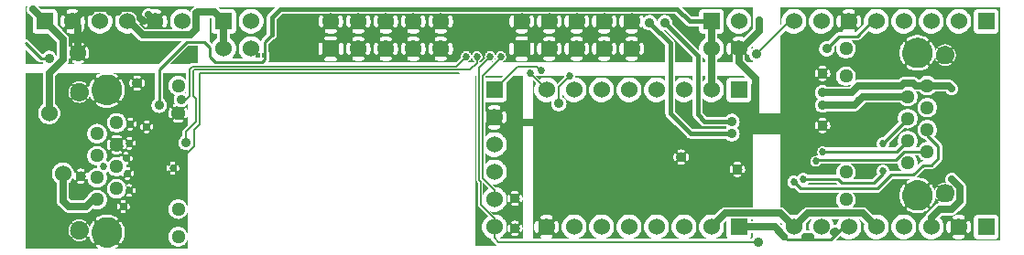
<source format=gbr>
G04 start of page 2 for group 0 idx 0 *
G04 Title: (unknown), top *
G04 Creator: pcb 1.99z *
G04 CreationDate: Sat 29 Oct 2016 01:04:30 AM GMT UTC *
G04 For: commonadmin *
G04 Format: Gerber/RS-274X *
G04 PCB-Dimensions (mil): 4000.00 3000.00 *
G04 PCB-Coordinate-Origin: lower left *
%MOIN*%
%FSLAX25Y25*%
%LNTOP*%
%ADD27C,0.0945*%
%ADD26C,0.0354*%
%ADD25C,0.0380*%
%ADD24C,0.0350*%
%ADD23C,0.0200*%
%ADD22C,0.0130*%
%ADD21C,0.0360*%
%ADD20C,0.0270*%
%ADD19C,0.0669*%
%ADD18C,0.1102*%
%ADD17C,0.0512*%
%ADD16C,0.0600*%
%ADD15C,0.0150*%
%ADD14C,0.0060*%
%ADD13C,0.0100*%
%ADD12C,0.0250*%
%ADD11C,0.0001*%
G54D11*G36*
X59525Y63531D02*X59597Y63356D01*
X59828Y62981D01*
X59859Y62944D01*
X59707Y62893D01*
X59525Y62813D01*
Y63531D01*
G37*
G36*
Y66358D02*X59804Y66243D01*
X59597Y65907D01*
X59525Y65732D01*
Y66358D01*
G37*
G36*
Y74031D02*X63700D01*
Y71907D01*
X63509Y72131D01*
X63083Y72495D01*
X62605Y72787D01*
X62087Y73002D01*
X61543Y73132D01*
X60984Y73176D01*
X60426Y73132D01*
X59881Y73002D01*
X59525Y72854D01*
Y74031D01*
G37*
G36*
Y11240D02*X59881Y11093D01*
X60426Y10962D01*
X60984Y10918D01*
X61543Y10962D01*
X62087Y11093D01*
X62605Y11307D01*
X63083Y11600D01*
X63509Y11964D01*
X63872Y12390D01*
X64165Y12867D01*
X64380Y13385D01*
X64500Y13887D01*
Y10031D01*
X59525D01*
Y11240D01*
G37*
G36*
Y21280D02*X59881Y21132D01*
X60426Y21001D01*
X60984Y20958D01*
X61543Y21001D01*
X62087Y21132D01*
X62605Y21347D01*
X63083Y21639D01*
X63509Y22003D01*
X63872Y22429D01*
X64165Y22907D01*
X64380Y23424D01*
X64500Y23926D01*
Y15090D01*
X64380Y15591D01*
X64165Y16109D01*
X63872Y16587D01*
X63509Y17013D01*
X63083Y17376D01*
X62605Y17669D01*
X62087Y17883D01*
X61543Y18014D01*
X60984Y18058D01*
X60426Y18014D01*
X59881Y17883D01*
X59525Y17736D01*
Y21280D01*
G37*
G36*
X64500Y63189D02*Y60125D01*
X64487Y60217D01*
X64413Y60535D01*
X64310Y60845D01*
X64179Y61144D01*
X64139Y61212D01*
X64088Y61273D01*
X64029Y61325D01*
X63962Y61367D01*
X63889Y61398D01*
X63813Y61418D01*
X63734Y61425D01*
X63655Y61420D01*
X63578Y61402D01*
X63504Y61373D01*
X63436Y61333D01*
X63375Y61282D01*
X63323Y61222D01*
X63281Y61156D01*
X63250Y61083D01*
X63230Y61006D01*
X63223Y60927D01*
X63228Y60848D01*
X63246Y60771D01*
X63277Y60698D01*
X63373Y60485D01*
X63447Y60262D01*
X63500Y60034D01*
X63533Y59801D01*
X63543Y59567D01*
X63533Y59333D01*
X63500Y59100D01*
X63447Y58872D01*
X63373Y58649D01*
X63279Y58434D01*
X63248Y58362D01*
X63231Y58285D01*
X63226Y58207D01*
X63233Y58128D01*
X63252Y58052D01*
X63283Y57980D01*
X63325Y57913D01*
X63377Y57854D01*
X63438Y57804D01*
X63505Y57763D01*
X63578Y57734D01*
X63655Y57717D01*
X63734Y57711D01*
X63812Y57719D01*
X63888Y57738D01*
X63961Y57769D01*
X64027Y57811D01*
X64086Y57863D01*
X64137Y57923D01*
X64176Y57992D01*
X64310Y58289D01*
X64413Y58599D01*
X64487Y58917D01*
X64500Y59009D01*
Y55270D01*
X63017Y53787D01*
X62978Y53754D01*
X62845Y53598D01*
X62738Y53424D01*
X62660Y53234D01*
X62612Y53035D01*
X62612Y53035D01*
X62596Y52831D01*
X62600Y52781D01*
Y51319D01*
X62249Y51104D01*
X61914Y50818D01*
X61628Y50482D01*
X61397Y50107D01*
X61229Y49699D01*
X61126Y49271D01*
X61091Y48831D01*
X61126Y48392D01*
X61229Y47964D01*
X61397Y47556D01*
X61628Y47181D01*
X61914Y46845D01*
X62249Y46559D01*
X62625Y46329D01*
X63032Y46160D01*
X63461Y46057D01*
X63900Y46023D01*
X64339Y46057D01*
X64500Y46096D01*
Y25129D01*
X64380Y25631D01*
X64165Y26148D01*
X63872Y26626D01*
X63509Y27052D01*
X63083Y27416D01*
X62605Y27708D01*
X62087Y27923D01*
X61543Y28054D01*
X60984Y28098D01*
X60426Y28054D01*
X59881Y27923D01*
X59525Y27775D01*
Y37240D01*
X59570Y37249D01*
X59645Y37274D01*
X59715Y37310D01*
X59779Y37357D01*
X59834Y37413D01*
X59880Y37478D01*
X59915Y37548D01*
X59939Y37624D01*
X59950Y37702D01*
X59950Y37781D01*
X59937Y37859D01*
X59912Y37934D01*
X59875Y38004D01*
X59828Y38067D01*
X59772Y38122D01*
X59707Y38168D01*
X59637Y38203D01*
X59561Y38227D01*
X59525Y38232D01*
Y38342D01*
X59592Y38370D01*
X59766Y38477D01*
X59922Y38609D01*
X60055Y38765D01*
X60162Y38939D01*
X60240Y39129D01*
X60288Y39328D01*
X60300Y39531D01*
Y39831D01*
X60294Y39934D01*
X60308Y39858D01*
X60335Y39729D01*
X60348Y39598D01*
Y39465D01*
X60335Y39334D01*
X60310Y39204D01*
X60295Y39127D01*
X60294Y39048D01*
X60306Y38970D01*
X60330Y38895D01*
X60365Y38825D01*
X60410Y38761D01*
X60466Y38705D01*
X60529Y38658D01*
X60599Y38621D01*
X60673Y38596D01*
X60751Y38583D01*
X60830Y38583D01*
X60907Y38594D01*
X60982Y38618D01*
X61053Y38653D01*
X61117Y38699D01*
X61173Y38754D01*
X61220Y38817D01*
X61256Y38887D01*
X61280Y38962D01*
X61327Y39187D01*
X61350Y39416D01*
Y39647D01*
X61327Y39876D01*
X61283Y40102D01*
X61258Y40177D01*
X61221Y40247D01*
X61174Y40310D01*
X61118Y40366D01*
X61054Y40411D01*
X60983Y40447D01*
X60908Y40470D01*
X60830Y40482D01*
X60751Y40481D01*
X60673Y40468D01*
X60598Y40443D01*
X60528Y40407D01*
X60465Y40360D01*
X60409Y40303D01*
X60363Y40239D01*
X60328Y40168D01*
X60304Y40093D01*
X60293Y40015D01*
X60294Y39941D01*
X60288Y40035D01*
X60240Y40234D01*
X60162Y40424D01*
X60055Y40598D01*
X59922Y40754D01*
X59766Y40886D01*
X59727Y40911D01*
X59771Y40942D01*
X59827Y40997D01*
X59874Y41060D01*
X59910Y41130D01*
X59935Y41205D01*
X59948Y41282D01*
X59949Y41361D01*
X59937Y41439D01*
X59914Y41514D01*
X59879Y41584D01*
X59833Y41648D01*
X59778Y41705D01*
X59714Y41752D01*
X59645Y41788D01*
X59570Y41811D01*
X59525Y41821D01*
Y56323D01*
X59707Y56241D01*
X60016Y56138D01*
X60334Y56064D01*
X60658Y56019D01*
X60984Y56004D01*
X61310Y56019D01*
X61634Y56064D01*
X61952Y56138D01*
X62262Y56241D01*
X62561Y56372D01*
X62629Y56412D01*
X62690Y56463D01*
X62742Y56522D01*
X62785Y56589D01*
X62816Y56662D01*
X62835Y56739D01*
X62842Y56817D01*
X62837Y56896D01*
X62820Y56974D01*
X62790Y57047D01*
X62750Y57115D01*
X62699Y57176D01*
X62640Y57228D01*
X62573Y57270D01*
X62500Y57301D01*
X62423Y57321D01*
X62345Y57328D01*
X62266Y57323D01*
X62188Y57305D01*
X62116Y57275D01*
X61902Y57178D01*
X61679Y57104D01*
X61451Y57051D01*
X61219Y57019D01*
X60984Y57008D01*
X60750Y57019D01*
X60518Y57051D01*
X60289Y57104D01*
X60066Y57178D01*
X59852Y57272D01*
X59779Y57303D01*
X59702Y57320D01*
X59624Y57325D01*
X59546Y57318D01*
X59525Y57313D01*
Y61818D01*
X59545Y61813D01*
X59624Y61806D01*
X59703Y61811D01*
X59780Y61829D01*
X59853Y61859D01*
X60066Y61956D01*
X60289Y62030D01*
X60518Y62083D01*
X60750Y62115D01*
X60847Y62120D01*
X61232Y61960D01*
X61661Y61857D01*
X62100Y61823D01*
X62193Y61830D01*
X62266Y61814D01*
X62345Y61809D01*
X62423Y61816D01*
X62499Y61835D01*
X62567Y61864D01*
X62968Y61960D01*
X63375Y62129D01*
X63751Y62359D01*
X64086Y62645D01*
X64372Y62981D01*
X64500Y63189D01*
G37*
G36*
X58083Y38605D02*X58234Y38477D01*
X58408Y38370D01*
X58597Y38291D01*
X58796Y38244D01*
X59000Y38227D01*
X59204Y38244D01*
X59403Y38291D01*
X59525Y38342D01*
Y38232D01*
X59483Y38239D01*
X59404Y38238D01*
X59327Y38223D01*
X59198Y38196D01*
X59066Y38183D01*
X58934D01*
X58802Y38196D01*
X58673Y38222D01*
X58595Y38236D01*
X58517Y38237D01*
X58439Y38225D01*
X58364Y38202D01*
X58293Y38167D01*
X58229Y38121D01*
X58173Y38066D01*
X58126Y38003D01*
X58090Y37933D01*
X58083Y37913D01*
Y38605D01*
G37*
G36*
Y41145D02*X58088Y41129D01*
X58125Y41059D01*
X58172Y40996D01*
X58228Y40941D01*
X58272Y40910D01*
X58234Y40886D01*
X58083Y40758D01*
Y41145D01*
G37*
G36*
Y67529D02*X58096Y67508D01*
X58460Y67082D01*
X58886Y66718D01*
X59363Y66425D01*
X59525Y66358D01*
Y65732D01*
X59429Y65499D01*
X59326Y65071D01*
X59291Y64631D01*
X59326Y64192D01*
X59429Y63764D01*
X59525Y63531D01*
Y62813D01*
X59407Y62762D01*
X59339Y62722D01*
X59278Y62671D01*
X59226Y62612D01*
X59184Y62545D01*
X59153Y62472D01*
X59133Y62395D01*
X59126Y62316D01*
X59131Y62238D01*
X59149Y62160D01*
X59178Y62087D01*
X59219Y62019D01*
X59269Y61958D01*
X59329Y61906D01*
X59396Y61864D01*
X59468Y61833D01*
X59525Y61818D01*
Y57313D01*
X59469Y57299D01*
X59397Y57268D01*
X59330Y57226D01*
X59271Y57174D01*
X59221Y57113D01*
X59181Y57046D01*
X59151Y56973D01*
X59134Y56896D01*
X59129Y56817D01*
X59136Y56739D01*
X59155Y56663D01*
X59186Y56590D01*
X59228Y56524D01*
X59280Y56465D01*
X59341Y56414D01*
X59409Y56375D01*
X59525Y56323D01*
Y41821D01*
X59344Y41859D01*
X59115Y41881D01*
X58885D01*
X58656Y41859D01*
X58430Y41814D01*
X58355Y41789D01*
X58285Y41753D01*
X58221Y41706D01*
X58166Y41650D01*
X58120Y41585D01*
X58085Y41515D01*
X58083Y41510D01*
Y57734D01*
X58156Y57716D01*
X58235Y57709D01*
X58314Y57714D01*
X58391Y57731D01*
X58464Y57761D01*
X58532Y57801D01*
X58593Y57852D01*
X58645Y57911D01*
X58687Y57978D01*
X58719Y58051D01*
X58738Y58128D01*
X58745Y58207D01*
X58740Y58286D01*
X58723Y58363D01*
X58692Y58435D01*
X58595Y58649D01*
X58521Y58872D01*
X58468Y59100D01*
X58436Y59333D01*
X58425Y59567D01*
X58436Y59801D01*
X58468Y60034D01*
X58521Y60262D01*
X58595Y60485D01*
X58690Y60700D01*
X58720Y60772D01*
X58737Y60849D01*
X58743Y60927D01*
X58735Y61006D01*
X58716Y61082D01*
X58685Y61154D01*
X58643Y61221D01*
X58591Y61280D01*
X58531Y61330D01*
X58463Y61371D01*
X58390Y61400D01*
X58313Y61417D01*
X58235Y61422D01*
X58156Y61415D01*
X58083Y61397D01*
Y67529D01*
G37*
G36*
Y74031D02*X59525D01*
Y72854D01*
X59363Y72787D01*
X58886Y72495D01*
X58460Y72131D01*
X58096Y71705D01*
X58083Y71684D01*
Y74031D01*
G37*
G36*
Y12410D02*X58096Y12390D01*
X58460Y11964D01*
X58886Y11600D01*
X59363Y11307D01*
X59525Y11240D01*
Y10031D01*
X58083D01*
Y12410D01*
G37*
G36*
Y22450D02*X58096Y22429D01*
X58460Y22003D01*
X58886Y21639D01*
X59363Y21347D01*
X59525Y21280D01*
Y17736D01*
X59363Y17669D01*
X58886Y17376D01*
X58460Y17013D01*
X58096Y16587D01*
X58083Y16566D01*
Y22450D01*
G37*
G36*
X59525Y27775D02*X59363Y27708D01*
X58886Y27416D01*
X58460Y27052D01*
X58096Y26626D01*
X58083Y26605D01*
Y37559D01*
X58086Y37549D01*
X58121Y37479D01*
X58167Y37414D01*
X58222Y37358D01*
X58286Y37311D01*
X58355Y37275D01*
X58430Y37252D01*
X58656Y37204D01*
X58885Y37182D01*
X59115D01*
X59344Y37204D01*
X59525Y37240D01*
Y27775D01*
G37*
G36*
X58083Y26605D02*X57803Y26148D01*
X57589Y25631D01*
X57458Y25086D01*
X57414Y24528D01*
X57458Y23969D01*
X57589Y23424D01*
X57803Y22907D01*
X58083Y22450D01*
Y16566D01*
X57803Y16109D01*
X57589Y15591D01*
X57458Y15047D01*
X57414Y14488D01*
X57458Y13930D01*
X57589Y13385D01*
X57803Y12867D01*
X58083Y12410D01*
Y10031D01*
X57179D01*
Y38581D01*
X57249Y38582D01*
X57327Y38595D01*
X57402Y38620D01*
X57472Y38656D01*
X57535Y38703D01*
X57591Y38760D01*
X57637Y38824D01*
X57672Y38895D01*
X57696Y38970D01*
X57707Y39048D01*
X57706Y39127D01*
X57692Y39205D01*
X57665Y39334D01*
X57652Y39465D01*
Y39598D01*
X57665Y39729D01*
X57690Y39859D01*
X57705Y39936D01*
X57706Y40015D01*
X57694Y40093D01*
X57670Y40168D01*
X57635Y40238D01*
X57590Y40302D01*
X57534Y40358D01*
X57471Y40405D01*
X57401Y40442D01*
X57327Y40467D01*
X57249Y40480D01*
X57179Y40480D01*
Y74031D01*
X58083D01*
Y71684D01*
X57803Y71227D01*
X57589Y70710D01*
X57458Y70165D01*
X57414Y69606D01*
X57458Y69048D01*
X57589Y68503D01*
X57803Y67986D01*
X58083Y67529D01*
Y61397D01*
X58080Y61396D01*
X58008Y61365D01*
X57941Y61323D01*
X57882Y61271D01*
X57832Y61210D01*
X57793Y61142D01*
X57658Y60845D01*
X57555Y60535D01*
X57481Y60217D01*
X57436Y59893D01*
X57421Y59567D01*
X57436Y59241D01*
X57481Y58917D01*
X57555Y58599D01*
X57658Y58289D01*
X57789Y57990D01*
X57829Y57922D01*
X57880Y57861D01*
X57940Y57809D01*
X58007Y57767D01*
X58079Y57735D01*
X58083Y57734D01*
Y41510D01*
X58061Y41439D01*
X58050Y41361D01*
X58050Y41282D01*
X58063Y41204D01*
X58083Y41145D01*
Y40758D01*
X58078Y40754D01*
X57945Y40598D01*
X57838Y40424D01*
X57760Y40234D01*
X57712Y40035D01*
X57700Y39831D01*
Y39531D01*
X57712Y39328D01*
X57760Y39129D01*
X57838Y38939D01*
X57945Y38765D01*
X58078Y38609D01*
X58083Y38605D01*
Y37913D01*
X58065Y37858D01*
X58052Y37781D01*
X58051Y37702D01*
X58063Y37624D01*
X58083Y37559D01*
Y26605D01*
G37*
G36*
X51321Y74031D02*X52500D01*
Y64810D01*
X52349Y64718D01*
X52014Y64432D01*
X51728Y64097D01*
X51497Y63721D01*
X51329Y63314D01*
X51321Y63283D01*
Y74031D01*
G37*
G36*
X57179Y10031D02*X51321D01*
Y53583D01*
X51330Y53583D01*
X51407Y53594D01*
X51482Y53618D01*
X51553Y53653D01*
X51617Y53699D01*
X51673Y53754D01*
X51720Y53817D01*
X51756Y53887D01*
X51780Y53962D01*
X51827Y54187D01*
X51850Y54416D01*
Y54647D01*
X51827Y54876D01*
X51783Y55102D01*
X51758Y55177D01*
X51721Y55247D01*
X51674Y55310D01*
X51618Y55366D01*
X51554Y55411D01*
X51483Y55447D01*
X51408Y55470D01*
X51330Y55482D01*
X51321Y55482D01*
Y61609D01*
X51329Y61578D01*
X51497Y61171D01*
X51728Y60795D01*
X52014Y60460D01*
X52349Y60173D01*
X52725Y59943D01*
X53132Y59774D01*
X53561Y59672D01*
X54000Y59637D01*
X54439Y59672D01*
X54868Y59774D01*
X55275Y59943D01*
X55651Y60173D01*
X55986Y60460D01*
X56272Y60795D01*
X56503Y61171D01*
X56671Y61578D01*
X56774Y62006D01*
X56800Y62446D01*
X56774Y62885D01*
X56671Y63314D01*
X56503Y63721D01*
X56272Y64097D01*
X55986Y64432D01*
X55651Y64718D01*
X55500Y64810D01*
Y74031D01*
X57179D01*
Y40480D01*
X57170Y40480D01*
X57093Y40469D01*
X57018Y40445D01*
X56947Y40410D01*
X56883Y40364D01*
X56827Y40309D01*
X56780Y40246D01*
X56744Y40176D01*
X56720Y40101D01*
X56673Y39876D01*
X56650Y39647D01*
Y39416D01*
X56673Y39187D01*
X56717Y38961D01*
X56742Y38886D01*
X56779Y38816D01*
X56826Y38753D01*
X56882Y38697D01*
X56946Y38652D01*
X57017Y38616D01*
X57092Y38593D01*
X57170Y38581D01*
X57179Y38581D01*
Y10031D01*
G37*
G36*
X51321D02*X49501D01*
Y52182D01*
X49615D01*
X49844Y52204D01*
X50070Y52249D01*
X50145Y52274D01*
X50215Y52310D01*
X50279Y52357D01*
X50334Y52413D01*
X50380Y52478D01*
X50415Y52548D01*
X50439Y52624D01*
X50450Y52702D01*
X50450Y52781D01*
X50437Y52859D01*
X50412Y52934D01*
X50375Y53004D01*
X50328Y53067D01*
X50272Y53122D01*
X50207Y53168D01*
X50137Y53203D01*
X50061Y53227D01*
X49983Y53239D01*
X49904Y53238D01*
X49827Y53223D01*
X49698Y53196D01*
X49566Y53183D01*
X49501D01*
Y55880D01*
X49566D01*
X49698Y55867D01*
X49827Y55841D01*
X49905Y55827D01*
X49983Y55826D01*
X50061Y55838D01*
X50136Y55861D01*
X50207Y55896D01*
X50271Y55942D01*
X50327Y55997D01*
X50374Y56060D01*
X50410Y56130D01*
X50435Y56205D01*
X50448Y56282D01*
X50449Y56361D01*
X50437Y56439D01*
X50414Y56514D01*
X50379Y56584D01*
X50333Y56648D01*
X50278Y56705D01*
X50214Y56752D01*
X50145Y56788D01*
X50070Y56811D01*
X49844Y56859D01*
X49615Y56881D01*
X49501D01*
Y74031D01*
X51321D01*
Y63283D01*
X51226Y62885D01*
X51191Y62446D01*
X51226Y62006D01*
X51321Y61609D01*
Y55482D01*
X51251Y55481D01*
X51173Y55468D01*
X51098Y55443D01*
X51028Y55407D01*
X50965Y55360D01*
X50909Y55303D01*
X50863Y55239D01*
X50828Y55168D01*
X50804Y55093D01*
X50793Y55015D01*
X50794Y54936D01*
X50808Y54858D01*
X50835Y54729D01*
X50848Y54598D01*
Y54465D01*
X50835Y54334D01*
X50810Y54204D01*
X50795Y54127D01*
X50794Y54048D01*
X50806Y53970D01*
X50830Y53895D01*
X50865Y53825D01*
X50910Y53761D01*
X50966Y53705D01*
X51029Y53658D01*
X51099Y53621D01*
X51173Y53596D01*
X51251Y53583D01*
X51321Y53583D01*
Y10031D01*
G37*
G36*
X47690Y69913D02*X47679Y69874D01*
Y71183D01*
X47689Y71149D01*
X47738Y70999D01*
X47772Y70845D01*
X47793Y70689D01*
X47800Y70531D01*
X47793Y70374D01*
X47772Y70218D01*
X47738Y70064D01*
X47690Y69913D01*
G37*
G36*
X49501Y10031D02*X47679D01*
Y53581D01*
X47749Y53582D01*
X47827Y53595D01*
X47902Y53620D01*
X47972Y53656D01*
X48035Y53703D01*
X48091Y53760D01*
X48137Y53824D01*
X48172Y53895D01*
X48196Y53970D01*
X48207Y54048D01*
X48206Y54127D01*
X48192Y54205D01*
X48165Y54334D01*
X48152Y54465D01*
Y54598D01*
X48165Y54729D01*
X48190Y54859D01*
X48205Y54936D01*
X48206Y55015D01*
X48194Y55093D01*
X48170Y55168D01*
X48135Y55238D01*
X48090Y55302D01*
X48034Y55358D01*
X47971Y55405D01*
X47901Y55442D01*
X47827Y55467D01*
X47749Y55480D01*
X47679Y55480D01*
Y69602D01*
X47705Y69530D01*
X47744Y69462D01*
X47793Y69400D01*
X47851Y69347D01*
X47916Y69303D01*
X47988Y69270D01*
X48064Y69249D01*
X48142Y69240D01*
X48220Y69244D01*
X48298Y69259D01*
X48371Y69287D01*
X48440Y69325D01*
X48502Y69374D01*
X48555Y69432D01*
X48598Y69498D01*
X48630Y69570D01*
X48706Y69803D01*
X48760Y70043D01*
X48792Y70286D01*
X48803Y70531D01*
X48792Y70777D01*
X48760Y71020D01*
X48706Y71260D01*
X48632Y71494D01*
X48600Y71566D01*
X48556Y71632D01*
X48503Y71690D01*
X48441Y71739D01*
X48372Y71778D01*
X48298Y71805D01*
X48221Y71821D01*
X48142Y71824D01*
X48063Y71815D01*
X47987Y71794D01*
X47915Y71761D01*
X47850Y71718D01*
X47791Y71664D01*
X47742Y71602D01*
X47704Y71533D01*
X47679Y71466D01*
Y74031D01*
X49501D01*
Y56881D01*
X49385D01*
X49156Y56859D01*
X48930Y56814D01*
X48855Y56789D01*
X48785Y56753D01*
X48721Y56706D01*
X48666Y56650D01*
X48620Y56585D01*
X48585Y56515D01*
X48561Y56439D01*
X48550Y56361D01*
X48550Y56282D01*
X48563Y56204D01*
X48588Y56129D01*
X48625Y56059D01*
X48672Y55996D01*
X48728Y55941D01*
X48793Y55895D01*
X48863Y55860D01*
X48939Y55836D01*
X49017Y55824D01*
X49096Y55825D01*
X49173Y55840D01*
X49302Y55867D01*
X49434Y55880D01*
X49501D01*
Y53183D01*
X49434D01*
X49302Y53196D01*
X49173Y53222D01*
X49095Y53236D01*
X49017Y53237D01*
X48939Y53225D01*
X48864Y53202D01*
X48793Y53167D01*
X48729Y53121D01*
X48673Y53066D01*
X48626Y53003D01*
X48590Y52933D01*
X48565Y52858D01*
X48552Y52781D01*
X48551Y52702D01*
X48563Y52624D01*
X48586Y52549D01*
X48621Y52479D01*
X48667Y52414D01*
X48722Y52358D01*
X48786Y52311D01*
X48855Y52275D01*
X48930Y52252D01*
X49156Y52204D01*
X49385Y52182D01*
X49501D01*
Y10031D01*
G37*
G36*
X47679D02*X45321D01*
Y30620D01*
X45356Y30687D01*
X45380Y30762D01*
X45427Y30987D01*
X45450Y31216D01*
Y31447D01*
X45427Y31676D01*
X45383Y31902D01*
X45358Y31977D01*
X45321Y32047D01*
Y47703D01*
X45373Y47754D01*
X45420Y47817D01*
X45456Y47887D01*
X45480Y47962D01*
X45527Y48187D01*
X45550Y48416D01*
Y48647D01*
X45527Y48876D01*
X45483Y49102D01*
X45458Y49177D01*
X45421Y49247D01*
X45374Y49310D01*
X45321Y49362D01*
Y54583D01*
X45330Y54583D01*
X45407Y54594D01*
X45482Y54618D01*
X45553Y54653D01*
X45617Y54699D01*
X45673Y54754D01*
X45720Y54817D01*
X45756Y54887D01*
X45780Y54962D01*
X45827Y55187D01*
X45850Y55416D01*
Y55647D01*
X45827Y55876D01*
X45783Y56102D01*
X45758Y56177D01*
X45721Y56247D01*
X45674Y56310D01*
X45618Y56366D01*
X45554Y56411D01*
X45483Y56447D01*
X45408Y56470D01*
X45330Y56482D01*
X45321Y56482D01*
Y67814D01*
X45511Y67772D01*
X45755Y67740D01*
X46000Y67729D01*
X46245Y67740D01*
X46489Y67772D01*
X46729Y67825D01*
X46963Y67899D01*
X47035Y67932D01*
X47100Y67975D01*
X47159Y68029D01*
X47208Y68091D01*
X47246Y68159D01*
X47274Y68233D01*
X47290Y68311D01*
X47293Y68390D01*
X47284Y68468D01*
X47263Y68544D01*
X47230Y68616D01*
X47186Y68682D01*
X47133Y68740D01*
X47071Y68789D01*
X47002Y68828D01*
X46928Y68855D01*
X46851Y68871D01*
X46772Y68874D01*
X46693Y68865D01*
X46618Y68843D01*
X46468Y68793D01*
X46314Y68759D01*
X46158Y68738D01*
X46000Y68731D01*
X45842Y68738D01*
X45686Y68759D01*
X45532Y68793D01*
X45382Y68841D01*
X45321Y68859D01*
Y72202D01*
X45382Y72220D01*
X45532Y72270D01*
X45686Y72304D01*
X45842Y72325D01*
X46000Y72331D01*
X46158Y72325D01*
X46314Y72304D01*
X46468Y72270D01*
X46618Y72222D01*
X46694Y72199D01*
X46772Y72190D01*
X46850Y72194D01*
X46927Y72209D01*
X47001Y72237D01*
X47070Y72275D01*
X47131Y72324D01*
X47185Y72382D01*
X47228Y72448D01*
X47261Y72519D01*
X47282Y72595D01*
X47291Y72673D01*
X47288Y72752D01*
X47272Y72829D01*
X47245Y72903D01*
X47206Y72971D01*
X47157Y73033D01*
X47099Y73086D01*
X47034Y73130D01*
X46962Y73161D01*
X46729Y73238D01*
X46489Y73291D01*
X46245Y73323D01*
X46000Y73334D01*
X45755Y73323D01*
X45511Y73291D01*
X45321Y73249D01*
Y74031D01*
X47679D01*
Y71466D01*
X47676Y71459D01*
X47660Y71382D01*
X47657Y71303D01*
X47666Y71225D01*
X47679Y71183D01*
Y69874D01*
X47668Y69838D01*
X47659Y69760D01*
X47662Y69681D01*
X47678Y69604D01*
X47679Y69602D01*
Y55480D01*
X47670Y55480D01*
X47593Y55469D01*
X47518Y55445D01*
X47447Y55410D01*
X47383Y55364D01*
X47327Y55309D01*
X47280Y55246D01*
X47244Y55176D01*
X47220Y55101D01*
X47173Y54876D01*
X47150Y54647D01*
Y54416D01*
X47173Y54187D01*
X47217Y53961D01*
X47242Y53886D01*
X47279Y53816D01*
X47326Y53753D01*
X47382Y53697D01*
X47446Y53652D01*
X47517Y53616D01*
X47592Y53593D01*
X47670Y53581D01*
X47679Y53581D01*
Y10031D01*
G37*
G36*
X45321D02*X44321D01*
Y36583D01*
X44330Y36583D01*
X44407Y36594D01*
X44482Y36618D01*
X44553Y36653D01*
X44617Y36699D01*
X44673Y36754D01*
X44720Y36817D01*
X44756Y36887D01*
X44780Y36962D01*
X44827Y37187D01*
X44850Y37416D01*
Y37647D01*
X44827Y37876D01*
X44783Y38102D01*
X44758Y38177D01*
X44721Y38247D01*
X44674Y38310D01*
X44618Y38366D01*
X44554Y38411D01*
X44483Y38447D01*
X44408Y38470D01*
X44330Y38482D01*
X44321Y38482D01*
Y42658D01*
X44327Y42687D01*
X44350Y42916D01*
Y43147D01*
X44327Y43376D01*
X44321Y43406D01*
Y53401D01*
X44334Y53413D01*
X44380Y53478D01*
X44415Y53548D01*
X44439Y53624D01*
X44450Y53702D01*
X44450Y53781D01*
X44437Y53859D01*
X44412Y53934D01*
X44375Y54004D01*
X44328Y54067D01*
X44321Y54073D01*
Y56992D01*
X44327Y56997D01*
X44374Y57060D01*
X44410Y57130D01*
X44435Y57205D01*
X44448Y57282D01*
X44449Y57361D01*
X44437Y57439D01*
X44414Y57514D01*
X44379Y57584D01*
X44333Y57648D01*
X44321Y57660D01*
Y69597D01*
X44324Y69604D01*
X44340Y69681D01*
X44343Y69760D01*
X44334Y69838D01*
X44321Y69880D01*
Y71189D01*
X44332Y71225D01*
X44341Y71303D01*
X44338Y71382D01*
X44322Y71459D01*
X44321Y71461D01*
Y74031D01*
X45321D01*
Y73249D01*
X45271Y73238D01*
X45037Y73164D01*
X44965Y73131D01*
X44900Y73088D01*
X44841Y73034D01*
X44792Y72972D01*
X44754Y72904D01*
X44726Y72830D01*
X44710Y72752D01*
X44707Y72673D01*
X44716Y72595D01*
X44737Y72519D01*
X44770Y72447D01*
X44814Y72381D01*
X44867Y72323D01*
X44929Y72274D01*
X44998Y72235D01*
X45072Y72208D01*
X45149Y72192D01*
X45228Y72189D01*
X45307Y72198D01*
X45321Y72202D01*
Y68859D01*
X45306Y68864D01*
X45228Y68873D01*
X45150Y68869D01*
X45073Y68854D01*
X44999Y68826D01*
X44930Y68788D01*
X44869Y68739D01*
X44815Y68681D01*
X44772Y68615D01*
X44739Y68544D01*
X44718Y68468D01*
X44709Y68390D01*
X44712Y68311D01*
X44728Y68234D01*
X44755Y68160D01*
X44794Y68092D01*
X44843Y68030D01*
X44901Y67977D01*
X44966Y67933D01*
X45038Y67902D01*
X45271Y67825D01*
X45321Y67814D01*
Y56482D01*
X45251Y56481D01*
X45173Y56468D01*
X45098Y56443D01*
X45028Y56407D01*
X44965Y56360D01*
X44909Y56303D01*
X44863Y56239D01*
X44828Y56168D01*
X44804Y56093D01*
X44793Y56015D01*
X44794Y55936D01*
X44808Y55858D01*
X44835Y55729D01*
X44848Y55598D01*
Y55465D01*
X44835Y55334D01*
X44810Y55204D01*
X44795Y55127D01*
X44794Y55048D01*
X44806Y54970D01*
X44830Y54895D01*
X44865Y54825D01*
X44910Y54761D01*
X44966Y54705D01*
X45029Y54658D01*
X45099Y54621D01*
X45173Y54596D01*
X45251Y54583D01*
X45321Y54583D01*
Y49362D01*
X45318Y49366D01*
X45254Y49411D01*
X45183Y49447D01*
X45108Y49470D01*
X45030Y49482D01*
X44951Y49481D01*
X44873Y49468D01*
X44798Y49443D01*
X44728Y49407D01*
X44665Y49360D01*
X44609Y49303D01*
X44563Y49239D01*
X44528Y49168D01*
X44504Y49093D01*
X44493Y49015D01*
X44494Y48936D01*
X44508Y48858D01*
X44535Y48729D01*
X44548Y48598D01*
Y48465D01*
X44535Y48334D01*
X44510Y48204D01*
X44495Y48127D01*
X44494Y48048D01*
X44506Y47970D01*
X44530Y47895D01*
X44565Y47825D01*
X44610Y47761D01*
X44666Y47705D01*
X44729Y47658D01*
X44799Y47621D01*
X44873Y47596D01*
X44951Y47583D01*
X45030Y47583D01*
X45107Y47594D01*
X45182Y47618D01*
X45253Y47653D01*
X45317Y47699D01*
X45321Y47703D01*
Y32047D01*
X45321Y32047D01*
X45274Y32110D01*
X45218Y32166D01*
X45154Y32211D01*
X45083Y32247D01*
X45008Y32270D01*
X44930Y32282D01*
X44851Y32281D01*
X44773Y32268D01*
X44698Y32243D01*
X44628Y32207D01*
X44565Y32160D01*
X44509Y32103D01*
X44463Y32039D01*
X44428Y31968D01*
X44404Y31893D01*
X44393Y31815D01*
X44394Y31736D01*
X44408Y31658D01*
X44435Y31529D01*
X44448Y31398D01*
Y31265D01*
X44435Y31134D01*
X44410Y31004D01*
X44395Y30927D01*
X44394Y30848D01*
X44406Y30770D01*
X44430Y30695D01*
X44465Y30625D01*
X44510Y30561D01*
X44566Y30505D01*
X44629Y30458D01*
X44699Y30421D01*
X44773Y30396D01*
X44851Y30383D01*
X44930Y30383D01*
X45007Y30394D01*
X45082Y30418D01*
X45153Y30453D01*
X45217Y30499D01*
X45273Y30554D01*
X45320Y30617D01*
X45321Y30620D01*
Y10031D01*
G37*
G36*
X44321Y71461D02*X44295Y71533D01*
X44256Y71601D01*
X44207Y71663D01*
X44149Y71716D01*
X44084Y71760D01*
X44012Y71793D01*
X43936Y71814D01*
X43858Y71823D01*
X43780Y71819D01*
X43702Y71804D01*
X43629Y71776D01*
X43560Y71738D01*
X43501Y71691D01*
Y74031D01*
X44321D01*
Y71461D01*
G37*
G36*
Y69880D02*X44311Y69914D01*
X44262Y70064D01*
X44228Y70218D01*
X44207Y70374D01*
X44200Y70531D01*
X44207Y70689D01*
X44228Y70845D01*
X44262Y70999D01*
X44310Y71150D01*
X44321Y71189D01*
Y69880D01*
G37*
G36*
Y57660D02*X44278Y57705D01*
X44214Y57752D01*
X44145Y57788D01*
X44070Y57811D01*
X43844Y57859D01*
X43615Y57881D01*
X43501D01*
Y69370D01*
X43559Y69324D01*
X43628Y69285D01*
X43702Y69258D01*
X43779Y69242D01*
X43858Y69239D01*
X43937Y69248D01*
X44013Y69269D01*
X44085Y69302D01*
X44150Y69345D01*
X44209Y69399D01*
X44258Y69461D01*
X44296Y69530D01*
X44321Y69597D01*
Y57660D01*
G37*
G36*
Y54073D02*X44272Y54122D01*
X44207Y54168D01*
X44137Y54203D01*
X44061Y54227D01*
X43983Y54239D01*
X43904Y54238D01*
X43827Y54223D01*
X43698Y54196D01*
X43566Y54183D01*
X43501D01*
Y56880D01*
X43566D01*
X43698Y56867D01*
X43827Y56841D01*
X43905Y56827D01*
X43983Y56826D01*
X44061Y56838D01*
X44136Y56861D01*
X44207Y56896D01*
X44271Y56942D01*
X44321Y56992D01*
Y54073D01*
G37*
G36*
Y43406D02*X44283Y43602D01*
X44258Y43677D01*
X44221Y43747D01*
X44174Y43810D01*
X44118Y43866D01*
X44054Y43911D01*
X43983Y43947D01*
X43908Y43970D01*
X43830Y43982D01*
X43751Y43981D01*
X43673Y43968D01*
X43598Y43943D01*
X43528Y43907D01*
X43501Y43886D01*
Y46200D01*
X43544Y46204D01*
X43770Y46249D01*
X43845Y46274D01*
X43915Y46310D01*
X43979Y46357D01*
X44034Y46413D01*
X44080Y46478D01*
X44115Y46548D01*
X44139Y46624D01*
X44150Y46702D01*
X44150Y46781D01*
X44137Y46859D01*
X44112Y46934D01*
X44075Y47004D01*
X44028Y47067D01*
X43972Y47122D01*
X43907Y47168D01*
X43837Y47203D01*
X43761Y47227D01*
X43683Y47239D01*
X43604Y47238D01*
X43527Y47223D01*
X43501Y47218D01*
Y49846D01*
X43527Y49841D01*
X43605Y49827D01*
X43683Y49826D01*
X43761Y49838D01*
X43836Y49861D01*
X43907Y49896D01*
X43971Y49942D01*
X44027Y49997D01*
X44074Y50060D01*
X44110Y50130D01*
X44135Y50205D01*
X44148Y50282D01*
X44149Y50361D01*
X44137Y50439D01*
X44114Y50514D01*
X44079Y50584D01*
X44033Y50648D01*
X43978Y50705D01*
X43914Y50752D01*
X43845Y50788D01*
X43770Y50811D01*
X43544Y50859D01*
X43501Y50863D01*
Y53182D01*
X43615D01*
X43844Y53204D01*
X44070Y53249D01*
X44145Y53274D01*
X44215Y53310D01*
X44279Y53357D01*
X44321Y53401D01*
Y43406D01*
G37*
G36*
Y10031D02*X43501D01*
Y29015D01*
X43670Y29049D01*
X43745Y29074D01*
X43815Y29110D01*
X43879Y29157D01*
X43934Y29213D01*
X43980Y29278D01*
X44015Y29348D01*
X44039Y29424D01*
X44050Y29502D01*
X44050Y29581D01*
X44037Y29659D01*
X44012Y29734D01*
X43975Y29804D01*
X43928Y29867D01*
X43872Y29922D01*
X43807Y29968D01*
X43737Y30003D01*
X43661Y30027D01*
X43583Y30039D01*
X43504Y30038D01*
X43501Y30037D01*
Y32627D01*
X43505Y32627D01*
X43583Y32626D01*
X43661Y32638D01*
X43736Y32661D01*
X43807Y32696D01*
X43871Y32742D01*
X43927Y32797D01*
X43974Y32860D01*
X44010Y32930D01*
X44035Y33005D01*
X44048Y33082D01*
X44049Y33161D01*
X44037Y33239D01*
X44014Y33314D01*
X43979Y33384D01*
X43933Y33448D01*
X43878Y33505D01*
X43814Y33552D01*
X43745Y33588D01*
X43670Y33611D01*
X43501Y33647D01*
Y42179D01*
X43529Y42158D01*
X43599Y42121D01*
X43673Y42096D01*
X43751Y42083D01*
X43830Y42083D01*
X43907Y42094D01*
X43982Y42118D01*
X44053Y42153D01*
X44117Y42199D01*
X44173Y42254D01*
X44220Y42317D01*
X44256Y42387D01*
X44280Y42462D01*
X44321Y42658D01*
Y38482D01*
X44251Y38481D01*
X44173Y38468D01*
X44098Y38443D01*
X44028Y38407D01*
X43965Y38360D01*
X43909Y38303D01*
X43863Y38239D01*
X43828Y38168D01*
X43804Y38093D01*
X43793Y38015D01*
X43794Y37936D01*
X43808Y37858D01*
X43835Y37729D01*
X43848Y37598D01*
Y37465D01*
X43835Y37334D01*
X43810Y37204D01*
X43795Y37127D01*
X43794Y37048D01*
X43806Y36970D01*
X43830Y36895D01*
X43865Y36825D01*
X43910Y36761D01*
X43966Y36705D01*
X44029Y36658D01*
X44099Y36621D01*
X44173Y36596D01*
X44251Y36583D01*
X44321Y36583D01*
Y10031D01*
G37*
G36*
X41074Y47706D02*X41059Y47604D01*
X41006Y47376D01*
X41001Y47360D01*
Y47786D01*
X41026Y47753D01*
X41074Y47706D01*
G37*
G36*
X42821Y32650D02*X42902Y32667D01*
X43034Y32680D01*
X43166D01*
X43298Y32667D01*
X43427Y32641D01*
X43501Y32627D01*
Y30037D01*
X43427Y30023D01*
X43298Y29996D01*
X43166Y29983D01*
X43034D01*
X42902Y29996D01*
X42821Y30012D01*
Y32650D01*
G37*
G36*
Y49830D02*X42873Y49840D01*
X43002Y49867D01*
X43134Y49880D01*
X43266D01*
X43398Y49867D01*
X43501Y49846D01*
Y47218D01*
X43398Y47196D01*
X43266Y47183D01*
X43134D01*
X43002Y47196D01*
X42873Y47222D01*
X42821Y47231D01*
Y49830D01*
G37*
G36*
Y53293D02*X42855Y53275D01*
X42930Y53252D01*
X43156Y53204D01*
X43385Y53182D01*
X43501D01*
Y50863D01*
X43315Y50881D01*
X43085D01*
X42856Y50859D01*
X42821Y50852D01*
Y53293D01*
G37*
G36*
Y56881D02*X42863Y56860D01*
X42939Y56836D01*
X43017Y56824D01*
X43096Y56825D01*
X43173Y56840D01*
X43302Y56867D01*
X43434Y56880D01*
X43501D01*
Y54183D01*
X43434D01*
X43302Y54196D01*
X43173Y54222D01*
X43095Y54236D01*
X43017Y54237D01*
X42939Y54225D01*
X42864Y54202D01*
X42821Y54181D01*
Y56881D01*
G37*
G36*
Y74031D02*X43501D01*
Y71691D01*
X43498Y71689D01*
X43445Y71631D01*
X43402Y71565D01*
X43370Y71493D01*
X43294Y71260D01*
X43240Y71020D01*
X43208Y70777D01*
X43197Y70531D01*
X43208Y70286D01*
X43240Y70043D01*
X43294Y69803D01*
X43368Y69569D01*
X43400Y69497D01*
X43444Y69431D01*
X43497Y69373D01*
X43501Y69370D01*
Y57881D01*
X43385D01*
X43156Y57859D01*
X42930Y57814D01*
X42855Y57789D01*
X42821Y57772D01*
Y74031D01*
G37*
G36*
Y38842D02*X42827Y38841D01*
X42905Y38827D01*
X42983Y38826D01*
X43061Y38838D01*
X43136Y38861D01*
X43207Y38896D01*
X43271Y38942D01*
X43327Y38997D01*
X43374Y39060D01*
X43410Y39130D01*
X43435Y39205D01*
X43448Y39282D01*
X43449Y39361D01*
X43437Y39439D01*
X43414Y39514D01*
X43379Y39584D01*
X43333Y39648D01*
X43278Y39705D01*
X43214Y39752D01*
X43145Y39788D01*
X43070Y39811D01*
X42844Y39859D01*
X42821Y39861D01*
Y40901D01*
X42834Y40913D01*
X42880Y40978D01*
X42915Y41048D01*
X42939Y41124D01*
X42950Y41202D01*
X42950Y41281D01*
X42937Y41359D01*
X42912Y41434D01*
X42875Y41504D01*
X42828Y41567D01*
X42821Y41573D01*
Y44492D01*
X42827Y44497D01*
X42874Y44560D01*
X42910Y44630D01*
X42935Y44705D01*
X42948Y44782D01*
X42949Y44861D01*
X42937Y44939D01*
X42914Y45014D01*
X42879Y45084D01*
X42833Y45148D01*
X42821Y45160D01*
Y46211D01*
X42856Y46204D01*
X43085Y46182D01*
X43315D01*
X43501Y46200D01*
Y43886D01*
X43465Y43860D01*
X43409Y43803D01*
X43363Y43739D01*
X43328Y43668D01*
X43304Y43593D01*
X43293Y43515D01*
X43294Y43436D01*
X43308Y43358D01*
X43335Y43229D01*
X43348Y43098D01*
Y42965D01*
X43335Y42834D01*
X43310Y42704D01*
X43295Y42627D01*
X43294Y42548D01*
X43306Y42470D01*
X43330Y42395D01*
X43365Y42325D01*
X43410Y42261D01*
X43466Y42205D01*
X43501Y42179D01*
Y33647D01*
X43444Y33659D01*
X43215Y33681D01*
X42985D01*
X42821Y33665D01*
Y35202D01*
X42844Y35204D01*
X43070Y35249D01*
X43145Y35274D01*
X43215Y35310D01*
X43279Y35357D01*
X43334Y35413D01*
X43380Y35478D01*
X43415Y35548D01*
X43439Y35624D01*
X43450Y35702D01*
X43450Y35781D01*
X43437Y35859D01*
X43412Y35934D01*
X43375Y36004D01*
X43328Y36067D01*
X43272Y36122D01*
X43207Y36168D01*
X43137Y36203D01*
X43061Y36227D01*
X42983Y36239D01*
X42904Y36238D01*
X42827Y36223D01*
X42821Y36222D01*
Y38842D01*
G37*
G36*
X43501Y10031D02*X42821D01*
Y24583D01*
X42830Y24583D01*
X42907Y24594D01*
X42982Y24618D01*
X43053Y24653D01*
X43117Y24699D01*
X43173Y24754D01*
X43220Y24817D01*
X43256Y24887D01*
X43280Y24962D01*
X43327Y25187D01*
X43350Y25416D01*
Y25647D01*
X43327Y25876D01*
X43283Y26102D01*
X43258Y26177D01*
X43221Y26247D01*
X43174Y26310D01*
X43118Y26366D01*
X43054Y26411D01*
X42983Y26447D01*
X42908Y26470D01*
X42830Y26482D01*
X42821Y26482D01*
Y28998D01*
X42985Y28982D01*
X43215D01*
X43444Y29004D01*
X43501Y29015D01*
Y10031D01*
G37*
G36*
X42821Y41573D02*X42772Y41622D01*
X42707Y41668D01*
X42637Y41703D01*
X42561Y41727D01*
X42483Y41739D01*
X42404Y41738D01*
X42327Y41723D01*
X42198Y41696D01*
X42066Y41683D01*
X41934D01*
X41802Y41696D01*
X41688Y41719D01*
X41432Y42138D01*
X41068Y42564D01*
X41001Y42621D01*
Y46305D01*
X41064Y46267D01*
X41138Y46238D01*
X41214Y46221D01*
X41293Y46215D01*
X41371Y46223D01*
X41447Y46242D01*
X41520Y46273D01*
X41586Y46315D01*
X41646Y46367D01*
X41696Y46427D01*
X41735Y46496D01*
X41869Y46793D01*
X41972Y47103D01*
X42046Y47421D01*
X42091Y47745D01*
X42106Y48071D01*
X42091Y48397D01*
X42046Y48721D01*
X41972Y49039D01*
X41869Y49349D01*
X41738Y49648D01*
X41698Y49716D01*
X41647Y49777D01*
X41588Y49829D01*
X41521Y49871D01*
X41448Y49902D01*
X41372Y49922D01*
X41293Y49929D01*
X41214Y49924D01*
X41137Y49906D01*
X41063Y49877D01*
X41001Y49840D01*
Y53521D01*
X41068Y53578D01*
X41432Y54004D01*
X41724Y54482D01*
X41767Y54585D01*
X41827Y54595D01*
X41902Y54620D01*
X41972Y54656D01*
X42035Y54703D01*
X42091Y54760D01*
X42137Y54824D01*
X42172Y54895D01*
X42196Y54970D01*
X42207Y55048D01*
X42206Y55127D01*
X42192Y55205D01*
X42165Y55334D01*
X42152Y55465D01*
Y55598D01*
X42165Y55729D01*
X42190Y55859D01*
X42205Y55936D01*
X42206Y56015D01*
X42194Y56093D01*
X42170Y56168D01*
X42135Y56238D01*
X42091Y56301D01*
X42069Y56661D01*
X41939Y57206D01*
X41724Y57723D01*
X41432Y58201D01*
X41068Y58627D01*
X41001Y58684D01*
Y65503D01*
X41115Y65773D01*
X41290Y66322D01*
X41416Y66885D01*
X41493Y67456D01*
X41518Y68031D01*
X41493Y68607D01*
X41416Y69178D01*
X41290Y69741D01*
X41115Y70290D01*
X41001Y70560D01*
Y74031D01*
X42821D01*
Y57772D01*
X42785Y57753D01*
X42721Y57706D01*
X42666Y57650D01*
X42620Y57585D01*
X42585Y57515D01*
X42561Y57439D01*
X42550Y57361D01*
X42550Y57282D01*
X42563Y57204D01*
X42588Y57129D01*
X42625Y57059D01*
X42672Y56996D01*
X42728Y56941D01*
X42793Y56895D01*
X42821Y56881D01*
Y54181D01*
X42793Y54167D01*
X42729Y54121D01*
X42673Y54066D01*
X42626Y54003D01*
X42590Y53933D01*
X42565Y53858D01*
X42552Y53781D01*
X42551Y53702D01*
X42563Y53624D01*
X42586Y53549D01*
X42621Y53479D01*
X42667Y53414D01*
X42722Y53358D01*
X42786Y53311D01*
X42821Y53293D01*
Y50852D01*
X42630Y50814D01*
X42555Y50789D01*
X42485Y50753D01*
X42421Y50706D01*
X42366Y50650D01*
X42320Y50585D01*
X42285Y50515D01*
X42261Y50439D01*
X42250Y50361D01*
X42250Y50282D01*
X42263Y50204D01*
X42288Y50129D01*
X42325Y50059D01*
X42372Y49996D01*
X42428Y49941D01*
X42493Y49895D01*
X42563Y49860D01*
X42639Y49836D01*
X42717Y49824D01*
X42796Y49825D01*
X42821Y49830D01*
Y47231D01*
X42795Y47236D01*
X42717Y47237D01*
X42639Y47225D01*
X42564Y47202D01*
X42493Y47167D01*
X42429Y47121D01*
X42373Y47066D01*
X42326Y47003D01*
X42290Y46933D01*
X42265Y46858D01*
X42252Y46781D01*
X42251Y46702D01*
X42263Y46624D01*
X42286Y46549D01*
X42321Y46479D01*
X42367Y46414D01*
X42422Y46358D01*
X42486Y46311D01*
X42555Y46275D01*
X42630Y46252D01*
X42821Y46211D01*
Y45160D01*
X42778Y45205D01*
X42714Y45252D01*
X42645Y45288D01*
X42570Y45311D01*
X42344Y45359D01*
X42115Y45381D01*
X41885D01*
X41656Y45359D01*
X41430Y45314D01*
X41355Y45289D01*
X41285Y45253D01*
X41221Y45206D01*
X41166Y45150D01*
X41120Y45085D01*
X41085Y45015D01*
X41061Y44939D01*
X41050Y44861D01*
X41050Y44782D01*
X41063Y44704D01*
X41088Y44629D01*
X41125Y44559D01*
X41172Y44496D01*
X41228Y44441D01*
X41293Y44395D01*
X41363Y44360D01*
X41439Y44336D01*
X41517Y44324D01*
X41596Y44325D01*
X41673Y44340D01*
X41802Y44367D01*
X41934Y44380D01*
X42066D01*
X42198Y44367D01*
X42327Y44341D01*
X42405Y44327D01*
X42483Y44326D01*
X42561Y44338D01*
X42636Y44361D01*
X42707Y44396D01*
X42771Y44442D01*
X42821Y44492D01*
Y41573D01*
G37*
G36*
Y39861D02*X42615Y39881D01*
X42385D01*
X42156Y39859D01*
X42091Y39846D01*
X42102Y40039D01*
X42069Y40598D01*
X42049Y40682D01*
X42115D01*
X42344Y40704D01*
X42570Y40749D01*
X42645Y40774D01*
X42715Y40810D01*
X42779Y40857D01*
X42821Y40901D01*
Y39861D01*
G37*
G36*
Y10031D02*X41001D01*
Y13534D01*
X41115Y13805D01*
X41290Y14354D01*
X41416Y14916D01*
X41493Y15487D01*
X41518Y16063D01*
X41493Y16639D01*
X41416Y17210D01*
X41290Y17772D01*
X41115Y18321D01*
X41001Y18592D01*
Y23182D01*
X41115D01*
X41344Y23204D01*
X41570Y23249D01*
X41645Y23274D01*
X41715Y23310D01*
X41779Y23357D01*
X41834Y23413D01*
X41880Y23478D01*
X41915Y23548D01*
X41939Y23624D01*
X41950Y23702D01*
X41950Y23781D01*
X41937Y23859D01*
X41912Y23934D01*
X41875Y24004D01*
X41828Y24067D01*
X41772Y24122D01*
X41707Y24168D01*
X41637Y24203D01*
X41561Y24227D01*
X41483Y24239D01*
X41404Y24238D01*
X41327Y24223D01*
X41198Y24196D01*
X41066Y24183D01*
X41001D01*
Y26880D01*
X41066D01*
X41198Y26867D01*
X41327Y26841D01*
X41405Y26827D01*
X41483Y26826D01*
X41561Y26838D01*
X41636Y26861D01*
X41707Y26896D01*
X41771Y26942D01*
X41827Y26997D01*
X41874Y27060D01*
X41910Y27130D01*
X41935Y27205D01*
X41948Y27282D01*
X41949Y27361D01*
X41937Y27439D01*
X41914Y27514D01*
X41879Y27584D01*
X41833Y27648D01*
X41778Y27705D01*
X41714Y27752D01*
X41645Y27788D01*
X41570Y27811D01*
X41344Y27859D01*
X41115Y27881D01*
X41001D01*
Y29426D01*
X41068Y29483D01*
X41432Y29909D01*
X41724Y30387D01*
X41939Y30905D01*
X42069Y31449D01*
X42102Y32008D01*
X42069Y32566D01*
X41939Y33111D01*
X41724Y33629D01*
X41432Y34106D01*
X41068Y34532D01*
X41001Y34589D01*
Y36678D01*
X41035Y36703D01*
X41091Y36760D01*
X41137Y36824D01*
X41172Y36895D01*
X41196Y36970D01*
X41207Y37048D01*
X41206Y37127D01*
X41192Y37205D01*
X41165Y37334D01*
X41152Y37465D01*
Y37598D01*
X41153Y37615D01*
X41432Y37941D01*
X41724Y38419D01*
X41902Y38848D01*
X41939Y38836D01*
X42017Y38824D01*
X42096Y38825D01*
X42173Y38840D01*
X42302Y38867D01*
X42434Y38880D01*
X42566D01*
X42698Y38867D01*
X42821Y38842D01*
Y36222D01*
X42698Y36196D01*
X42566Y36183D01*
X42434D01*
X42302Y36196D01*
X42173Y36222D01*
X42095Y36236D01*
X42017Y36237D01*
X41939Y36225D01*
X41864Y36202D01*
X41793Y36167D01*
X41729Y36121D01*
X41673Y36066D01*
X41626Y36003D01*
X41590Y35933D01*
X41565Y35858D01*
X41552Y35781D01*
X41551Y35702D01*
X41563Y35624D01*
X41586Y35549D01*
X41621Y35479D01*
X41667Y35414D01*
X41722Y35358D01*
X41786Y35311D01*
X41855Y35275D01*
X41930Y35252D01*
X42156Y35204D01*
X42385Y35182D01*
X42615D01*
X42821Y35202D01*
Y33665D01*
X42756Y33659D01*
X42530Y33614D01*
X42455Y33589D01*
X42385Y33553D01*
X42321Y33506D01*
X42266Y33450D01*
X42220Y33385D01*
X42185Y33315D01*
X42161Y33239D01*
X42150Y33161D01*
X42150Y33082D01*
X42163Y33004D01*
X42188Y32929D01*
X42225Y32859D01*
X42272Y32796D01*
X42328Y32741D01*
X42393Y32695D01*
X42463Y32660D01*
X42539Y32636D01*
X42617Y32624D01*
X42696Y32625D01*
X42773Y32640D01*
X42821Y32650D01*
Y30012D01*
X42773Y30022D01*
X42695Y30036D01*
X42617Y30037D01*
X42539Y30025D01*
X42464Y30002D01*
X42393Y29967D01*
X42329Y29921D01*
X42273Y29866D01*
X42226Y29803D01*
X42190Y29733D01*
X42165Y29658D01*
X42152Y29581D01*
X42151Y29502D01*
X42163Y29424D01*
X42186Y29349D01*
X42221Y29279D01*
X42267Y29214D01*
X42322Y29158D01*
X42386Y29111D01*
X42455Y29075D01*
X42530Y29052D01*
X42756Y29004D01*
X42821Y28998D01*
Y26482D01*
X42751Y26481D01*
X42673Y26468D01*
X42598Y26443D01*
X42528Y26407D01*
X42465Y26360D01*
X42409Y26303D01*
X42363Y26239D01*
X42328Y26168D01*
X42304Y26093D01*
X42293Y26015D01*
X42294Y25936D01*
X42308Y25858D01*
X42335Y25729D01*
X42348Y25598D01*
Y25465D01*
X42335Y25334D01*
X42310Y25204D01*
X42295Y25127D01*
X42294Y25048D01*
X42306Y24970D01*
X42330Y24895D01*
X42365Y24825D01*
X42410Y24761D01*
X42466Y24705D01*
X42529Y24658D01*
X42599Y24621D01*
X42673Y24596D01*
X42751Y24583D01*
X42821Y24583D01*
Y10031D01*
G37*
G36*
X39179Y36532D02*X39647Y36644D01*
X40164Y36858D01*
X40237Y36903D01*
X40242Y36886D01*
X40279Y36816D01*
X40326Y36753D01*
X40382Y36697D01*
X40446Y36652D01*
X40517Y36616D01*
X40592Y36593D01*
X40670Y36581D01*
X40749Y36582D01*
X40827Y36595D01*
X40902Y36620D01*
X40972Y36656D01*
X41001Y36678D01*
Y34589D01*
X40642Y34896D01*
X40164Y35189D01*
X39647Y35403D01*
X39179Y35516D01*
Y36532D01*
G37*
G36*
Y52595D02*X39647Y52707D01*
X40164Y52921D01*
X40642Y53214D01*
X41001Y53521D01*
Y49840D01*
X40995Y49836D01*
X40934Y49786D01*
X40882Y49726D01*
X40840Y49659D01*
X40809Y49587D01*
X40789Y49510D01*
X40782Y49431D01*
X40787Y49352D01*
X40805Y49275D01*
X40836Y49202D01*
X40908Y49043D01*
X40873Y48876D01*
X40850Y48647D01*
Y48416D01*
X40873Y48187D01*
X40917Y47961D01*
X40942Y47886D01*
X40979Y47816D01*
X41001Y47786D01*
Y47360D01*
X40932Y47153D01*
X40838Y46938D01*
X40807Y46866D01*
X40790Y46789D01*
X40785Y46711D01*
X40792Y46632D01*
X40811Y46556D01*
X40842Y46484D01*
X40884Y46417D01*
X40936Y46358D01*
X40997Y46307D01*
X41001Y46305D01*
Y42621D01*
X40657Y42915D01*
X40652Y42965D01*
Y43098D01*
X40665Y43229D01*
X40690Y43359D01*
X40705Y43436D01*
X40706Y43515D01*
X40694Y43593D01*
X40670Y43668D01*
X40635Y43738D01*
X40590Y43802D01*
X40534Y43858D01*
X40471Y43905D01*
X40401Y43942D01*
X40327Y43967D01*
X40249Y43980D01*
X40170Y43980D01*
X40093Y43969D01*
X40018Y43945D01*
X39947Y43910D01*
X39883Y43864D01*
X39827Y43809D01*
X39780Y43746D01*
X39744Y43676D01*
X39720Y43601D01*
X39682Y43420D01*
X39647Y43435D01*
X39179Y43547D01*
Y44566D01*
X39193Y44568D01*
X39511Y44642D01*
X39821Y44745D01*
X40120Y44876D01*
X40188Y44916D01*
X40249Y44967D01*
X40301Y45026D01*
X40344Y45093D01*
X40375Y45166D01*
X40394Y45243D01*
X40401Y45321D01*
X40396Y45400D01*
X40379Y45477D01*
X40349Y45551D01*
X40309Y45619D01*
X40258Y45680D01*
X40199Y45732D01*
X40132Y45774D01*
X40059Y45805D01*
X39982Y45825D01*
X39904Y45832D01*
X39825Y45827D01*
X39748Y45809D01*
X39675Y45779D01*
X39461Y45682D01*
X39238Y45608D01*
X39179Y45594D01*
Y50548D01*
X39238Y50534D01*
X39461Y50460D01*
X39676Y50366D01*
X39748Y50335D01*
X39825Y50318D01*
X39904Y50312D01*
X39982Y50320D01*
X40058Y50339D01*
X40131Y50370D01*
X40197Y50412D01*
X40256Y50464D01*
X40307Y50524D01*
X40347Y50592D01*
X40376Y50665D01*
X40394Y50742D01*
X40399Y50820D01*
X40392Y50899D01*
X40372Y50975D01*
X40341Y51047D01*
X40299Y51114D01*
X40247Y51173D01*
X40187Y51223D01*
X40119Y51262D01*
X39821Y51397D01*
X39511Y51500D01*
X39193Y51574D01*
X39179Y51576D01*
Y52595D01*
G37*
G36*
Y74031D02*X41001D01*
Y70560D01*
X40891Y70821D01*
X40622Y71330D01*
X40309Y71814D01*
X40258Y71875D01*
X40198Y71927D01*
X40130Y71970D01*
X40057Y72001D01*
X39980Y72020D01*
X39901Y72027D01*
X39822Y72021D01*
X39744Y72004D01*
X39670Y71974D01*
X39602Y71933D01*
X39541Y71882D01*
X39489Y71822D01*
X39447Y71754D01*
X39416Y71681D01*
X39396Y71604D01*
X39389Y71525D01*
X39395Y71445D01*
X39413Y71368D01*
X39442Y71294D01*
X39485Y71227D01*
X39754Y70821D01*
X39982Y70390D01*
X40171Y69941D01*
X40319Y69477D01*
X40426Y69001D01*
X40490Y68518D01*
X40512Y68031D01*
X40490Y67545D01*
X40426Y67062D01*
X40319Y66586D01*
X40171Y66122D01*
X39982Y65673D01*
X39754Y65242D01*
X39489Y64833D01*
X39447Y64767D01*
X39418Y64694D01*
X39400Y64617D01*
X39395Y64538D01*
X39402Y64460D01*
X39421Y64384D01*
X39451Y64311D01*
X39493Y64244D01*
X39545Y64185D01*
X39605Y64135D01*
X39673Y64094D01*
X39746Y64065D01*
X39822Y64047D01*
X39901Y64042D01*
X39979Y64048D01*
X40056Y64067D01*
X40128Y64098D01*
X40195Y64140D01*
X40254Y64192D01*
X40303Y64253D01*
X40622Y64733D01*
X40891Y65242D01*
X41001Y65503D01*
Y58684D01*
X40642Y58991D01*
X40164Y59283D01*
X39647Y59498D01*
X39179Y59610D01*
Y74031D01*
G37*
G36*
X41001Y10031D02*X39179D01*
Y24581D01*
X39249Y24582D01*
X39327Y24595D01*
X39402Y24620D01*
X39472Y24656D01*
X39535Y24703D01*
X39591Y24760D01*
X39637Y24824D01*
X39672Y24895D01*
X39696Y24970D01*
X39707Y25048D01*
X39706Y25127D01*
X39692Y25205D01*
X39665Y25334D01*
X39652Y25465D01*
Y25598D01*
X39665Y25729D01*
X39690Y25859D01*
X39705Y25936D01*
X39706Y26015D01*
X39694Y26093D01*
X39670Y26168D01*
X39635Y26238D01*
X39590Y26302D01*
X39534Y26358D01*
X39471Y26405D01*
X39401Y26442D01*
X39327Y26467D01*
X39249Y26480D01*
X39179Y26480D01*
Y28500D01*
X39647Y28613D01*
X40164Y28827D01*
X40642Y29120D01*
X41001Y29426D01*
Y27881D01*
X40885D01*
X40656Y27859D01*
X40430Y27814D01*
X40355Y27789D01*
X40285Y27753D01*
X40221Y27706D01*
X40166Y27650D01*
X40120Y27585D01*
X40085Y27515D01*
X40061Y27439D01*
X40050Y27361D01*
X40050Y27282D01*
X40063Y27204D01*
X40088Y27129D01*
X40125Y27059D01*
X40172Y26996D01*
X40228Y26941D01*
X40293Y26895D01*
X40363Y26860D01*
X40439Y26836D01*
X40517Y26824D01*
X40596Y26825D01*
X40673Y26840D01*
X40802Y26867D01*
X40934Y26880D01*
X41001D01*
Y24183D01*
X40934D01*
X40802Y24196D01*
X40673Y24222D01*
X40595Y24236D01*
X40517Y24237D01*
X40439Y24225D01*
X40364Y24202D01*
X40293Y24167D01*
X40229Y24121D01*
X40173Y24066D01*
X40126Y24003D01*
X40090Y23933D01*
X40065Y23858D01*
X40052Y23781D01*
X40051Y23702D01*
X40063Y23624D01*
X40086Y23549D01*
X40121Y23479D01*
X40167Y23414D01*
X40222Y23358D01*
X40286Y23311D01*
X40355Y23275D01*
X40430Y23252D01*
X40656Y23204D01*
X40885Y23182D01*
X41001D01*
Y18592D01*
X40891Y18852D01*
X40622Y19362D01*
X40309Y19845D01*
X40258Y19907D01*
X40198Y19959D01*
X40130Y20001D01*
X40057Y20032D01*
X39980Y20051D01*
X39901Y20058D01*
X39822Y20053D01*
X39744Y20035D01*
X39670Y20005D01*
X39602Y19964D01*
X39541Y19913D01*
X39489Y19853D01*
X39447Y19786D01*
X39416Y19713D01*
X39396Y19635D01*
X39389Y19556D01*
X39395Y19477D01*
X39413Y19399D01*
X39442Y19326D01*
X39485Y19258D01*
X39754Y18852D01*
X39982Y18422D01*
X40171Y17972D01*
X40319Y17508D01*
X40426Y17033D01*
X40490Y16550D01*
X40512Y16063D01*
X40490Y15576D01*
X40426Y15093D01*
X40319Y14618D01*
X40171Y14154D01*
X39982Y13704D01*
X39754Y13274D01*
X39489Y12865D01*
X39447Y12798D01*
X39418Y12725D01*
X39400Y12648D01*
X39395Y12570D01*
X39402Y12491D01*
X39421Y12415D01*
X39451Y12343D01*
X39493Y12276D01*
X39545Y12217D01*
X39605Y12166D01*
X39673Y12126D01*
X39746Y12096D01*
X39822Y12078D01*
X39901Y12073D01*
X39979Y12080D01*
X40056Y12099D01*
X40128Y12130D01*
X40195Y12172D01*
X40254Y12223D01*
X40303Y12284D01*
X40622Y12764D01*
X40891Y13274D01*
X41001Y13534D01*
Y10031D01*
G37*
G36*
X34997Y35711D02*X35016Y36024D01*
X34997Y36336D01*
Y38048D01*
X35286Y38224D01*
X35414Y38334D01*
X35655Y37941D01*
X36019Y37515D01*
X36445Y37151D01*
X36923Y36858D01*
X37440Y36644D01*
X37985Y36513D01*
X38543Y36469D01*
X39102Y36513D01*
X39179Y36532D01*
Y35516D01*
X39102Y35534D01*
X38543Y35578D01*
X37985Y35534D01*
X37440Y35403D01*
X36923Y35189D01*
X36445Y34896D01*
X36019Y34532D01*
X35655Y34106D01*
X35362Y33629D01*
X35148Y33111D01*
X35017Y32566D01*
X34997Y32313D01*
Y35711D01*
G37*
G36*
Y55797D02*X35017Y55544D01*
X35148Y54999D01*
X35362Y54482D01*
X35655Y54004D01*
X36019Y53578D01*
X36445Y53214D01*
X36923Y52921D01*
X37440Y52707D01*
X37985Y52576D01*
X38543Y52532D01*
X39102Y52576D01*
X39179Y52595D01*
Y51576D01*
X38870Y51619D01*
X38543Y51634D01*
X38217Y51619D01*
X37894Y51574D01*
X37575Y51500D01*
X37266Y51397D01*
X36966Y51266D01*
X36898Y51226D01*
X36837Y51175D01*
X36785Y51116D01*
X36743Y51049D01*
X36712Y50976D01*
X36692Y50899D01*
X36685Y50820D01*
X36690Y50741D01*
X36708Y50664D01*
X36737Y50591D01*
X36778Y50523D01*
X36828Y50462D01*
X36888Y50410D01*
X36955Y50368D01*
X37027Y50336D01*
X37104Y50317D01*
X37183Y50310D01*
X37262Y50315D01*
X37339Y50332D01*
X37412Y50363D01*
X37626Y50460D01*
X37848Y50534D01*
X38077Y50587D01*
X38309Y50619D01*
X38543Y50630D01*
X38778Y50619D01*
X39010Y50587D01*
X39179Y50548D01*
Y45594D01*
X39010Y45555D01*
X38778Y45523D01*
X38543Y45512D01*
X38309Y45523D01*
X38077Y45555D01*
X37848Y45608D01*
X37626Y45682D01*
X37411Y45776D01*
X37338Y45807D01*
X37262Y45824D01*
X37183Y45829D01*
X37105Y45822D01*
X37028Y45803D01*
X36956Y45772D01*
X36889Y45730D01*
X36830Y45678D01*
X36780Y45617D01*
X36740Y45550D01*
X36710Y45477D01*
X36693Y45400D01*
X36688Y45321D01*
X36695Y45243D01*
X36714Y45167D01*
X36745Y45094D01*
X36787Y45028D01*
X36839Y44969D01*
X36900Y44918D01*
X36968Y44879D01*
X37266Y44745D01*
X37575Y44642D01*
X37894Y44568D01*
X38217Y44523D01*
X38543Y44508D01*
X38870Y44523D01*
X39179Y44566D01*
Y43547D01*
X39102Y43565D01*
X38543Y43609D01*
X37985Y43565D01*
X37440Y43435D01*
X36923Y43220D01*
X36445Y42928D01*
X36019Y42564D01*
X35655Y42138D01*
X35488Y41865D01*
X35286Y42039D01*
X34997Y42215D01*
Y43743D01*
X35016Y44055D01*
X34997Y44368D01*
Y47731D01*
X35040Y47421D01*
X35114Y47103D01*
X35218Y46793D01*
X35348Y46494D01*
X35389Y46426D01*
X35439Y46365D01*
X35499Y46313D01*
X35566Y46271D01*
X35638Y46239D01*
X35715Y46220D01*
X35794Y46213D01*
X35873Y46218D01*
X35950Y46235D01*
X36023Y46265D01*
X36091Y46305D01*
X36152Y46356D01*
X36204Y46415D01*
X36247Y46482D01*
X36278Y46555D01*
X36297Y46632D01*
X36304Y46710D01*
X36299Y46789D01*
X36282Y46867D01*
X36251Y46939D01*
X36154Y47153D01*
X36080Y47376D01*
X36027Y47604D01*
X35995Y47837D01*
X35984Y48071D01*
X35995Y48305D01*
X36027Y48538D01*
X36080Y48766D01*
X36154Y48989D01*
X36249Y49204D01*
X36279Y49276D01*
X36297Y49353D01*
X36302Y49431D01*
X36295Y49510D01*
X36275Y49586D01*
X36244Y49658D01*
X36202Y49725D01*
X36150Y49784D01*
X36090Y49834D01*
X36022Y49875D01*
X35949Y49904D01*
X35872Y49921D01*
X35794Y49926D01*
X35715Y49919D01*
X35639Y49900D01*
X35567Y49869D01*
X35500Y49827D01*
X35441Y49775D01*
X35391Y49714D01*
X35352Y49646D01*
X35218Y49349D01*
X35114Y49039D01*
X35040Y48721D01*
X34997Y48410D01*
Y51774D01*
X35016Y52087D01*
X34997Y52399D01*
Y55797D01*
G37*
G36*
Y73543D02*X35000Y73543D01*
X35487Y73522D01*
X35970Y73457D01*
X36445Y73350D01*
X36909Y73202D01*
X37359Y73013D01*
X37789Y72785D01*
X38198Y72520D01*
X38265Y72479D01*
X38338Y72449D01*
X38415Y72432D01*
X38493Y72426D01*
X38572Y72433D01*
X38648Y72452D01*
X38720Y72483D01*
X38787Y72525D01*
X38846Y72576D01*
X38897Y72637D01*
X38937Y72704D01*
X38967Y72777D01*
X38985Y72854D01*
X38990Y72932D01*
X38983Y73011D01*
X38964Y73087D01*
X38933Y73159D01*
X38891Y73226D01*
X38840Y73286D01*
X38779Y73335D01*
X38299Y73653D01*
X37789Y73923D01*
X37531Y74031D01*
X39179D01*
Y59610D01*
X39102Y59628D01*
X38543Y59672D01*
X37985Y59628D01*
X37440Y59498D01*
X36923Y59283D01*
X36445Y58991D01*
X36019Y58627D01*
X35655Y58201D01*
X35362Y57723D01*
X35148Y57206D01*
X35017Y56661D01*
X34997Y56408D01*
Y61513D01*
X35000Y61513D01*
X35576Y61539D01*
X36147Y61615D01*
X36709Y61741D01*
X37258Y61917D01*
X37789Y62140D01*
X38299Y62410D01*
X38782Y62723D01*
X38844Y62774D01*
X38896Y62834D01*
X38938Y62901D01*
X38969Y62974D01*
X38988Y63051D01*
X38995Y63131D01*
X38990Y63210D01*
X38972Y63288D01*
X38942Y63361D01*
X38901Y63429D01*
X38850Y63490D01*
X38790Y63543D01*
X38723Y63585D01*
X38650Y63616D01*
X38572Y63635D01*
X38493Y63642D01*
X38414Y63637D01*
X38336Y63619D01*
X38263Y63589D01*
X38195Y63547D01*
X37789Y63278D01*
X37359Y63050D01*
X36909Y62861D01*
X36445Y62713D01*
X35970Y62606D01*
X35487Y62541D01*
X35000Y62520D01*
X34997Y62520D01*
Y73543D01*
G37*
G36*
X39179Y10031D02*X37456D01*
X37789Y10172D01*
X38299Y10441D01*
X38782Y10754D01*
X38844Y10805D01*
X38896Y10865D01*
X38938Y10933D01*
X38969Y11006D01*
X38988Y11083D01*
X38995Y11162D01*
X38990Y11241D01*
X38972Y11319D01*
X38942Y11393D01*
X38901Y11461D01*
X38850Y11522D01*
X38790Y11574D01*
X38723Y11616D01*
X38650Y11647D01*
X38572Y11667D01*
X38493Y11674D01*
X38414Y11668D01*
X38336Y11650D01*
X38263Y11621D01*
X38195Y11578D01*
X37789Y11309D01*
X37359Y11081D01*
X36909Y10892D01*
X36445Y10744D01*
X35970Y10637D01*
X35487Y10573D01*
X35000Y10551D01*
X34997Y10551D01*
Y21575D01*
X35000Y21575D01*
X35487Y21553D01*
X35970Y21489D01*
X36445Y21382D01*
X36909Y21234D01*
X37359Y21045D01*
X37789Y20817D01*
X38198Y20552D01*
X38265Y20510D01*
X38338Y20481D01*
X38415Y20463D01*
X38493Y20458D01*
X38572Y20465D01*
X38648Y20484D01*
X38720Y20514D01*
X38787Y20556D01*
X38846Y20608D01*
X38897Y20668D01*
X38937Y20736D01*
X38967Y20809D01*
X38985Y20885D01*
X38990Y20964D01*
X38983Y21042D01*
X38964Y21119D01*
X38933Y21191D01*
X38891Y21258D01*
X38840Y21317D01*
X38779Y21366D01*
X38299Y21685D01*
X37789Y21954D01*
X37258Y22178D01*
X36709Y22353D01*
X36147Y22479D01*
X35576Y22556D01*
X35000Y22581D01*
X34997Y22581D01*
Y27680D01*
X35016Y27992D01*
X34997Y28305D01*
Y31703D01*
X35017Y31449D01*
X35148Y30905D01*
X35362Y30387D01*
X35655Y29909D01*
X36019Y29483D01*
X36445Y29120D01*
X36923Y28827D01*
X37440Y28613D01*
X37985Y28482D01*
X38543Y28438D01*
X39102Y28482D01*
X39179Y28500D01*
Y26480D01*
X39170Y26480D01*
X39093Y26469D01*
X39018Y26445D01*
X38947Y26410D01*
X38883Y26364D01*
X38827Y26309D01*
X38780Y26246D01*
X38744Y26176D01*
X38720Y26101D01*
X38673Y25876D01*
X38650Y25647D01*
Y25416D01*
X38673Y25187D01*
X38717Y24961D01*
X38742Y24886D01*
X38779Y24816D01*
X38826Y24753D01*
X38882Y24697D01*
X38946Y24652D01*
X39017Y24616D01*
X39092Y24593D01*
X39170Y24581D01*
X39179Y24581D01*
Y10031D01*
G37*
G36*
X34997Y36336D02*X34983Y36582D01*
X34852Y37127D01*
X34638Y37644D01*
X34505Y37860D01*
X34628Y37890D01*
X34970Y38031D01*
X34997Y38048D01*
Y36336D01*
G37*
G36*
Y42215D02*X34970Y42232D01*
X34628Y42373D01*
X34604Y42379D01*
X34638Y42434D01*
X34852Y42952D01*
X34983Y43497D01*
X34997Y43743D01*
Y42215D01*
G37*
G36*
X29117Y41373D02*X29358Y41167D01*
X29836Y40874D01*
X30353Y40660D01*
X30898Y40529D01*
X31457Y40485D01*
X31571Y40494D01*
X31543Y40131D01*
X31572Y39763D01*
X31615Y39581D01*
X31457Y39594D01*
X30898Y39550D01*
X30353Y39419D01*
X29836Y39205D01*
X29358Y38912D01*
X29117Y38705D01*
Y41373D01*
G37*
G36*
Y49405D02*X29358Y49198D01*
X29836Y48906D01*
X30353Y48691D01*
X30898Y48561D01*
X31457Y48517D01*
X32015Y48561D01*
X32560Y48691D01*
X33077Y48906D01*
X33555Y49198D01*
X33981Y49562D01*
X34345Y49988D01*
X34638Y50466D01*
X34852Y50983D01*
X34983Y51528D01*
X34997Y51774D01*
Y48410D01*
X34995Y48397D01*
X34981Y48071D01*
X34995Y47745D01*
X34997Y47731D01*
Y44368D01*
X34983Y44614D01*
X34852Y45158D01*
X34638Y45676D01*
X34345Y46154D01*
X33981Y46580D01*
X33555Y46943D01*
X33077Y47236D01*
X32560Y47450D01*
X32015Y47581D01*
X31457Y47625D01*
X30898Y47581D01*
X30353Y47450D01*
X29836Y47236D01*
X29358Y46943D01*
X29117Y46737D01*
Y49405D01*
G37*
G36*
Y74031D02*X32469D01*
X32211Y73923D01*
X31701Y73653D01*
X31218Y73340D01*
X31156Y73289D01*
X31104Y73229D01*
X31062Y73162D01*
X31031Y73089D01*
X31012Y73012D01*
X31005Y72932D01*
X31010Y72853D01*
X31028Y72775D01*
X31058Y72702D01*
X31099Y72634D01*
X31150Y72573D01*
X31210Y72520D01*
X31277Y72478D01*
X31350Y72447D01*
X31428Y72428D01*
X31507Y72421D01*
X31586Y72426D01*
X31664Y72444D01*
X31737Y72474D01*
X31805Y72516D01*
X32211Y72785D01*
X32641Y73013D01*
X33091Y73202D01*
X33555Y73350D01*
X34030Y73457D01*
X34513Y73522D01*
X34997Y73543D01*
Y62520D01*
X34513Y62541D01*
X34030Y62606D01*
X33555Y62713D01*
X33091Y62861D01*
X32641Y63050D01*
X32211Y63278D01*
X31802Y63543D01*
X31735Y63584D01*
X31662Y63614D01*
X31585Y63631D01*
X31507Y63637D01*
X31428Y63630D01*
X31352Y63611D01*
X31280Y63580D01*
X31213Y63538D01*
X31154Y63487D01*
X31103Y63426D01*
X31063Y63359D01*
X31033Y63286D01*
X31015Y63209D01*
X31010Y63131D01*
X31017Y63052D01*
X31036Y62976D01*
X31067Y62904D01*
X31109Y62837D01*
X31160Y62777D01*
X31221Y62728D01*
X31701Y62410D01*
X32211Y62140D01*
X32742Y61917D01*
X33291Y61741D01*
X33853Y61615D01*
X34424Y61539D01*
X34997Y61513D01*
Y56408D01*
X34973Y56102D01*
X34997Y55797D01*
Y52399D01*
X34983Y52645D01*
X34852Y53190D01*
X34638Y53707D01*
X34345Y54185D01*
X33981Y54611D01*
X33555Y54975D01*
X33077Y55268D01*
X32560Y55482D01*
X32015Y55613D01*
X31457Y55657D01*
X30898Y55613D01*
X30353Y55482D01*
X29836Y55268D01*
X29358Y54975D01*
X29117Y54768D01*
Y65227D01*
X29378Y64733D01*
X29691Y64249D01*
X29742Y64188D01*
X29802Y64136D01*
X29870Y64093D01*
X29943Y64062D01*
X30020Y64043D01*
X30099Y64036D01*
X30178Y64042D01*
X30256Y64059D01*
X30330Y64089D01*
X30398Y64130D01*
X30459Y64181D01*
X30511Y64241D01*
X30553Y64309D01*
X30584Y64382D01*
X30604Y64459D01*
X30611Y64538D01*
X30605Y64618D01*
X30587Y64695D01*
X30558Y64769D01*
X30515Y64836D01*
X30246Y65242D01*
X30018Y65673D01*
X29829Y66122D01*
X29681Y66586D01*
X29574Y67062D01*
X29510Y67545D01*
X29488Y68031D01*
X29510Y68518D01*
X29574Y69001D01*
X29681Y69477D01*
X29829Y69941D01*
X30018Y70390D01*
X30246Y70821D01*
X30511Y71230D01*
X30553Y71296D01*
X30582Y71369D01*
X30600Y71446D01*
X30605Y71525D01*
X30598Y71603D01*
X30579Y71679D01*
X30549Y71752D01*
X30507Y71819D01*
X30455Y71878D01*
X30395Y71928D01*
X30327Y71969D01*
X30254Y71998D01*
X30178Y72016D01*
X30099Y72021D01*
X30021Y72015D01*
X29944Y71995D01*
X29872Y71965D01*
X29805Y71923D01*
X29746Y71871D01*
X29697Y71810D01*
X29378Y71330D01*
X29117Y70836D01*
Y74031D01*
G37*
G36*
X34997Y28305D02*X34983Y28551D01*
X34852Y29095D01*
X34638Y29613D01*
X34345Y30091D01*
X33981Y30517D01*
X33555Y30880D01*
X33077Y31173D01*
X32560Y31387D01*
X32015Y31518D01*
X31457Y31562D01*
X30898Y31518D01*
X30353Y31387D01*
X29836Y31173D01*
X29358Y30880D01*
X29117Y30674D01*
Y33342D01*
X29358Y33135D01*
X29836Y32843D01*
X30353Y32628D01*
X30898Y32498D01*
X31457Y32454D01*
X32015Y32498D01*
X32560Y32628D01*
X33077Y32843D01*
X33555Y33135D01*
X33981Y33499D01*
X34345Y33925D01*
X34638Y34403D01*
X34852Y34920D01*
X34983Y35465D01*
X34997Y35711D01*
Y32313D01*
X34973Y32008D01*
X34997Y31703D01*
Y28305D01*
G37*
G36*
X29117Y30674D02*X28932Y30517D01*
X28568Y30091D01*
X28276Y29613D01*
X28188Y29402D01*
X26568Y27781D01*
X25002D01*
Y33774D01*
X25011Y33772D01*
X25255Y33740D01*
X25500Y33729D01*
X25745Y33740D01*
X25989Y33772D01*
X26229Y33825D01*
X26463Y33899D01*
X26535Y33932D01*
X26600Y33975D01*
X26659Y34029D01*
X26708Y34091D01*
X26746Y34159D01*
X26774Y34233D01*
X26790Y34311D01*
X26793Y34390D01*
X26784Y34468D01*
X26763Y34544D01*
X26730Y34616D01*
X26686Y34682D01*
X26633Y34740D01*
X26571Y34789D01*
X26502Y34828D01*
X26428Y34855D01*
X26351Y34871D01*
X26272Y34874D01*
X26193Y34865D01*
X26118Y34843D01*
X25968Y34793D01*
X25814Y34759D01*
X25658Y34738D01*
X25500Y34731D01*
X25342Y34738D01*
X25186Y34759D01*
X25032Y34793D01*
X25002Y34803D01*
Y38260D01*
X25032Y38270D01*
X25186Y38304D01*
X25342Y38325D01*
X25500Y38331D01*
X25658Y38325D01*
X25814Y38304D01*
X25968Y38270D01*
X26118Y38222D01*
X26194Y38199D01*
X26272Y38190D01*
X26350Y38194D01*
X26427Y38209D01*
X26501Y38237D01*
X26570Y38275D01*
X26631Y38324D01*
X26685Y38382D01*
X26728Y38448D01*
X26761Y38519D01*
X26782Y38595D01*
X26791Y38673D01*
X26788Y38752D01*
X26772Y38829D01*
X26745Y38903D01*
X26706Y38971D01*
X26657Y39033D01*
X26599Y39086D01*
X26534Y39130D01*
X26462Y39161D01*
X26229Y39238D01*
X25989Y39291D01*
X25745Y39323D01*
X25500Y39334D01*
X25255Y39323D01*
X25011Y39291D01*
X25002Y39289D01*
Y63296D01*
X25311Y63309D01*
X25658Y63356D01*
X25999Y63433D01*
X26333Y63540D01*
X26656Y63676D01*
X26965Y63840D01*
X27259Y64031D01*
X27295Y64061D01*
X27327Y64097D01*
X27352Y64138D01*
X27371Y64182D01*
X27382Y64228D01*
X27386Y64276D01*
X27383Y64323D01*
X27372Y64370D01*
X27354Y64414D01*
X27329Y64455D01*
X27299Y64492D01*
X27263Y64523D01*
X27222Y64548D01*
X27178Y64567D01*
X27132Y64578D01*
X27084Y64582D01*
X27037Y64579D01*
X26990Y64568D01*
X26946Y64550D01*
X26905Y64525D01*
X26659Y64360D01*
X26397Y64221D01*
X26123Y64106D01*
X25841Y64015D01*
X25551Y63950D01*
X25257Y63911D01*
X25002Y63899D01*
Y70589D01*
X25257Y70577D01*
X25551Y70538D01*
X25841Y70473D01*
X26123Y70382D01*
X26397Y70267D01*
X26659Y70128D01*
X26907Y69966D01*
X26947Y69941D01*
X26991Y69923D01*
X27037Y69912D01*
X27084Y69909D01*
X27131Y69913D01*
X27177Y69925D01*
X27220Y69943D01*
X27261Y69968D01*
X27296Y69999D01*
X27327Y70035D01*
X27351Y70075D01*
X27369Y70119D01*
X27379Y70165D01*
X27383Y70212D01*
X27379Y70259D01*
X27367Y70305D01*
X27349Y70349D01*
X27324Y70389D01*
X27293Y70424D01*
X27256Y70454D01*
X26965Y70648D01*
X26656Y70812D01*
X26333Y70948D01*
X25999Y71055D01*
X25658Y71132D01*
X25311Y71179D01*
X25002Y71193D01*
Y74031D01*
X29117D01*
Y70836D01*
X29109Y70821D01*
X28885Y70290D01*
X28710Y69741D01*
X28584Y69178D01*
X28546Y68898D01*
X28529Y68939D01*
X28365Y69248D01*
X28174Y69542D01*
X28143Y69579D01*
X28107Y69610D01*
X28067Y69635D01*
X28023Y69654D01*
X27976Y69665D01*
X27929Y69670D01*
X27881Y69666D01*
X27835Y69655D01*
X27790Y69637D01*
X27750Y69613D01*
X27713Y69582D01*
X27682Y69546D01*
X27657Y69505D01*
X27638Y69462D01*
X27626Y69415D01*
X27622Y69368D01*
X27626Y69320D01*
X27637Y69274D01*
X27654Y69229D01*
X27680Y69189D01*
X27844Y68942D01*
X27983Y68680D01*
X28099Y68407D01*
X28189Y68124D01*
X28255Y67835D01*
X28294Y67541D01*
X28307Y67244D01*
X28294Y66948D01*
X28255Y66654D01*
X28189Y66364D01*
X28099Y66082D01*
X27983Y65808D01*
X27844Y65546D01*
X27683Y65297D01*
X27657Y65257D01*
X27640Y65214D01*
X27629Y65168D01*
X27626Y65121D01*
X27630Y65074D01*
X27641Y65028D01*
X27659Y64984D01*
X27684Y64944D01*
X27715Y64908D01*
X27752Y64878D01*
X27792Y64854D01*
X27836Y64836D01*
X27882Y64825D01*
X27929Y64822D01*
X27976Y64826D01*
X28022Y64837D01*
X28065Y64856D01*
X28105Y64881D01*
X28141Y64912D01*
X28171Y64948D01*
X28365Y65240D01*
X28529Y65549D01*
X28665Y65872D01*
X28760Y66167D01*
X28885Y65773D01*
X29109Y65242D01*
X29117Y65227D01*
Y54768D01*
X28932Y54611D01*
X28568Y54185D01*
X28276Y53707D01*
X28061Y53190D01*
X27931Y52645D01*
X27887Y52087D01*
X27931Y51528D01*
X28061Y50983D01*
X28276Y50466D01*
X28568Y49988D01*
X28932Y49562D01*
X29117Y49405D01*
Y46737D01*
X28932Y46580D01*
X28568Y46154D01*
X28276Y45676D01*
X28061Y45158D01*
X27931Y44614D01*
X27887Y44055D01*
X27931Y43497D01*
X28061Y42952D01*
X28276Y42434D01*
X28568Y41957D01*
X28932Y41531D01*
X29117Y41373D01*
Y38705D01*
X28932Y38548D01*
X28568Y38122D01*
X28276Y37644D01*
X28167Y37383D01*
X28132Y37494D01*
X28100Y37566D01*
X28056Y37632D01*
X28003Y37690D01*
X27941Y37739D01*
X27872Y37778D01*
X27798Y37805D01*
X27721Y37821D01*
X27642Y37824D01*
X27563Y37815D01*
X27487Y37794D01*
X27415Y37761D01*
X27350Y37718D01*
X27291Y37664D01*
X27242Y37602D01*
X27204Y37533D01*
X27176Y37459D01*
X27160Y37382D01*
X27157Y37303D01*
X27166Y37225D01*
X27189Y37149D01*
X27238Y36999D01*
X27272Y36845D01*
X27293Y36689D01*
X27300Y36531D01*
X27293Y36374D01*
X27272Y36218D01*
X27238Y36064D01*
X27190Y35913D01*
X27168Y35838D01*
X27159Y35760D01*
X27162Y35681D01*
X27178Y35604D01*
X27205Y35530D01*
X27244Y35462D01*
X27293Y35400D01*
X27351Y35347D01*
X27416Y35303D01*
X27488Y35270D01*
X27564Y35249D01*
X27642Y35240D01*
X27720Y35244D01*
X27798Y35259D01*
X27871Y35287D01*
X27940Y35325D01*
X27960Y35341D01*
X28061Y34920D01*
X28276Y34403D01*
X28568Y33925D01*
X28932Y33499D01*
X29117Y33342D01*
Y30674D01*
G37*
G36*
X34997Y10551D02*X34513Y10573D01*
X34030Y10637D01*
X33555Y10744D01*
X33091Y10892D01*
X32641Y11081D01*
X32211Y11309D01*
X31802Y11574D01*
X31735Y11616D01*
X31662Y11645D01*
X31585Y11663D01*
X31507Y11668D01*
X31428Y11661D01*
X31352Y11642D01*
X31280Y11612D01*
X31213Y11570D01*
X31154Y11518D01*
X31103Y11458D01*
X31063Y11390D01*
X31033Y11317D01*
X31015Y11241D01*
X31010Y11162D01*
X31017Y11084D01*
X31036Y11007D01*
X31067Y10935D01*
X31109Y10868D01*
X31160Y10809D01*
X31221Y10760D01*
X31701Y10441D01*
X32211Y10172D01*
X32544Y10031D01*
X29117D01*
Y13259D01*
X29378Y12764D01*
X29691Y12281D01*
X29742Y12219D01*
X29802Y12167D01*
X29870Y12125D01*
X29943Y12094D01*
X30020Y12075D01*
X30099Y12068D01*
X30178Y12073D01*
X30256Y12091D01*
X30330Y12121D01*
X30398Y12162D01*
X30459Y12213D01*
X30511Y12273D01*
X30553Y12340D01*
X30584Y12413D01*
X30604Y12491D01*
X30611Y12570D01*
X30605Y12649D01*
X30587Y12727D01*
X30558Y12800D01*
X30515Y12868D01*
X30246Y13274D01*
X30018Y13704D01*
X29829Y14154D01*
X29681Y14618D01*
X29574Y15093D01*
X29510Y15576D01*
X29488Y16063D01*
X29510Y16550D01*
X29574Y17033D01*
X29681Y17508D01*
X29829Y17972D01*
X30018Y18422D01*
X30246Y18852D01*
X30511Y19261D01*
X30553Y19328D01*
X30582Y19401D01*
X30600Y19478D01*
X30605Y19556D01*
X30598Y19635D01*
X30579Y19711D01*
X30549Y19783D01*
X30507Y19850D01*
X30455Y19909D01*
X30395Y19960D01*
X30327Y20000D01*
X30254Y20030D01*
X30178Y20048D01*
X30099Y20053D01*
X30021Y20046D01*
X29944Y20027D01*
X29872Y19996D01*
X29805Y19954D01*
X29746Y19903D01*
X29697Y19842D01*
X29378Y19362D01*
X29117Y18867D01*
Y23960D01*
X29153Y24003D01*
X29925Y24774D01*
X30353Y24597D01*
X30898Y24466D01*
X31457Y24422D01*
X32015Y24466D01*
X32560Y24597D01*
X33077Y24811D01*
X33555Y25104D01*
X33981Y25468D01*
X34345Y25894D01*
X34638Y26371D01*
X34852Y26889D01*
X34983Y27434D01*
X34997Y27680D01*
Y22581D01*
X34424Y22556D01*
X33853Y22479D01*
X33291Y22353D01*
X32742Y22178D01*
X32211Y21954D01*
X31701Y21685D01*
X31218Y21372D01*
X31156Y21321D01*
X31104Y21261D01*
X31062Y21193D01*
X31031Y21120D01*
X31012Y21043D01*
X31005Y20964D01*
X31010Y20884D01*
X31028Y20807D01*
X31058Y20733D01*
X31099Y20665D01*
X31150Y20604D01*
X31210Y20552D01*
X31277Y20510D01*
X31350Y20478D01*
X31428Y20459D01*
X31507Y20452D01*
X31586Y20458D01*
X31664Y20476D01*
X31737Y20505D01*
X31805Y20548D01*
X32211Y20817D01*
X32641Y21045D01*
X33091Y21234D01*
X33555Y21382D01*
X34030Y21489D01*
X34513Y21553D01*
X34997Y21575D01*
Y10551D01*
G37*
G36*
X29117Y10031D02*X25002D01*
Y12902D01*
X25311Y12916D01*
X25658Y12962D01*
X25999Y13039D01*
X26333Y13146D01*
X26656Y13282D01*
X26965Y13446D01*
X27259Y13637D01*
X27295Y13668D01*
X27327Y13704D01*
X27352Y13744D01*
X27371Y13788D01*
X27382Y13835D01*
X27386Y13882D01*
X27383Y13930D01*
X27372Y13976D01*
X27354Y14021D01*
X27329Y14061D01*
X27299Y14098D01*
X27263Y14129D01*
X27222Y14154D01*
X27178Y14173D01*
X27132Y14185D01*
X27084Y14189D01*
X27037Y14185D01*
X26990Y14174D01*
X26946Y14157D01*
X26905Y14131D01*
X26659Y13967D01*
X26397Y13828D01*
X26123Y13712D01*
X25841Y13622D01*
X25551Y13556D01*
X25257Y13517D01*
X25002Y13506D01*
Y20195D01*
X25257Y20184D01*
X25551Y20144D01*
X25841Y20079D01*
X26123Y19988D01*
X26397Y19873D01*
X26659Y19734D01*
X26907Y19572D01*
X26947Y19547D01*
X26991Y19529D01*
X27037Y19519D01*
X27084Y19515D01*
X27131Y19519D01*
X27177Y19531D01*
X27220Y19549D01*
X27261Y19574D01*
X27296Y19605D01*
X27327Y19641D01*
X27351Y19682D01*
X27369Y19726D01*
X27379Y19771D01*
X27383Y19819D01*
X27379Y19866D01*
X27367Y19911D01*
X27349Y19955D01*
X27324Y19995D01*
X27293Y20031D01*
X27256Y20060D01*
X26965Y20254D01*
X26656Y20419D01*
X26333Y20555D01*
X25999Y20662D01*
X25658Y20739D01*
X25311Y20785D01*
X25002Y20799D01*
Y23282D01*
X27412D01*
X27500Y23275D01*
X27853Y23302D01*
X27853Y23302D01*
X28197Y23385D01*
X28525Y23521D01*
X28827Y23706D01*
X29096Y23936D01*
X29117Y23960D01*
Y18867D01*
X29109Y18852D01*
X28885Y18321D01*
X28760Y17928D01*
X28665Y18223D01*
X28529Y18545D01*
X28365Y18855D01*
X28174Y19148D01*
X28143Y19185D01*
X28107Y19216D01*
X28067Y19242D01*
X28023Y19260D01*
X27976Y19272D01*
X27929Y19276D01*
X27881Y19272D01*
X27835Y19262D01*
X27790Y19244D01*
X27750Y19219D01*
X27713Y19188D01*
X27682Y19152D01*
X27657Y19112D01*
X27638Y19068D01*
X27626Y19021D01*
X27622Y18974D01*
X27626Y18926D01*
X27637Y18880D01*
X27654Y18836D01*
X27680Y18795D01*
X27844Y18548D01*
X27983Y18286D01*
X28099Y18013D01*
X28189Y17730D01*
X28255Y17441D01*
X28294Y17147D01*
X28307Y16850D01*
X28294Y16554D01*
X28255Y16260D01*
X28189Y15970D01*
X28099Y15688D01*
X27983Y15415D01*
X27844Y15152D01*
X27683Y14904D01*
X27657Y14864D01*
X27640Y14820D01*
X27629Y14774D01*
X27626Y14727D01*
X27630Y14680D01*
X27641Y14634D01*
X27659Y14591D01*
X27684Y14550D01*
X27715Y14515D01*
X27752Y14484D01*
X27792Y14460D01*
X27836Y14442D01*
X27882Y14432D01*
X27929Y14428D01*
X27976Y14432D01*
X28022Y14444D01*
X28065Y14462D01*
X28105Y14487D01*
X28141Y14518D01*
X28171Y14555D01*
X28365Y14846D01*
X28529Y15155D01*
X28546Y15196D01*
X28584Y14916D01*
X28710Y14354D01*
X28885Y13805D01*
X29109Y13274D01*
X29117Y13259D01*
Y10031D01*
G37*
G36*
X21655Y74031D02*X25002D01*
Y71193D01*
X24961Y71194D01*
X24611Y71179D01*
X24264Y71132D01*
X23922Y71055D01*
X23588Y70948D01*
X23266Y70812D01*
X22956Y70648D01*
X22663Y70457D01*
X22626Y70427D01*
X22595Y70391D01*
X22569Y70350D01*
X22551Y70306D01*
X22539Y70260D01*
X22535Y70212D01*
X22539Y70165D01*
X22549Y70118D01*
X22567Y70074D01*
X22592Y70033D01*
X22623Y69997D01*
X22659Y69965D01*
X22699Y69940D01*
X22743Y69921D01*
X22790Y69910D01*
X22837Y69906D01*
X22885Y69909D01*
X22931Y69920D01*
X22975Y69938D01*
X23016Y69963D01*
X23263Y70128D01*
X23525Y70267D01*
X23798Y70382D01*
X24081Y70473D01*
X24370Y70538D01*
X24664Y70577D01*
X24961Y70591D01*
X25002Y70589D01*
Y63899D01*
X24961Y63898D01*
X24664Y63911D01*
X24370Y63950D01*
X24081Y64015D01*
X23798Y64106D01*
X23525Y64221D01*
X23263Y64360D01*
X23014Y64522D01*
X22974Y64547D01*
X22930Y64565D01*
X22884Y64576D01*
X22837Y64579D01*
X22790Y64575D01*
X22744Y64564D01*
X22701Y64545D01*
X22661Y64520D01*
X22625Y64489D01*
X22595Y64453D01*
X22570Y64413D01*
X22552Y64369D01*
X22542Y64323D01*
X22538Y64276D01*
X22543Y64229D01*
X22554Y64183D01*
X22572Y64140D01*
X22597Y64099D01*
X22628Y64064D01*
X22665Y64034D01*
X22956Y63840D01*
X23266Y63676D01*
X23588Y63540D01*
X23922Y63433D01*
X24264Y63356D01*
X24611Y63309D01*
X24961Y63294D01*
X25002Y63296D01*
Y39289D01*
X24771Y39238D01*
X24537Y39164D01*
X24465Y39131D01*
X24400Y39088D01*
X24341Y39034D01*
X24292Y38972D01*
X24254Y38904D01*
X24226Y38830D01*
X24210Y38752D01*
X24207Y38673D01*
X24216Y38595D01*
X24237Y38519D01*
X24270Y38447D01*
X24314Y38381D01*
X24367Y38323D01*
X24429Y38274D01*
X24498Y38235D01*
X24572Y38208D01*
X24649Y38192D01*
X24728Y38189D01*
X24807Y38198D01*
X24882Y38220D01*
X25002Y38260D01*
Y34803D01*
X24882Y34841D01*
X24806Y34864D01*
X24728Y34873D01*
X24650Y34869D01*
X24573Y34854D01*
X24499Y34826D01*
X24430Y34788D01*
X24369Y34739D01*
X24315Y34681D01*
X24272Y34615D01*
X24239Y34544D01*
X24218Y34468D01*
X24209Y34390D01*
X24212Y34311D01*
X24228Y34234D01*
X24255Y34160D01*
X24294Y34092D01*
X24343Y34030D01*
X24401Y33977D01*
X24466Y33933D01*
X24538Y33902D01*
X24771Y33825D01*
X25002Y33774D01*
Y27781D01*
X21932D01*
X21655Y28059D01*
Y34538D01*
X21837Y34694D01*
X22246Y35173D01*
X22575Y35710D01*
X22734Y36093D01*
X22740Y36043D01*
X22794Y35803D01*
X22868Y35569D01*
X22900Y35497D01*
X22944Y35431D01*
X22997Y35373D01*
X23059Y35324D01*
X23128Y35285D01*
X23202Y35258D01*
X23279Y35242D01*
X23358Y35239D01*
X23437Y35248D01*
X23513Y35269D01*
X23585Y35302D01*
X23650Y35345D01*
X23709Y35399D01*
X23758Y35461D01*
X23796Y35530D01*
X23824Y35604D01*
X23840Y35681D01*
X23843Y35760D01*
X23834Y35838D01*
X23811Y35914D01*
X23762Y36064D01*
X23728Y36218D01*
X23707Y36374D01*
X23700Y36531D01*
X23707Y36689D01*
X23728Y36845D01*
X23762Y36999D01*
X23810Y37150D01*
X23832Y37225D01*
X23841Y37303D01*
X23838Y37382D01*
X23822Y37459D01*
X23795Y37533D01*
X23756Y37601D01*
X23707Y37663D01*
X23649Y37716D01*
X23584Y37760D01*
X23512Y37793D01*
X23436Y37814D01*
X23358Y37823D01*
X23280Y37819D01*
X23202Y37804D01*
X23129Y37776D01*
X23060Y37738D01*
X22998Y37689D01*
X22991Y37681D01*
X22963Y38159D01*
X22816Y38771D01*
X22575Y39353D01*
X22246Y39890D01*
X21837Y40369D01*
X21655Y40525D01*
Y65089D01*
X21747Y64946D01*
X21778Y64909D01*
X21814Y64878D01*
X21855Y64853D01*
X21899Y64834D01*
X21945Y64823D01*
X21992Y64819D01*
X22040Y64822D01*
X22087Y64833D01*
X22131Y64851D01*
X22172Y64875D01*
X22208Y64906D01*
X22239Y64942D01*
X22265Y64983D01*
X22283Y65027D01*
X22295Y65073D01*
X22299Y65121D01*
X22295Y65168D01*
X22285Y65215D01*
X22267Y65259D01*
X22241Y65299D01*
X22077Y65546D01*
X21938Y65808D01*
X21823Y66082D01*
X21732Y66364D01*
X21667Y66654D01*
X21655Y66744D01*
Y67744D01*
X21667Y67835D01*
X21732Y68124D01*
X21823Y68407D01*
X21938Y68680D01*
X22077Y68942D01*
X22239Y69191D01*
X22264Y69231D01*
X22282Y69274D01*
X22292Y69320D01*
X22296Y69368D01*
X22292Y69415D01*
X22280Y69460D01*
X22262Y69504D01*
X22237Y69544D01*
X22206Y69580D01*
X22170Y69610D01*
X22129Y69634D01*
X22086Y69652D01*
X22040Y69663D01*
X21992Y69666D01*
X21945Y69662D01*
X21900Y69651D01*
X21856Y69632D01*
X21816Y69607D01*
X21780Y69577D01*
X21751Y69540D01*
X21655Y69396D01*
Y74031D01*
G37*
G36*
X25002Y10031D02*X21655D01*
Y14695D01*
X21747Y14552D01*
X21778Y14516D01*
X21814Y14484D01*
X21855Y14459D01*
X21899Y14441D01*
X21945Y14429D01*
X21992Y14425D01*
X22040Y14428D01*
X22087Y14439D01*
X22131Y14457D01*
X22172Y14482D01*
X22208Y14512D01*
X22239Y14548D01*
X22265Y14589D01*
X22283Y14633D01*
X22295Y14679D01*
X22299Y14727D01*
X22295Y14774D01*
X22285Y14821D01*
X22267Y14865D01*
X22241Y14906D01*
X22077Y15152D01*
X21938Y15415D01*
X21823Y15688D01*
X21732Y15970D01*
X21667Y16260D01*
X21655Y16350D01*
Y17351D01*
X21667Y17441D01*
X21732Y17730D01*
X21823Y18013D01*
X21938Y18286D01*
X22077Y18548D01*
X22239Y18797D01*
X22264Y18837D01*
X22282Y18881D01*
X22292Y18927D01*
X22296Y18974D01*
X22292Y19021D01*
X22280Y19067D01*
X22262Y19110D01*
X22237Y19150D01*
X22206Y19186D01*
X22170Y19216D01*
X22129Y19241D01*
X22086Y19259D01*
X22040Y19269D01*
X21992Y19273D01*
X21945Y19269D01*
X21900Y19257D01*
X21856Y19239D01*
X21816Y19214D01*
X21780Y19183D01*
X21751Y19146D01*
X21655Y19002D01*
Y23282D01*
X25002D01*
Y20799D01*
X24961Y20801D01*
X24611Y20785D01*
X24264Y20739D01*
X23922Y20662D01*
X23588Y20555D01*
X23266Y20419D01*
X22956Y20254D01*
X22663Y20064D01*
X22626Y20033D01*
X22595Y19997D01*
X22569Y19956D01*
X22551Y19913D01*
X22539Y19866D01*
X22535Y19819D01*
X22539Y19771D01*
X22549Y19725D01*
X22567Y19680D01*
X22592Y19639D01*
X22623Y19603D01*
X22659Y19572D01*
X22699Y19546D01*
X22743Y19528D01*
X22790Y19516D01*
X22837Y19512D01*
X22885Y19516D01*
X22931Y19526D01*
X22975Y19544D01*
X23016Y19570D01*
X23263Y19734D01*
X23525Y19873D01*
X23798Y19988D01*
X24081Y20079D01*
X24370Y20144D01*
X24664Y20184D01*
X24961Y20197D01*
X25002Y20195D01*
Y13506D01*
X24961Y13504D01*
X24664Y13517D01*
X24370Y13556D01*
X24081Y13622D01*
X23798Y13712D01*
X23525Y13828D01*
X23263Y13967D01*
X23014Y14128D01*
X22974Y14154D01*
X22930Y14171D01*
X22884Y14182D01*
X22837Y14185D01*
X22790Y14181D01*
X22744Y14170D01*
X22701Y14152D01*
X22661Y14127D01*
X22625Y14096D01*
X22595Y14059D01*
X22570Y14019D01*
X22552Y13975D01*
X22542Y13929D01*
X22538Y13882D01*
X22543Y13835D01*
X22554Y13789D01*
X22572Y13746D01*
X22597Y13706D01*
X22628Y13670D01*
X22665Y13640D01*
X22956Y13446D01*
X23266Y13282D01*
X23588Y13146D01*
X23922Y13039D01*
X24264Y12962D01*
X24611Y12916D01*
X24961Y12900D01*
X25002Y12902D01*
Y10031D01*
G37*
G36*
X21655Y66744D02*X21627Y66948D01*
X21614Y67244D01*
X21627Y67541D01*
X21655Y67744D01*
Y66744D01*
G37*
G36*
Y16350D02*X21627Y16554D01*
X21614Y16850D01*
X21627Y17147D01*
X21655Y17351D01*
Y16350D01*
G37*
G36*
Y28059D02*X21250Y28463D01*
Y34219D01*
X21358Y34285D01*
X21655Y34538D01*
Y28059D01*
G37*
G36*
Y10031D02*X5500D01*
Y74031D01*
X11743D01*
X11750Y73943D01*
Y62844D01*
X11642Y62778D01*
X11163Y62369D01*
X10754Y61890D01*
X10425Y61353D01*
X10184Y60771D01*
X10037Y60159D01*
X9988Y59531D01*
X10037Y58904D01*
X10184Y58292D01*
X10425Y57710D01*
X10754Y57173D01*
X11163Y56694D01*
X11642Y56285D01*
X12178Y55956D01*
X12760Y55716D01*
X13372Y55569D01*
X14000Y55519D01*
X14628Y55569D01*
X15240Y55716D01*
X15822Y55956D01*
X16358Y56285D01*
X16837Y56694D01*
X17246Y57173D01*
X17575Y57710D01*
X17816Y58292D01*
X17963Y58904D01*
X18000Y59531D01*
X17963Y60159D01*
X17816Y60771D01*
X17575Y61353D01*
X17246Y61890D01*
X16837Y62369D01*
X16358Y62778D01*
X16250Y62844D01*
Y73100D01*
X17182Y74031D01*
X21655D01*
Y69396D01*
X21557Y69248D01*
X21392Y68939D01*
X21256Y68616D01*
X21149Y68283D01*
X21072Y67941D01*
X21026Y67594D01*
X21010Y67244D01*
X21026Y66894D01*
X21072Y66547D01*
X21149Y66205D01*
X21256Y65872D01*
X21392Y65549D01*
X21557Y65240D01*
X21655Y65089D01*
Y40525D01*
X21358Y40778D01*
X20822Y41107D01*
X20240Y41347D01*
X19628Y41494D01*
X19000Y41544D01*
X18372Y41494D01*
X17760Y41347D01*
X17178Y41107D01*
X16642Y40778D01*
X16163Y40369D01*
X15754Y39890D01*
X15425Y39353D01*
X15184Y38771D01*
X15037Y38159D01*
X14988Y37531D01*
X15037Y36904D01*
X15184Y36292D01*
X15425Y35710D01*
X15754Y35173D01*
X16163Y34694D01*
X16642Y34285D01*
X16750Y34219D01*
Y27620D01*
X16743Y27532D01*
X16771Y27178D01*
Y27178D01*
X16854Y26834D01*
X16989Y26507D01*
X17059Y26392D01*
X17174Y26205D01*
X17174Y26205D01*
X17404Y25936D01*
X17471Y25878D01*
X19347Y24003D01*
X19404Y23936D01*
X19673Y23706D01*
X19673Y23706D01*
X19975Y23521D01*
X20303Y23385D01*
X20647Y23302D01*
X21000Y23275D01*
X21088Y23282D01*
X21655D01*
Y19002D01*
X21557Y18855D01*
X21392Y18545D01*
X21256Y18223D01*
X21149Y17889D01*
X21072Y17547D01*
X21026Y17200D01*
X21010Y16850D01*
X21026Y16500D01*
X21072Y16153D01*
X21149Y15812D01*
X21256Y15478D01*
X21392Y15155D01*
X21557Y14846D01*
X21655Y14695D01*
Y10031D01*
G37*
G36*
X63700Y67306D02*Y66935D01*
X63488Y67065D01*
X63509Y67082D01*
X63700Y67306D01*
G37*
G36*
X51250Y85781D02*X62129D01*
X53879Y77531D01*
X51250D01*
Y85781D01*
G37*
G36*
X56113Y98531D02*X66958D01*
X66673Y98357D01*
X66673Y98357D01*
X66404Y98127D01*
X66347Y98060D01*
X65971Y97685D01*
X65904Y97627D01*
X65674Y97358D01*
X65489Y97056D01*
X65354Y96729D01*
X65310Y96549D01*
X65153Y96683D01*
X64549Y97053D01*
X63895Y97324D01*
X63206Y97490D01*
X62500Y97545D01*
X61794Y97490D01*
X61105Y97324D01*
X60451Y97053D01*
X59847Y96683D01*
X59308Y96223D01*
X58848Y95685D01*
X58478Y95081D01*
X58207Y94426D01*
X58042Y93738D01*
X57986Y93031D01*
X58042Y92325D01*
X58207Y91637D01*
X58478Y90982D01*
X58848Y90378D01*
X58931Y90282D01*
X56113D01*
Y90884D01*
X56156Y90892D01*
X56268Y90929D01*
X56373Y90983D01*
X56468Y91053D01*
X56551Y91137D01*
X56619Y91233D01*
X56670Y91340D01*
X56818Y91747D01*
X56922Y92169D01*
X56984Y92598D01*
X57005Y93031D01*
X56984Y93465D01*
X56922Y93894D01*
X56818Y94316D01*
X56675Y94725D01*
X56622Y94831D01*
X56553Y94928D01*
X56470Y95012D01*
X56375Y95083D01*
X56269Y95137D01*
X56157Y95175D01*
X56113Y95182D01*
Y98531D01*
G37*
G36*
X51250D02*X56113D01*
Y95182D01*
X56040Y95194D01*
X55921Y95195D01*
X55804Y95177D01*
X55691Y95142D01*
X55585Y95089D01*
X55488Y95020D01*
X55404Y94936D01*
X55333Y94841D01*
X55279Y94736D01*
X55241Y94623D01*
X55222Y94506D01*
X55221Y94387D01*
X55239Y94270D01*
X55277Y94158D01*
X55376Y93887D01*
X55444Y93606D01*
X55486Y93320D01*
X55500Y93031D01*
X55486Y92743D01*
X55444Y92457D01*
X55376Y92176D01*
X55280Y91904D01*
X55242Y91792D01*
X55225Y91675D01*
X55225Y91557D01*
X55245Y91441D01*
X55282Y91329D01*
X55336Y91224D01*
X55406Y91129D01*
X55491Y91046D01*
X55587Y90977D01*
X55692Y90925D01*
X55805Y90889D01*
X55921Y90871D01*
X56039Y90872D01*
X56113Y90884D01*
Y90282D01*
X54118D01*
X54092Y90290D01*
X53975Y90310D01*
X53856Y90310D01*
X53739Y90293D01*
X53705Y90282D01*
X51284D01*
X51261Y90289D01*
X51250Y90291D01*
Y91159D01*
X51475Y91021D01*
X51803Y90885D01*
X52147Y90802D01*
X52500Y90775D01*
X52853Y90802D01*
X53197Y90885D01*
X53525Y91021D01*
X53827Y91206D01*
X54096Y91436D01*
X54326Y91705D01*
X54511Y92007D01*
X54646Y92334D01*
X54729Y92678D01*
X54757Y93032D01*
X54729Y93385D01*
X54646Y93729D01*
X54511Y94056D01*
X54326Y94358D01*
X54091Y94622D01*
X52691Y96022D01*
X52789Y96018D01*
X53075Y95976D01*
X53355Y95907D01*
X53628Y95811D01*
X53739Y95774D01*
X53856Y95756D01*
X53974Y95757D01*
X54091Y95776D01*
X54203Y95814D01*
X54307Y95868D01*
X54402Y95938D01*
X54485Y96022D01*
X54554Y96118D01*
X54607Y96224D01*
X54643Y96336D01*
X54660Y96453D01*
X54659Y96571D01*
X54640Y96687D01*
X54603Y96799D01*
X54548Y96904D01*
X54478Y96999D01*
X54394Y97082D01*
X54298Y97151D01*
X54192Y97201D01*
X53784Y97350D01*
X53363Y97453D01*
X52933Y97516D01*
X52500Y97537D01*
X52067Y97516D01*
X51637Y97453D01*
X51304Y97371D01*
X51250Y97404D01*
Y98531D01*
G37*
G36*
X32493D02*X51250D01*
Y97404D01*
X51025Y97542D01*
X50697Y97678D01*
X50353Y97761D01*
X50000Y97788D01*
X49647Y97761D01*
X49303Y97678D01*
X48975Y97542D01*
X48673Y97357D01*
X48404Y97127D01*
X48174Y96858D01*
X47989Y96556D01*
X47854Y96229D01*
X47771Y95885D01*
X47743Y95532D01*
X47771Y95178D01*
X47854Y94834D01*
X47989Y94507D01*
X48160Y94228D01*
X48078Y93894D01*
X48016Y93465D01*
X47995Y93031D01*
X48016Y92598D01*
X48078Y92169D01*
X48182Y91747D01*
X48325Y91338D01*
X48378Y91232D01*
X48447Y91135D01*
X48530Y91051D01*
X48625Y90980D01*
X48731Y90926D01*
X48843Y90888D01*
X48960Y90869D01*
X49079Y90868D01*
X49196Y90886D01*
X49309Y90921D01*
X49415Y90974D01*
X49512Y91043D01*
X49596Y91127D01*
X49667Y91222D01*
X49721Y91327D01*
X49759Y91440D01*
X49778Y91557D01*
X49779Y91676D01*
X49761Y91793D01*
X49723Y91905D01*
X49624Y92176D01*
X49556Y92457D01*
X49514Y92743D01*
X49509Y92840D01*
X50909Y91441D01*
X51173Y91206D01*
X51250Y91159D01*
Y90291D01*
X51144Y90307D01*
X51026Y90306D01*
X50909Y90287D01*
X50893Y90282D01*
X48932D01*
X46945Y92269D01*
X46958Y92325D01*
X47000Y93031D01*
X46958Y93738D01*
X46793Y94426D01*
X46522Y95081D01*
X46152Y95685D01*
X45692Y96223D01*
X45153Y96683D01*
X44549Y97053D01*
X43895Y97324D01*
X43206Y97490D01*
X42500Y97545D01*
X41794Y97490D01*
X41105Y97324D01*
X40451Y97053D01*
X39847Y96683D01*
X39308Y96223D01*
X38848Y95685D01*
X38478Y95081D01*
X38207Y94426D01*
X38042Y93738D01*
X37986Y93031D01*
X38042Y92325D01*
X38207Y91637D01*
X38478Y90982D01*
X38848Y90378D01*
X39308Y89840D01*
X39847Y89380D01*
X40451Y89010D01*
X41105Y88739D01*
X41794Y88573D01*
X42500Y88518D01*
X43206Y88573D01*
X43895Y88739D01*
X44048Y88802D01*
X46347Y86503D01*
X46404Y86436D01*
X46673Y86206D01*
X46673Y86206D01*
X46861Y86091D01*
X46975Y86021D01*
X47303Y85885D01*
X47647Y85802D01*
X47647D01*
X48000Y85775D01*
X48088Y85781D01*
X51250D01*
Y77531D01*
X32493D01*
Y88518D01*
X32500Y88518D01*
X33206Y88573D01*
X33895Y88739D01*
X34549Y89010D01*
X35153Y89380D01*
X35692Y89840D01*
X36152Y90378D01*
X36522Y90982D01*
X36793Y91637D01*
X36958Y92325D01*
X37000Y93031D01*
X36958Y93738D01*
X36793Y94426D01*
X36522Y95081D01*
X36152Y95685D01*
X35692Y96223D01*
X35153Y96683D01*
X34549Y97053D01*
X33895Y97324D01*
X33206Y97490D01*
X32500Y97545D01*
X32493Y97545D01*
Y98531D01*
G37*
G36*
X27784D02*X32493D01*
Y97545D01*
X31794Y97490D01*
X31105Y97324D01*
X30451Y97053D01*
X29847Y96683D01*
X29308Y96223D01*
X28848Y95685D01*
X28478Y95081D01*
X28207Y94426D01*
X28042Y93738D01*
X27986Y93031D01*
X28042Y92325D01*
X28207Y91637D01*
X28478Y90982D01*
X28848Y90378D01*
X29308Y89840D01*
X29847Y89380D01*
X30451Y89010D01*
X31105Y88739D01*
X31794Y88573D01*
X32493Y88518D01*
Y77531D01*
X27784D01*
Y79400D01*
X27787Y79401D01*
X27855Y79441D01*
X27916Y79490D01*
X27969Y79548D01*
X28011Y79615D01*
X28174Y79940D01*
X28303Y80280D01*
X28401Y80630D01*
X28467Y80988D01*
X28500Y81350D01*
Y81713D01*
X28467Y82075D01*
X28401Y82433D01*
X28303Y82783D01*
X28174Y83123D01*
X28015Y83450D01*
X27972Y83517D01*
X27919Y83575D01*
X27857Y83625D01*
X27788Y83664D01*
X27784Y83666D01*
Y98531D01*
G37*
G36*
X23624D02*X27784D01*
Y83666D01*
X27714Y83693D01*
X27637Y83709D01*
X27558Y83713D01*
X27479Y83704D01*
X27403Y83684D01*
X27330Y83651D01*
X27264Y83608D01*
X27205Y83555D01*
X27156Y83493D01*
X27116Y83425D01*
X27088Y83351D01*
X27072Y83273D01*
X27068Y83194D01*
X27076Y83115D01*
X27097Y83039D01*
X27130Y82967D01*
X27253Y82724D01*
X27350Y82469D01*
X27423Y82207D01*
X27472Y81939D01*
X27497Y81668D01*
Y81395D01*
X27472Y81124D01*
X27423Y80856D01*
X27350Y80594D01*
X27253Y80339D01*
X27133Y80094D01*
X27100Y80023D01*
X27079Y79947D01*
X27071Y79869D01*
X27075Y79790D01*
X27091Y79713D01*
X27119Y79640D01*
X27158Y79571D01*
X27207Y79510D01*
X27266Y79457D01*
X27332Y79414D01*
X27404Y79382D01*
X27480Y79362D01*
X27558Y79353D01*
X27636Y79357D01*
X27713Y79373D01*
X27784Y79400D01*
Y77531D01*
X23624D01*
Y77625D01*
X23956Y77564D01*
X24318Y77532D01*
X24682D01*
X25044Y77564D01*
X25402Y77630D01*
X25752Y77728D01*
X26092Y77857D01*
X26419Y78017D01*
X26485Y78060D01*
X26544Y78113D01*
X26594Y78175D01*
X26633Y78243D01*
X26661Y78317D01*
X26677Y78395D01*
X26681Y78474D01*
X26673Y78553D01*
X26652Y78629D01*
X26620Y78701D01*
X26577Y78768D01*
X26524Y78826D01*
X26462Y78876D01*
X26393Y78915D01*
X26319Y78944D01*
X26242Y78960D01*
X26163Y78964D01*
X26084Y78955D01*
X26007Y78935D01*
X25936Y78901D01*
X25693Y78779D01*
X25438Y78682D01*
X25176Y78609D01*
X24908Y78559D01*
X24636Y78535D01*
X24364D01*
X24092Y78559D01*
X23824Y78609D01*
X23624Y78665D01*
Y84398D01*
X23824Y84454D01*
X24092Y84504D01*
X24364Y84528D01*
X24636D01*
X24908Y84504D01*
X25176Y84454D01*
X25438Y84381D01*
X25693Y84284D01*
X25937Y84165D01*
X26009Y84131D01*
X26085Y84111D01*
X26163Y84102D01*
X26241Y84106D01*
X26318Y84122D01*
X26392Y84150D01*
X26460Y84190D01*
X26521Y84239D01*
X26574Y84297D01*
X26617Y84363D01*
X26649Y84435D01*
X26670Y84511D01*
X26678Y84589D01*
X26674Y84668D01*
X26658Y84745D01*
X26630Y84818D01*
X26591Y84887D01*
X26542Y84948D01*
X26483Y85001D01*
X26417Y85042D01*
X26092Y85206D01*
X25752Y85335D01*
X25402Y85433D01*
X25044Y85498D01*
X24682Y85531D01*
X24318D01*
X23956Y85498D01*
X23624Y85438D01*
Y88674D01*
X23784Y88713D01*
X24083Y88818D01*
X24147Y88802D01*
X24500Y88775D01*
X24853Y88802D01*
X25197Y88885D01*
X25525Y89021D01*
X25827Y89206D01*
X26096Y89436D01*
X26326Y89705D01*
X26511Y90007D01*
X26646Y90334D01*
X26729Y90678D01*
X26757Y91032D01*
X26729Y91385D01*
X26712Y91456D01*
X26818Y91747D01*
X26922Y92169D01*
X26984Y92598D01*
X27005Y93031D01*
X26984Y93465D01*
X26922Y93894D01*
X26818Y94316D01*
X26675Y94725D01*
X26622Y94831D01*
X26553Y94928D01*
X26470Y95012D01*
X26375Y95083D01*
X26269Y95137D01*
X26157Y95175D01*
X26040Y95194D01*
X25921Y95195D01*
X25804Y95177D01*
X25691Y95142D01*
X25585Y95089D01*
X25488Y95020D01*
X25404Y94936D01*
X25333Y94841D01*
X25279Y94736D01*
X25241Y94623D01*
X25222Y94506D01*
X25221Y94387D01*
X25239Y94270D01*
X25277Y94158D01*
X25376Y93887D01*
X25444Y93606D01*
X25486Y93320D01*
X25491Y93223D01*
X24091Y94622D01*
X23827Y94857D01*
X23624Y94981D01*
Y95813D01*
X23628Y95811D01*
X23739Y95774D01*
X23856Y95756D01*
X23974Y95757D01*
X24091Y95776D01*
X24203Y95814D01*
X24307Y95868D01*
X24402Y95938D01*
X24485Y96022D01*
X24554Y96118D01*
X24607Y96224D01*
X24643Y96336D01*
X24660Y96453D01*
X24659Y96571D01*
X24640Y96687D01*
X24603Y96799D01*
X24548Y96904D01*
X24478Y96999D01*
X24394Y97082D01*
X24298Y97151D01*
X24192Y97201D01*
X23784Y97350D01*
X23624Y97389D01*
Y98531D01*
G37*
G36*
X18887D02*X23624D01*
Y97389D01*
X23363Y97453D01*
X22933Y97516D01*
X22500Y97537D01*
X22067Y97516D01*
X21637Y97453D01*
X21216Y97350D01*
X20806Y97206D01*
X20700Y97154D01*
X20604Y97085D01*
X20519Y97001D01*
X20449Y96906D01*
X20394Y96801D01*
X20357Y96688D01*
X20337Y96571D01*
X20336Y96453D01*
X20354Y96335D01*
X20390Y96222D01*
X20443Y96116D01*
X20512Y96020D01*
X20595Y95935D01*
X20691Y95865D01*
X20796Y95810D01*
X20908Y95773D01*
X21025Y95753D01*
X21144Y95753D01*
X21261Y95770D01*
X21374Y95808D01*
X21645Y95907D01*
X21925Y95976D01*
X22211Y96018D01*
X22500Y96031D01*
X22789Y96018D01*
X23075Y95976D01*
X23355Y95907D01*
X23624Y95813D01*
Y94981D01*
X23525Y95042D01*
X23197Y95178D01*
X22853Y95261D01*
X22500Y95288D01*
X22147Y95261D01*
X21803Y95178D01*
X21475Y95042D01*
X21173Y94857D01*
X20904Y94627D01*
X20674Y94358D01*
X20489Y94056D01*
X20354Y93729D01*
X20271Y93385D01*
X20243Y93032D01*
X20271Y92678D01*
X20354Y92334D01*
X20489Y92007D01*
X20674Y91705D01*
X20909Y91441D01*
X22309Y90041D01*
X22211Y90045D01*
X21925Y90087D01*
X21645Y90156D01*
X21372Y90252D01*
X21261Y90289D01*
X21144Y90307D01*
X21026Y90306D01*
X20909Y90287D01*
X20797Y90249D01*
X20693Y90195D01*
X20598Y90125D01*
X20515Y90041D01*
X20446Y89945D01*
X20393Y89839D01*
X20357Y89727D01*
X20340Y89610D01*
X20341Y89492D01*
X20360Y89376D01*
X20397Y89264D01*
X20452Y89159D01*
X20522Y89064D01*
X20606Y88981D01*
X20702Y88912D01*
X20808Y88862D01*
X21216Y88713D01*
X21637Y88610D01*
X22067Y88547D01*
X22500Y88526D01*
X22933Y88547D01*
X23363Y88610D01*
X23624Y88674D01*
Y85438D01*
X23598Y85433D01*
X23248Y85335D01*
X22908Y85206D01*
X22581Y85046D01*
X22515Y85003D01*
X22456Y84950D01*
X22406Y84888D01*
X22367Y84820D01*
X22339Y84746D01*
X22323Y84668D01*
X22319Y84589D01*
X22327Y84510D01*
X22348Y84434D01*
X22380Y84362D01*
X22423Y84295D01*
X22476Y84237D01*
X22538Y84187D01*
X22607Y84148D01*
X22681Y84119D01*
X22758Y84103D01*
X22837Y84099D01*
X22916Y84108D01*
X22993Y84128D01*
X23064Y84162D01*
X23307Y84284D01*
X23562Y84381D01*
X23624Y84398D01*
Y78665D01*
X23562Y78682D01*
X23307Y78779D01*
X23063Y78898D01*
X22991Y78932D01*
X22915Y78952D01*
X22837Y78961D01*
X22759Y78957D01*
X22682Y78941D01*
X22608Y78913D01*
X22540Y78873D01*
X22479Y78824D01*
X22426Y78766D01*
X22383Y78700D01*
X22351Y78628D01*
X22330Y78552D01*
X22322Y78474D01*
X22326Y78395D01*
X22342Y78318D01*
X22370Y78245D01*
X22409Y78176D01*
X22458Y78115D01*
X22517Y78062D01*
X22583Y78021D01*
X22908Y77857D01*
X23248Y77728D01*
X23598Y77630D01*
X23624Y77625D01*
Y77531D01*
X20678D01*
X20826Y77705D01*
X20826Y77705D01*
X21011Y78007D01*
X21146Y78334D01*
X21229Y78678D01*
X21257Y79031D01*
X21250Y79120D01*
Y79384D01*
X21286Y79370D01*
X21363Y79354D01*
X21442Y79350D01*
X21521Y79358D01*
X21597Y79379D01*
X21670Y79412D01*
X21736Y79455D01*
X21795Y79508D01*
X21844Y79570D01*
X21884Y79638D01*
X21912Y79712D01*
X21928Y79790D01*
X21932Y79869D01*
X21924Y79948D01*
X21903Y80024D01*
X21870Y80096D01*
X21747Y80339D01*
X21650Y80594D01*
X21577Y80856D01*
X21528Y81124D01*
X21503Y81395D01*
Y81668D01*
X21528Y81939D01*
X21577Y82207D01*
X21650Y82469D01*
X21747Y82724D01*
X21867Y82969D01*
X21900Y83040D01*
X21921Y83116D01*
X21929Y83194D01*
X21925Y83273D01*
X21909Y83350D01*
X21881Y83423D01*
X21842Y83492D01*
X21793Y83553D01*
X21734Y83606D01*
X21668Y83649D01*
X21596Y83681D01*
X21520Y83701D01*
X21442Y83710D01*
X21364Y83706D01*
X21287Y83690D01*
X21250Y83676D01*
Y86443D01*
X21257Y86532D01*
X21229Y86885D01*
X21146Y87229D01*
X21107Y87325D01*
X21011Y87556D01*
X20896Y87743D01*
X20826Y87858D01*
X20826Y87858D01*
X20596Y88127D01*
X20529Y88185D01*
X18887Y89827D01*
Y90881D01*
X18960Y90869D01*
X19079Y90868D01*
X19196Y90886D01*
X19309Y90921D01*
X19415Y90974D01*
X19512Y91043D01*
X19596Y91127D01*
X19667Y91222D01*
X19721Y91327D01*
X19759Y91440D01*
X19778Y91557D01*
X19779Y91676D01*
X19761Y91793D01*
X19723Y91905D01*
X19624Y92176D01*
X19556Y92457D01*
X19514Y92743D01*
X19500Y93031D01*
X19514Y93320D01*
X19556Y93606D01*
X19624Y93887D01*
X19720Y94159D01*
X19758Y94271D01*
X19775Y94388D01*
X19775Y94506D01*
X19755Y94622D01*
X19718Y94734D01*
X19664Y94839D01*
X19594Y94934D01*
X19509Y95017D01*
X19413Y95086D01*
X19308Y95138D01*
X19195Y95174D01*
X19079Y95192D01*
X18961Y95191D01*
X18887Y95179D01*
Y98531D01*
G37*
G36*
X10182D02*X18887D01*
Y95179D01*
X18844Y95171D01*
X18732Y95134D01*
X18627Y95080D01*
X18532Y95010D01*
X18449Y94926D01*
X18381Y94830D01*
X18330Y94723D01*
X18182Y94316D01*
X18078Y93894D01*
X18016Y93465D01*
X17995Y93031D01*
X18016Y92598D01*
X18078Y92169D01*
X18182Y91747D01*
X18325Y91338D01*
X18378Y91232D01*
X18447Y91135D01*
X18530Y91051D01*
X18625Y90980D01*
X18731Y90926D01*
X18843Y90888D01*
X18887Y90881D01*
Y89827D01*
X16996Y91717D01*
X16986Y96267D01*
X16931Y96496D01*
X16841Y96715D01*
X16717Y96916D01*
X16564Y97095D01*
X16384Y97249D01*
X16183Y97372D01*
X15965Y97462D01*
X15735Y97518D01*
X15500Y97531D01*
X11192Y97522D01*
X10182Y98531D01*
G37*
G36*
X68000Y84032D02*Y77831D01*
X66051D01*
X66000Y77836D01*
X65796Y77819D01*
X65597Y77772D01*
X65408Y77693D01*
X65234Y77586D01*
X65233Y77586D01*
X65169Y77531D01*
X58121D01*
X64621Y84032D01*
X68000D01*
G37*
G36*
X5500Y77531D02*Y82910D01*
X9898Y78512D01*
X9936Y78468D01*
X10116Y78314D01*
X10317Y78191D01*
X10535Y78101D01*
X10765Y78045D01*
X11000Y78027D01*
X11059Y78031D01*
X11635D01*
X11728Y77881D01*
X12014Y77545D01*
X12030Y77531D01*
X5500D01*
G37*
G36*
X11635Y81032D02*X11621D01*
X6561Y86092D01*
X6384Y86249D01*
X6183Y86372D01*
X5965Y86462D01*
X5735Y86518D01*
X5500Y86536D01*
X5500D01*
Y98531D01*
X5979D01*
X5854Y98229D01*
X5771Y97885D01*
X5743Y97532D01*
X5771Y97178D01*
X5854Y96834D01*
X5989Y96507D01*
X6174Y96205D01*
X6409Y95941D01*
X8004Y94346D01*
X8014Y89796D01*
X8069Y89567D01*
X8159Y89348D01*
X8283Y89147D01*
X8436Y88968D01*
X8616Y88814D01*
X8817Y88691D01*
X9035Y88601D01*
X9265Y88545D01*
X9500Y88531D01*
X13808Y88541D01*
X16750Y85600D01*
Y80071D01*
X16671Y80399D01*
X16503Y80807D01*
X16272Y81182D01*
X15986Y81518D01*
X15651Y81804D01*
X15275Y82034D01*
X14868Y82203D01*
X14439Y82306D01*
X14000Y82340D01*
X13561Y82306D01*
X13132Y82203D01*
X12725Y82034D01*
X12349Y81804D01*
X12014Y81518D01*
X11728Y81182D01*
X11635Y81032D01*
G37*
G36*
X68000Y87350D02*Y87031D01*
X67682D01*
X68000Y87350D01*
G37*
G36*
X339122Y33551D02*X339159Y33563D01*
X339449Y33629D01*
X339743Y33668D01*
X340039Y33681D01*
X340336Y33668D01*
X340630Y33629D01*
X340919Y33563D01*
X341202Y33473D01*
X341475Y33357D01*
X341511Y33338D01*
X343043Y31806D01*
X343062Y31771D01*
X343177Y31497D01*
X343250Y31271D01*
Y29398D01*
X343177Y29172D01*
X343062Y28899D01*
X342923Y28637D01*
X342761Y28388D01*
X342736Y28348D01*
X342718Y28304D01*
X342708Y28258D01*
X342704Y28211D01*
X342708Y28164D01*
X342720Y28118D01*
X342738Y28075D01*
X342763Y28035D01*
X342790Y28004D01*
X342373Y27586D01*
X342341Y27613D01*
X342301Y27639D01*
X342257Y27657D01*
X342210Y27669D01*
X342163Y27673D01*
X342115Y27670D01*
X342069Y27659D01*
X342025Y27641D01*
X341984Y27615D01*
X341737Y27451D01*
X341475Y27312D01*
X341202Y27197D01*
X340919Y27106D01*
X340630Y27041D01*
X340336Y27001D01*
X340039Y26988D01*
X339743Y27001D01*
X339449Y27041D01*
X339159Y27106D01*
X339122Y27118D01*
Y33551D01*
G37*
G36*
X355000Y98031D02*X360000D01*
Y13031D01*
X355000D01*
Y13538D01*
X358235Y13545D01*
X358465Y13601D01*
X358683Y13691D01*
X358884Y13814D01*
X359064Y13968D01*
X359217Y14147D01*
X359341Y14348D01*
X359431Y14567D01*
X359486Y14796D01*
X359500Y15031D01*
X359486Y21267D01*
X359431Y21496D01*
X359341Y21715D01*
X359217Y21916D01*
X359064Y22095D01*
X358884Y22249D01*
X358683Y22372D01*
X358465Y22462D01*
X358235Y22518D01*
X358000Y22531D01*
X355000Y22525D01*
Y88538D01*
X358235Y88545D01*
X358465Y88601D01*
X358683Y88691D01*
X358884Y88814D01*
X359064Y88968D01*
X359217Y89147D01*
X359341Y89348D01*
X359431Y89567D01*
X359486Y89796D01*
X359500Y90031D01*
X359486Y96267D01*
X359431Y96496D01*
X359341Y96715D01*
X359217Y96916D01*
X359064Y97095D01*
X358884Y97249D01*
X358683Y97372D01*
X358465Y97462D01*
X358235Y97518D01*
X358000Y97531D01*
X355000Y97525D01*
Y98031D01*
G37*
G36*
X348613D02*X355000D01*
Y97525D01*
X351765Y97518D01*
X351535Y97462D01*
X351317Y97372D01*
X351116Y97249D01*
X350936Y97095D01*
X350783Y96916D01*
X350659Y96715D01*
X350569Y96496D01*
X350514Y96267D01*
X350500Y96031D01*
X350514Y89796D01*
X350569Y89567D01*
X350659Y89348D01*
X350783Y89147D01*
X350936Y88968D01*
X351116Y88814D01*
X351317Y88691D01*
X351535Y88601D01*
X351765Y88545D01*
X352000Y88531D01*
X355000Y88538D01*
Y22525D01*
X351765Y22518D01*
X351535Y22462D01*
X351317Y22372D01*
X351116Y22249D01*
X350936Y22095D01*
X350783Y21916D01*
X350659Y21715D01*
X350569Y21496D01*
X350514Y21267D01*
X350500Y21031D01*
X350514Y14796D01*
X350569Y14567D01*
X350659Y14348D01*
X350783Y14147D01*
X350936Y13968D01*
X351116Y13814D01*
X351317Y13691D01*
X351535Y13601D01*
X351765Y13545D01*
X352000Y13531D01*
X355000Y13538D01*
Y13031D01*
X348613D01*
Y15884D01*
X348656Y15892D01*
X348768Y15929D01*
X348873Y15983D01*
X348968Y16053D01*
X349051Y16137D01*
X349119Y16233D01*
X349170Y16340D01*
X349318Y16747D01*
X349422Y17169D01*
X349484Y17598D01*
X349505Y18031D01*
X349484Y18465D01*
X349422Y18894D01*
X349318Y19316D01*
X349175Y19725D01*
X349122Y19831D01*
X349053Y19928D01*
X348970Y20012D01*
X348875Y20083D01*
X348769Y20137D01*
X348657Y20175D01*
X348613Y20182D01*
Y90333D01*
X348652Y90378D01*
X349022Y90982D01*
X349293Y91637D01*
X349458Y92325D01*
X349500Y93031D01*
X349458Y93738D01*
X349293Y94426D01*
X349022Y95081D01*
X348652Y95685D01*
X348613Y95730D01*
Y98031D01*
G37*
G36*
Y13031D02*X345002D01*
Y13526D01*
X345433Y13547D01*
X345863Y13610D01*
X346284Y13713D01*
X346694Y13857D01*
X346800Y13909D01*
X346896Y13978D01*
X346981Y14062D01*
X347051Y14157D01*
X347106Y14262D01*
X347143Y14375D01*
X347163Y14492D01*
X347164Y14610D01*
X347146Y14728D01*
X347110Y14841D01*
X347057Y14947D01*
X346988Y15043D01*
X346905Y15128D01*
X346809Y15198D01*
X346704Y15253D01*
X346592Y15290D01*
X346475Y15310D01*
X346356Y15310D01*
X346239Y15293D01*
X346126Y15255D01*
X345855Y15156D01*
X345575Y15087D01*
X345289Y15045D01*
X345002Y15032D01*
Y21031D01*
X345289Y21018D01*
X345575Y20976D01*
X345855Y20907D01*
X346128Y20811D01*
X346239Y20774D01*
X346356Y20756D01*
X346474Y20757D01*
X346591Y20776D01*
X346703Y20814D01*
X346807Y20868D01*
X346902Y20938D01*
X346985Y21022D01*
X347054Y21118D01*
X347107Y21224D01*
X347143Y21336D01*
X347160Y21453D01*
X347159Y21571D01*
X347140Y21687D01*
X347103Y21799D01*
X347048Y21904D01*
X346978Y21999D01*
X346894Y22082D01*
X346798Y22151D01*
X346692Y22201D01*
X346284Y22350D01*
X345863Y22453D01*
X345433Y22516D01*
X345002Y22537D01*
Y23851D01*
X347029Y25878D01*
X347096Y25936D01*
X347326Y26205D01*
X347326Y26205D01*
X347511Y26507D01*
X347646Y26834D01*
X347729Y27178D01*
X347757Y27531D01*
X347750Y27620D01*
Y32443D01*
X347757Y32532D01*
X347729Y32884D01*
X347729Y32885D01*
X347646Y33229D01*
X347511Y33556D01*
X347326Y33858D01*
X347096Y34127D01*
X347029Y34185D01*
X345002Y36212D01*
Y88518D01*
X345706Y88573D01*
X346395Y88739D01*
X347049Y89010D01*
X347653Y89380D01*
X348192Y89840D01*
X348613Y90333D01*
Y20182D01*
X348540Y20194D01*
X348421Y20195D01*
X348304Y20177D01*
X348191Y20142D01*
X348085Y20089D01*
X347988Y20020D01*
X347904Y19936D01*
X347833Y19841D01*
X347779Y19736D01*
X347741Y19623D01*
X347722Y19506D01*
X347721Y19387D01*
X347739Y19270D01*
X347777Y19158D01*
X347876Y18887D01*
X347944Y18606D01*
X347986Y18320D01*
X348000Y18031D01*
X347986Y17743D01*
X347944Y17457D01*
X347876Y17176D01*
X347780Y16904D01*
X347742Y16792D01*
X347725Y16675D01*
X347725Y16557D01*
X347745Y16441D01*
X347782Y16329D01*
X347836Y16224D01*
X347906Y16129D01*
X347991Y16046D01*
X348087Y15977D01*
X348192Y15925D01*
X348305Y15889D01*
X348421Y15871D01*
X348539Y15872D01*
X348613Y15884D01*
Y13031D01*
G37*
G36*
X345002Y98031D02*X348613D01*
Y95730D01*
X348192Y96223D01*
X347653Y96683D01*
X347049Y97053D01*
X346395Y97324D01*
X345706Y97490D01*
X345002Y97545D01*
Y98031D01*
G37*
G36*
Y13031D02*X341387D01*
Y15881D01*
X341460Y15869D01*
X341579Y15868D01*
X341696Y15886D01*
X341809Y15921D01*
X341915Y15974D01*
X342012Y16043D01*
X342096Y16127D01*
X342167Y16222D01*
X342221Y16327D01*
X342259Y16440D01*
X342278Y16557D01*
X342279Y16676D01*
X342261Y16793D01*
X342223Y16905D01*
X342124Y17176D01*
X342056Y17457D01*
X342014Y17743D01*
X342000Y18031D01*
X342014Y18320D01*
X342056Y18606D01*
X342124Y18887D01*
X342220Y19159D01*
X342258Y19271D01*
X342275Y19388D01*
X342275Y19506D01*
X342255Y19622D01*
X342218Y19734D01*
X342164Y19839D01*
X342094Y19934D01*
X342009Y20017D01*
X341913Y20086D01*
X341808Y20138D01*
X341695Y20174D01*
X341579Y20192D01*
X341461Y20191D01*
X341387Y20179D01*
Y22282D01*
X342412D01*
X342500Y22275D01*
X342853Y22302D01*
X342853Y22302D01*
X343197Y22385D01*
X343525Y22521D01*
X343827Y22706D01*
X344096Y22936D01*
X344153Y23003D01*
X345002Y23851D01*
Y22537D01*
X345000Y22537D01*
X344567Y22516D01*
X344137Y22453D01*
X343716Y22350D01*
X343306Y22206D01*
X343200Y22154D01*
X343104Y22085D01*
X343019Y22001D01*
X342949Y21906D01*
X342894Y21801D01*
X342857Y21688D01*
X342837Y21571D01*
X342836Y21453D01*
X342854Y21335D01*
X342890Y21222D01*
X342943Y21116D01*
X343012Y21020D01*
X343095Y20935D01*
X343191Y20865D01*
X343296Y20810D01*
X343408Y20773D01*
X343525Y20753D01*
X343644Y20753D01*
X343761Y20770D01*
X343874Y20808D01*
X344145Y20907D01*
X344425Y20976D01*
X344711Y21018D01*
X345000Y21031D01*
X345002Y21031D01*
Y15032D01*
X345000Y15031D01*
X344711Y15045D01*
X344425Y15087D01*
X344145Y15156D01*
X343872Y15252D01*
X343761Y15289D01*
X343644Y15307D01*
X343526Y15306D01*
X343409Y15287D01*
X343297Y15249D01*
X343193Y15195D01*
X343098Y15125D01*
X343015Y15041D01*
X342946Y14945D01*
X342893Y14839D01*
X342857Y14727D01*
X342840Y14610D01*
X342841Y14492D01*
X342860Y14376D01*
X342897Y14264D01*
X342952Y14159D01*
X343022Y14064D01*
X343106Y13981D01*
X343202Y13912D01*
X343308Y13862D01*
X343716Y13713D01*
X344137Y13610D01*
X344567Y13547D01*
X345000Y13526D01*
X345002Y13526D01*
Y13031D01*
G37*
G36*
X341387D02*X339122D01*
Y16223D01*
X339293Y16637D01*
X339458Y17325D01*
X339500Y18031D01*
X339458Y18738D01*
X339293Y19426D01*
X339122Y19840D01*
Y22282D01*
X341387D01*
Y20179D01*
X341344Y20171D01*
X341232Y20134D01*
X341127Y20080D01*
X341032Y20010D01*
X340949Y19926D01*
X340881Y19830D01*
X340830Y19723D01*
X340682Y19316D01*
X340578Y18894D01*
X340516Y18465D01*
X340495Y18031D01*
X340516Y17598D01*
X340578Y17169D01*
X340682Y16747D01*
X340825Y16338D01*
X340878Y16232D01*
X340947Y16135D01*
X341030Y16051D01*
X341125Y15980D01*
X341231Y15926D01*
X341343Y15888D01*
X341387Y15881D01*
Y13031D01*
G37*
G36*
X343345Y81228D02*X343373Y81025D01*
X343386Y80728D01*
X343373Y80432D01*
X343345Y80228D01*
Y81228D01*
G37*
G36*
Y88846D02*X343605Y88739D01*
X344294Y88573D01*
X345000Y88518D01*
X345002Y88518D01*
Y36212D01*
X344582Y36631D01*
X344407Y36917D01*
X344167Y37198D01*
X343886Y37439D01*
X343570Y37632D01*
X343345Y37725D01*
Y66338D01*
X343570Y66431D01*
X343886Y66624D01*
X344167Y66865D01*
X344407Y67146D01*
X344600Y67461D01*
X344742Y67803D01*
X344828Y68163D01*
X344850Y68531D01*
X344828Y68900D01*
X344742Y69260D01*
X344600Y69602D01*
X344407Y69917D01*
X344167Y70198D01*
X343886Y70439D01*
X343600Y70614D01*
X343345Y70868D01*
Y78577D01*
X343443Y78724D01*
X343608Y79033D01*
X343744Y79356D01*
X343851Y79690D01*
X343928Y80031D01*
X343974Y80378D01*
X343990Y80728D01*
X343974Y81078D01*
X343928Y81425D01*
X343851Y81767D01*
X343744Y82101D01*
X343608Y82423D01*
X343443Y82733D01*
X343345Y82883D01*
Y88846D01*
G37*
G36*
Y98031D02*X345002D01*
Y97545D01*
X345000Y97545D01*
X344294Y97490D01*
X343605Y97324D01*
X343345Y97217D01*
Y98031D01*
G37*
G36*
Y37725D02*X343228Y37773D01*
X342869Y37860D01*
X342500Y37889D01*
X342131Y37860D01*
X341772Y37773D01*
X341430Y37632D01*
X341114Y37439D01*
X340833Y37198D01*
X340593Y36917D01*
X340400Y36602D01*
X340258Y36260D01*
X340172Y35900D01*
X340143Y35531D01*
X340172Y35163D01*
X340258Y34803D01*
X340400Y34461D01*
X340529Y34251D01*
X340389Y34269D01*
X340039Y34285D01*
X339689Y34269D01*
X339342Y34223D01*
X339122Y34173D01*
Y67337D01*
X340476D01*
X340593Y67146D01*
X340833Y66865D01*
X341114Y66624D01*
X341430Y66431D01*
X341772Y66290D01*
X342131Y66203D01*
X342500Y66174D01*
X342869Y66203D01*
X343228Y66290D01*
X343345Y66338D01*
Y37725D01*
G37*
G36*
X339122Y98031D02*X343345D01*
Y97217D01*
X342951Y97053D01*
X342347Y96683D01*
X341808Y96223D01*
X341348Y95685D01*
X340978Y95081D01*
X340707Y94426D01*
X340542Y93738D01*
X340486Y93031D01*
X340542Y92325D01*
X340707Y91637D01*
X340978Y90982D01*
X341348Y90378D01*
X341808Y89840D01*
X342347Y89380D01*
X342951Y89010D01*
X343345Y88846D01*
Y82883D01*
X343252Y83026D01*
X343222Y83063D01*
X343186Y83094D01*
X343145Y83120D01*
X343101Y83138D01*
X343055Y83150D01*
X343008Y83154D01*
X342960Y83150D01*
X342913Y83140D01*
X342869Y83122D01*
X342828Y83097D01*
X342792Y83066D01*
X342761Y83030D01*
X342735Y82990D01*
X342717Y82946D01*
X342705Y82899D01*
X342701Y82852D01*
X342704Y82804D01*
X342715Y82758D01*
X342733Y82714D01*
X342759Y82673D01*
X342923Y82426D01*
X343062Y82164D01*
X343177Y81891D01*
X343268Y81608D01*
X343333Y81319D01*
X343345Y81228D01*
Y80228D01*
X343333Y80138D01*
X343268Y79848D01*
X343177Y79566D01*
X343062Y79292D01*
X342923Y79030D01*
X342761Y78782D01*
X342736Y78742D01*
X342718Y78698D01*
X342708Y78652D01*
X342704Y78605D01*
X342708Y78558D01*
X342720Y78512D01*
X342738Y78468D01*
X342763Y78428D01*
X342794Y78393D01*
X342830Y78362D01*
X342871Y78338D01*
X342914Y78320D01*
X342960Y78310D01*
X343008Y78306D01*
X343055Y78310D01*
X343100Y78322D01*
X343144Y78340D01*
X343184Y78365D01*
X343220Y78396D01*
X343249Y78433D01*
X343345Y78577D01*
Y70868D01*
X343098Y71115D01*
X343041Y71183D01*
X342772Y71412D01*
X342771Y71413D01*
X342657Y71483D01*
X342470Y71598D01*
X342238Y71693D01*
X342142Y71733D01*
X341798Y71816D01*
X341445Y71844D01*
X341357Y71837D01*
X339122D01*
Y76890D01*
X339342Y76840D01*
X339689Y76794D01*
X340039Y76778D01*
X340389Y76794D01*
X340736Y76840D01*
X341078Y76917D01*
X341412Y77024D01*
X341734Y77160D01*
X342044Y77324D01*
X342337Y77515D01*
X342374Y77546D01*
X342405Y77582D01*
X342431Y77622D01*
X342449Y77666D01*
X342461Y77713D01*
X342465Y77760D01*
X342461Y77808D01*
X342451Y77854D01*
X342433Y77898D01*
X342408Y77939D01*
X342377Y77976D01*
X342341Y78007D01*
X342301Y78032D01*
X342257Y78051D01*
X342210Y78063D01*
X342163Y78067D01*
X342115Y78063D01*
X342069Y78052D01*
X342025Y78034D01*
X341984Y78009D01*
X341737Y77845D01*
X341475Y77706D01*
X341202Y77590D01*
X340919Y77500D01*
X340630Y77434D01*
X340336Y77395D01*
X340039Y77382D01*
X339743Y77395D01*
X339449Y77434D01*
X339159Y77500D01*
X339122Y77512D01*
Y83945D01*
X339159Y83957D01*
X339449Y84022D01*
X339743Y84062D01*
X340039Y84075D01*
X340336Y84062D01*
X340630Y84022D01*
X340919Y83957D01*
X341202Y83866D01*
X341475Y83751D01*
X341737Y83612D01*
X341986Y83450D01*
X342026Y83425D01*
X342070Y83407D01*
X342116Y83397D01*
X342163Y83393D01*
X342210Y83397D01*
X342256Y83409D01*
X342299Y83427D01*
X342339Y83452D01*
X342375Y83483D01*
X342405Y83519D01*
X342430Y83560D01*
X342448Y83603D01*
X342458Y83649D01*
X342462Y83697D01*
X342457Y83744D01*
X342446Y83789D01*
X342428Y83833D01*
X342403Y83873D01*
X342372Y83909D01*
X342335Y83938D01*
X342044Y84132D01*
X341734Y84297D01*
X341412Y84433D01*
X341078Y84540D01*
X340736Y84617D01*
X340389Y84663D01*
X340039Y84679D01*
X339689Y84663D01*
X339342Y84617D01*
X339122Y84567D01*
Y91223D01*
X339293Y91637D01*
X339458Y92325D01*
X339500Y93031D01*
X339458Y93738D01*
X339293Y94426D01*
X339122Y94840D01*
Y98031D01*
G37*
G36*
X338020Y21370D02*X338932Y22282D01*
X339122D01*
Y19840D01*
X339022Y20081D01*
X338652Y20685D01*
X338192Y21223D01*
X338020Y21370D01*
G37*
G36*
X333538Y49372D02*X333874Y49036D01*
X333543Y49062D01*
X333538Y49062D01*
Y49372D01*
G37*
G36*
X335883Y39314D02*X335884Y39314D01*
X336064Y39468D01*
X336102Y39512D01*
X338519Y41929D01*
X338564Y41968D01*
X338717Y42147D01*
X338717Y42147D01*
X338841Y42348D01*
X338931Y42567D01*
X338986Y42796D01*
X339005Y43031D01*
X339000Y43090D01*
Y47473D01*
X339005Y47532D01*
X338986Y47767D01*
X338931Y47996D01*
X338841Y48215D01*
X338717Y48416D01*
X338564Y48595D01*
X338519Y48634D01*
X336107Y51046D01*
X336432Y51425D01*
X336724Y51903D01*
X336939Y52420D01*
X337069Y52965D01*
X337102Y53524D01*
X337069Y54082D01*
X336939Y54627D01*
X336724Y55144D01*
X336432Y55622D01*
X336068Y56048D01*
X335883Y56205D01*
Y58873D01*
X336068Y59031D01*
X336432Y59457D01*
X336724Y59934D01*
X336939Y60452D01*
X337069Y60997D01*
X337102Y61555D01*
X337069Y62114D01*
X336939Y62658D01*
X336724Y63176D01*
X336432Y63654D01*
X336068Y64080D01*
X335883Y64237D01*
Y66905D01*
X336068Y67062D01*
X336302Y67337D01*
X339122D01*
Y34173D01*
X339001Y34146D01*
X338667Y34039D01*
X338344Y33903D01*
X338035Y33739D01*
X337741Y33548D01*
X337705Y33517D01*
X337673Y33481D01*
X337648Y33441D01*
X337629Y33397D01*
X337618Y33350D01*
X337614Y33303D01*
X337617Y33255D01*
X337628Y33209D01*
X337646Y33165D01*
X337671Y33124D01*
X337701Y33087D01*
X337737Y33056D01*
X337778Y33031D01*
X337822Y33012D01*
X337868Y33000D01*
X337916Y32996D01*
X337963Y33000D01*
X338010Y33011D01*
X338054Y33029D01*
X338095Y33054D01*
X338341Y33218D01*
X338603Y33357D01*
X338877Y33473D01*
X339122Y33551D01*
Y27118D01*
X338877Y27197D01*
X338603Y27312D01*
X338341Y27451D01*
X338093Y27613D01*
X338053Y27638D01*
X338009Y27656D01*
X337963Y27666D01*
X337916Y27670D01*
X337869Y27666D01*
X337823Y27654D01*
X337780Y27636D01*
X337739Y27611D01*
X337704Y27580D01*
X337673Y27544D01*
X337649Y27503D01*
X337631Y27460D01*
X337621Y27414D01*
X337617Y27366D01*
X337621Y27319D01*
X337633Y27274D01*
X337651Y27230D01*
X337676Y27190D01*
X337707Y27154D01*
X337744Y27125D01*
X338035Y26931D01*
X338316Y26781D01*
X338088D01*
X338000Y26788D01*
X337647Y26761D01*
X337303Y26678D01*
X336975Y26542D01*
X336673Y26357D01*
X336673Y26357D01*
X336404Y26127D01*
X336347Y26060D01*
X335883Y25597D01*
Y26743D01*
X335891Y26758D01*
X336115Y27289D01*
X336290Y27838D01*
X336416Y28400D01*
X336454Y28681D01*
X336471Y28640D01*
X336635Y28330D01*
X336826Y28037D01*
X336857Y28000D01*
X336893Y27969D01*
X336933Y27943D01*
X336977Y27925D01*
X337024Y27913D01*
X337071Y27909D01*
X337119Y27913D01*
X337165Y27923D01*
X337210Y27941D01*
X337250Y27966D01*
X337287Y27997D01*
X337318Y28033D01*
X337343Y28073D01*
X337362Y28117D01*
X337374Y28164D01*
X337378Y28211D01*
X337374Y28259D01*
X337363Y28305D01*
X337346Y28349D01*
X337320Y28390D01*
X337156Y28637D01*
X337017Y28899D01*
X336901Y29172D01*
X336811Y29455D01*
X336745Y29744D01*
X336706Y30038D01*
X336693Y30335D01*
X336706Y30631D01*
X336745Y30925D01*
X336811Y31215D01*
X336901Y31497D01*
X337017Y31771D01*
X337156Y32033D01*
X337317Y32281D01*
X337343Y32321D01*
X337360Y32365D01*
X337371Y32411D01*
X337374Y32458D01*
X337370Y32505D01*
X337359Y32551D01*
X337341Y32595D01*
X337316Y32635D01*
X337285Y32670D01*
X337248Y32701D01*
X337208Y32725D01*
X337164Y32743D01*
X337118Y32753D01*
X337071Y32757D01*
X337024Y32753D01*
X336978Y32741D01*
X336935Y32723D01*
X336895Y32698D01*
X336859Y32667D01*
X336829Y32630D01*
X336635Y32339D01*
X336471Y32030D01*
X336335Y31707D01*
X336240Y31412D01*
X336115Y31805D01*
X335891Y32336D01*
X335883Y32351D01*
Y39314D01*
G37*
G36*
Y64237D02*X335642Y64443D01*
X335164Y64736D01*
X334647Y64950D01*
X334102Y65081D01*
X333543Y65125D01*
X333538Y65125D01*
Y66017D01*
X333543Y66017D01*
X334102Y66061D01*
X334647Y66191D01*
X335164Y66406D01*
X335642Y66698D01*
X335883Y66905D01*
Y64237D01*
G37*
G36*
Y56205D02*X335642Y56412D01*
X335164Y56705D01*
X334647Y56919D01*
X334102Y57050D01*
X333543Y57094D01*
X333538Y57093D01*
Y57986D01*
X333543Y57985D01*
X334102Y58029D01*
X334647Y58160D01*
X335164Y58374D01*
X335642Y58667D01*
X335883Y58873D01*
Y56205D01*
G37*
G36*
X333538Y33946D02*X333572Y33949D01*
X333648Y33968D01*
X333720Y33999D01*
X333787Y34040D01*
X333846Y34092D01*
X333897Y34152D01*
X333937Y34220D01*
X333967Y34293D01*
X333985Y34370D01*
X333990Y34448D01*
X333983Y34526D01*
X333964Y34603D01*
X333933Y34675D01*
X333891Y34742D01*
X333840Y34801D01*
X333779Y34851D01*
X333538Y35010D01*
Y39031D01*
X334941D01*
X335000Y39027D01*
X335235Y39045D01*
X335235Y39045D01*
X335465Y39101D01*
X335683Y39191D01*
X335883Y39314D01*
Y32351D01*
X335622Y32846D01*
X335309Y33330D01*
X335258Y33391D01*
X335198Y33443D01*
X335130Y33485D01*
X335057Y33516D01*
X334980Y33536D01*
X334901Y33543D01*
X334822Y33537D01*
X334744Y33519D01*
X334670Y33490D01*
X334602Y33449D01*
X334541Y33397D01*
X334489Y33337D01*
X334447Y33270D01*
X334416Y33197D01*
X334396Y33120D01*
X334389Y33040D01*
X334395Y32961D01*
X334413Y32884D01*
X334442Y32810D01*
X334485Y32742D01*
X334754Y32337D01*
X334982Y31906D01*
X335171Y31457D01*
X335319Y30992D01*
X335426Y30517D01*
X335490Y30034D01*
X335512Y29547D01*
X335490Y29060D01*
X335426Y28577D01*
X335319Y28102D01*
X335171Y27638D01*
X334982Y27189D01*
X334754Y26758D01*
X334489Y26349D01*
X334447Y26282D01*
X334418Y26209D01*
X334400Y26133D01*
X334395Y26054D01*
X334402Y25976D01*
X334421Y25899D01*
X334451Y25827D01*
X334493Y25760D01*
X334545Y25701D01*
X334605Y25650D01*
X334673Y25610D01*
X334746Y25580D01*
X334822Y25563D01*
X334901Y25557D01*
X334979Y25564D01*
X335056Y25583D01*
X335128Y25614D01*
X335195Y25656D01*
X335254Y25707D01*
X335303Y25769D01*
X335622Y26249D01*
X335883Y26743D01*
Y25597D01*
X333538Y23251D01*
Y24080D01*
X333782Y24239D01*
X333844Y24289D01*
X333896Y24349D01*
X333938Y24417D01*
X333969Y24490D01*
X333988Y24567D01*
X333995Y24646D01*
X333990Y24726D01*
X333972Y24803D01*
X333942Y24877D01*
X333901Y24945D01*
X333850Y25006D01*
X333790Y25058D01*
X333723Y25101D01*
X333650Y25132D01*
X333572Y25151D01*
X333538Y25154D01*
Y33946D01*
G37*
G36*
X339122Y13031D02*X333538D01*
Y13766D01*
X333605Y13739D01*
X334294Y13573D01*
X335000Y13518D01*
X335706Y13573D01*
X336395Y13739D01*
X337049Y14010D01*
X337653Y14380D01*
X338192Y14840D01*
X338652Y15378D01*
X339022Y15982D01*
X339122Y16223D01*
Y13031D01*
G37*
G36*
X333538Y57093D02*X332985Y57050D01*
X332440Y56919D01*
X331923Y56705D01*
X331445Y56412D01*
X331019Y56048D01*
X330655Y55622D01*
X330362Y55144D01*
X330148Y54627D01*
X330017Y54082D01*
X329973Y53524D01*
X330017Y52965D01*
X330148Y52420D01*
X330362Y51903D01*
X330655Y51425D01*
X331019Y50999D01*
X331445Y50635D01*
X331923Y50343D01*
X332440Y50128D01*
X332890Y50020D01*
X333538Y49372D01*
Y49062D01*
X332985Y49018D01*
X332440Y48887D01*
X331923Y48673D01*
X331445Y48380D01*
X331019Y48017D01*
X330655Y47591D01*
X330362Y47113D01*
X330329Y47031D01*
X329022D01*
X329345Y47409D01*
X329638Y47887D01*
X329852Y48405D01*
X329983Y48949D01*
X330016Y49508D01*
X329983Y50066D01*
X329852Y50611D01*
X329638Y51129D01*
X329345Y51606D01*
X328981Y52032D01*
X328555Y52396D01*
X328077Y52689D01*
X327560Y52903D01*
X327015Y53034D01*
X326457Y53078D01*
X325898Y53034D01*
X325353Y52903D01*
X324993Y52754D01*
Y53954D01*
X325233Y54194D01*
X325353Y54144D01*
X325898Y54013D01*
X326457Y53969D01*
X327015Y54013D01*
X327560Y54144D01*
X328077Y54358D01*
X328555Y54651D01*
X328981Y55015D01*
X329345Y55441D01*
X329638Y55919D01*
X329852Y56436D01*
X329983Y56981D01*
X330016Y57539D01*
X329983Y58098D01*
X329852Y58643D01*
X329638Y59160D01*
X329345Y59638D01*
X328981Y60064D01*
X328555Y60428D01*
X328077Y60720D01*
X327560Y60935D01*
X327015Y61065D01*
X326457Y61109D01*
X325898Y61065D01*
X325353Y60935D01*
X324993Y60785D01*
Y62325D01*
X325353Y62176D01*
X325898Y62045D01*
X326457Y62001D01*
X327015Y62045D01*
X327560Y62176D01*
X328077Y62390D01*
X328555Y62683D01*
X328981Y63046D01*
X329345Y63472D01*
X329638Y63950D01*
X329852Y64468D01*
X329983Y65012D01*
X330016Y65571D01*
X329983Y66129D01*
X329852Y66674D01*
X329638Y67192D01*
X329549Y67337D01*
X330785D01*
X331019Y67062D01*
X331445Y66698D01*
X331923Y66406D01*
X332440Y66191D01*
X332985Y66061D01*
X333538Y66017D01*
Y65125D01*
X332985Y65081D01*
X332440Y64950D01*
X331923Y64736D01*
X331445Y64443D01*
X331019Y64080D01*
X330655Y63654D01*
X330362Y63176D01*
X330148Y62658D01*
X330017Y62114D01*
X329973Y61555D01*
X330017Y60997D01*
X330148Y60452D01*
X330362Y59934D01*
X330655Y59457D01*
X331019Y59031D01*
X331445Y58667D01*
X331923Y58374D01*
X332440Y58160D01*
X332985Y58029D01*
X333538Y57986D01*
Y57093D01*
G37*
G36*
Y35010D02*X333299Y35169D01*
X332789Y35438D01*
X332258Y35662D01*
X331709Y35837D01*
X331147Y35964D01*
X330576Y36040D01*
X330000Y36065D01*
X329639Y36049D01*
X332621Y39031D01*
X333538D01*
Y35010D01*
G37*
G36*
Y13031D02*X324993D01*
Y13518D01*
X325000Y13518D01*
X325706Y13573D01*
X326395Y13739D01*
X327049Y14010D01*
X327653Y14380D01*
X328192Y14840D01*
X328652Y15378D01*
X329022Y15982D01*
X329293Y16637D01*
X329458Y17325D01*
X329500Y18031D01*
X329458Y18738D01*
X329293Y19426D01*
X329022Y20081D01*
X328652Y20685D01*
X328192Y21223D01*
X327653Y21683D01*
X327049Y22053D01*
X326395Y22324D01*
X325706Y22490D01*
X325000Y22545D01*
X324993Y22545D01*
Y25566D01*
X325020Y25559D01*
X325099Y25552D01*
X325178Y25557D01*
X325256Y25575D01*
X325330Y25605D01*
X325398Y25646D01*
X325459Y25697D01*
X325511Y25757D01*
X325553Y25824D01*
X325584Y25898D01*
X325604Y25975D01*
X325611Y26054D01*
X325605Y26133D01*
X325587Y26211D01*
X325558Y26285D01*
X325515Y26352D01*
X325246Y26758D01*
X325018Y27189D01*
X324993Y27249D01*
Y31846D01*
X325018Y31906D01*
X325246Y32337D01*
X325511Y32746D01*
X325553Y32812D01*
X325582Y32885D01*
X325600Y32962D01*
X325605Y33040D01*
X325598Y33119D01*
X325579Y33195D01*
X325549Y33268D01*
X325507Y33334D01*
X325455Y33394D01*
X325395Y33444D01*
X325327Y33485D01*
X325254Y33514D01*
X325178Y33532D01*
X325099Y33537D01*
X325021Y33530D01*
X324993Y33523D01*
Y35532D01*
X327432D01*
X327211Y35438D01*
X326701Y35169D01*
X326218Y34856D01*
X326156Y34805D01*
X326104Y34745D01*
X326062Y34678D01*
X326031Y34605D01*
X326012Y34527D01*
X326005Y34448D01*
X326010Y34369D01*
X326028Y34291D01*
X326058Y34217D01*
X326099Y34149D01*
X326150Y34088D01*
X326210Y34036D01*
X326277Y33994D01*
X326350Y33963D01*
X326428Y33943D01*
X326507Y33936D01*
X326586Y33942D01*
X326664Y33960D01*
X326737Y33990D01*
X326805Y34032D01*
X327211Y34301D01*
X327641Y34529D01*
X328091Y34718D01*
X328555Y34866D01*
X329030Y34973D01*
X329513Y35038D01*
X330000Y35059D01*
X330487Y35038D01*
X330970Y34973D01*
X331445Y34866D01*
X331909Y34718D01*
X332359Y34529D01*
X332789Y34301D01*
X333198Y34036D01*
X333265Y33994D01*
X333338Y33965D01*
X333415Y33947D01*
X333493Y33942D01*
X333538Y33946D01*
Y25154D01*
X333493Y25158D01*
X333414Y25152D01*
X333336Y25135D01*
X333263Y25105D01*
X333195Y25063D01*
X332789Y24793D01*
X332359Y24566D01*
X331909Y24377D01*
X331445Y24228D01*
X330970Y24121D01*
X330487Y24057D01*
X330000Y24035D01*
X329513Y24057D01*
X329030Y24121D01*
X328555Y24228D01*
X328091Y24377D01*
X327641Y24566D01*
X327211Y24793D01*
X326802Y25058D01*
X326735Y25100D01*
X326662Y25129D01*
X326585Y25147D01*
X326507Y25153D01*
X326428Y25146D01*
X326352Y25127D01*
X326280Y25096D01*
X326213Y25054D01*
X326154Y25002D01*
X326103Y24942D01*
X326063Y24875D01*
X326033Y24802D01*
X326015Y24725D01*
X326010Y24646D01*
X326017Y24568D01*
X326036Y24492D01*
X326067Y24419D01*
X326109Y24353D01*
X326160Y24293D01*
X326221Y24244D01*
X326701Y23925D01*
X327211Y23656D01*
X327742Y23433D01*
X328291Y23257D01*
X328853Y23131D01*
X329424Y23055D01*
X330000Y23029D01*
X330576Y23055D01*
X331147Y23131D01*
X331709Y23257D01*
X332258Y23433D01*
X332789Y23656D01*
X333299Y23925D01*
X333538Y24080D01*
Y23251D01*
X333471Y23185D01*
X333404Y23127D01*
X333174Y22858D01*
X332989Y22556D01*
X332854Y22229D01*
X332787Y21953D01*
X332347Y21683D01*
X331808Y21223D01*
X331348Y20685D01*
X330978Y20081D01*
X330707Y19426D01*
X330542Y18738D01*
X330486Y18031D01*
X330542Y17325D01*
X330707Y16637D01*
X330978Y15982D01*
X331348Y15378D01*
X331808Y14840D01*
X332347Y14380D01*
X332951Y14010D01*
X333538Y13766D01*
Y13031D01*
G37*
G36*
X324993Y27249D02*X324829Y27638D01*
X324681Y28102D01*
X324574Y28577D01*
X324510Y29060D01*
X324488Y29547D01*
X324510Y30034D01*
X324574Y30517D01*
X324681Y30992D01*
X324829Y31457D01*
X324993Y31846D01*
Y27249D01*
G37*
G36*
Y60785D02*X324836Y60720D01*
X324358Y60428D01*
X323932Y60064D01*
X323568Y59638D01*
X323276Y59160D01*
X323061Y58643D01*
X322931Y58098D01*
X322887Y57539D01*
X322931Y56981D01*
X323061Y56436D01*
X323111Y56315D01*
X317671Y50875D01*
X317500Y50889D01*
X317131Y50860D01*
X316772Y50773D01*
X316430Y50632D01*
X316114Y50439D01*
X315833Y50198D01*
X315593Y49917D01*
X315400Y49602D01*
X315258Y49260D01*
X315172Y48900D01*
X315143Y48531D01*
X315172Y48163D01*
X315258Y47803D01*
X315400Y47461D01*
X315593Y47146D01*
X315691Y47031D01*
X306846D01*
Y60281D01*
X306912D01*
X307000Y60275D01*
X307353Y60302D01*
X307353Y60302D01*
X307697Y60385D01*
X308025Y60521D01*
X308327Y60706D01*
X308596Y60936D01*
X308653Y61003D01*
X309600Y61949D01*
X309886Y62124D01*
X310167Y62365D01*
X310407Y62646D01*
X310582Y62932D01*
X310971Y63321D01*
X323698D01*
X323932Y63046D01*
X324358Y62683D01*
X324836Y62390D01*
X324993Y62325D01*
Y60785D01*
G37*
G36*
Y52754D02*X324836Y52689D01*
X324358Y52396D01*
X323932Y52032D01*
X323568Y51606D01*
X323276Y51129D01*
X323061Y50611D01*
X322931Y50066D01*
X322887Y49508D01*
X322931Y48949D01*
X323061Y48405D01*
X323111Y48284D01*
X321859Y47031D01*
X319309D01*
X319407Y47146D01*
X319600Y47461D01*
X319742Y47803D01*
X319828Y48163D01*
X319850Y48531D01*
X319834Y48796D01*
X324993Y53954D01*
Y52754D01*
G37*
G36*
Y13031D02*X306846D01*
Y13925D01*
X307049Y14010D01*
X307653Y14380D01*
X308192Y14840D01*
X308652Y15378D01*
X309022Y15982D01*
X309293Y16637D01*
X309458Y17325D01*
X309500Y18031D01*
X309458Y18738D01*
X309293Y19426D01*
X309022Y20081D01*
X308652Y20685D01*
X308569Y20781D01*
X309068D01*
X310652Y19197D01*
X310542Y18738D01*
X310486Y18031D01*
X310542Y17325D01*
X310707Y16637D01*
X310978Y15982D01*
X311348Y15378D01*
X311808Y14840D01*
X312347Y14380D01*
X312951Y14010D01*
X313605Y13739D01*
X314294Y13573D01*
X315000Y13518D01*
X315706Y13573D01*
X316395Y13739D01*
X317049Y14010D01*
X317653Y14380D01*
X318192Y14840D01*
X318652Y15378D01*
X319022Y15982D01*
X319293Y16637D01*
X319458Y17325D01*
X319500Y18031D01*
X319458Y18738D01*
X319293Y19426D01*
X319022Y20081D01*
X318652Y20685D01*
X318192Y21223D01*
X317653Y21683D01*
X317049Y22053D01*
X316395Y22324D01*
X315706Y22490D01*
X315000Y22545D01*
X314294Y22490D01*
X313834Y22379D01*
X311653Y24560D01*
X311596Y24627D01*
X311327Y24857D01*
X311025Y25042D01*
X310697Y25178D01*
X310353Y25261D01*
X310353Y25261D01*
X310000Y25288D01*
X309912Y25282D01*
X306846D01*
Y25806D01*
X306904Y25874D01*
X307197Y26352D01*
X307411Y26869D01*
X307542Y27414D01*
X307575Y27972D01*
X307542Y28531D01*
X307411Y29076D01*
X307197Y29593D01*
X306904Y30071D01*
X306846Y30139D01*
Y30531D01*
X315441D01*
X315500Y30527D01*
X315735Y30545D01*
X315735Y30545D01*
X315965Y30601D01*
X316183Y30691D01*
X316384Y30814D01*
X316564Y30968D01*
X316602Y31012D01*
X321121Y35532D01*
X324993D01*
Y33523D01*
X324944Y33511D01*
X324872Y33480D01*
X324805Y33439D01*
X324746Y33387D01*
X324697Y33326D01*
X324378Y32846D01*
X324109Y32336D01*
X323885Y31805D01*
X323710Y31256D01*
X323584Y30694D01*
X323507Y30123D01*
X323482Y29547D01*
X323507Y28972D01*
X323584Y28400D01*
X323710Y27838D01*
X323885Y27289D01*
X324109Y26758D01*
X324378Y26249D01*
X324691Y25765D01*
X324742Y25704D01*
X324802Y25651D01*
X324870Y25609D01*
X324943Y25578D01*
X324993Y25566D01*
Y22545D01*
X324294Y22490D01*
X323605Y22324D01*
X322951Y22053D01*
X322347Y21683D01*
X321808Y21223D01*
X321348Y20685D01*
X320978Y20081D01*
X320707Y19426D01*
X320542Y18738D01*
X320486Y18031D01*
X320542Y17325D01*
X320707Y16637D01*
X320978Y15982D01*
X321348Y15378D01*
X321808Y14840D01*
X322347Y14380D01*
X322951Y14010D01*
X323605Y13739D01*
X324294Y13573D01*
X324993Y13518D01*
Y13031D01*
G37*
G36*
X335883Y88616D02*X336395Y88739D01*
X337049Y89010D01*
X337653Y89380D01*
X338192Y89840D01*
X338652Y90378D01*
X339022Y90982D01*
X339122Y91223D01*
Y84567D01*
X339001Y84540D01*
X338667Y84433D01*
X338344Y84297D01*
X338035Y84132D01*
X337741Y83941D01*
X337705Y83911D01*
X337673Y83875D01*
X337648Y83834D01*
X337629Y83790D01*
X337618Y83744D01*
X337614Y83697D01*
X337617Y83649D01*
X337628Y83602D01*
X337646Y83558D01*
X337671Y83517D01*
X337701Y83481D01*
X337737Y83450D01*
X337778Y83424D01*
X337822Y83406D01*
X337868Y83394D01*
X337916Y83390D01*
X337963Y83393D01*
X338010Y83404D01*
X338054Y83422D01*
X338095Y83448D01*
X338341Y83612D01*
X338603Y83751D01*
X338877Y83866D01*
X339122Y83945D01*
Y77512D01*
X338877Y77590D01*
X338603Y77706D01*
X338341Y77845D01*
X338093Y78006D01*
X338053Y78032D01*
X338009Y78049D01*
X337963Y78060D01*
X337916Y78063D01*
X337869Y78059D01*
X337823Y78048D01*
X337780Y78029D01*
X337739Y78005D01*
X337704Y77974D01*
X337673Y77937D01*
X337649Y77897D01*
X337631Y77853D01*
X337621Y77807D01*
X337617Y77760D01*
X337621Y77713D01*
X337633Y77667D01*
X337651Y77624D01*
X337676Y77584D01*
X337707Y77548D01*
X337744Y77518D01*
X338035Y77324D01*
X338344Y77160D01*
X338667Y77024D01*
X339001Y76917D01*
X339122Y76890D01*
Y71837D01*
X336302D01*
X336068Y72111D01*
X335883Y72268D01*
Y78712D01*
X335891Y78727D01*
X336115Y79258D01*
X336240Y79651D01*
X336335Y79356D01*
X336471Y79033D01*
X336635Y78724D01*
X336826Y78430D01*
X336857Y78394D01*
X336893Y78362D01*
X336933Y78337D01*
X336977Y78318D01*
X337024Y78307D01*
X337071Y78303D01*
X337119Y78306D01*
X337165Y78317D01*
X337210Y78335D01*
X337250Y78360D01*
X337287Y78390D01*
X337318Y78426D01*
X337343Y78467D01*
X337362Y78511D01*
X337374Y78557D01*
X337378Y78605D01*
X337374Y78652D01*
X337363Y78699D01*
X337346Y78743D01*
X337320Y78784D01*
X337156Y79030D01*
X337017Y79292D01*
X336901Y79566D01*
X336811Y79848D01*
X336745Y80138D01*
X336706Y80432D01*
X336693Y80728D01*
X336706Y81025D01*
X336745Y81319D01*
X336811Y81608D01*
X336901Y81891D01*
X337017Y82164D01*
X337156Y82426D01*
X337317Y82675D01*
X337343Y82715D01*
X337360Y82759D01*
X337371Y82805D01*
X337374Y82852D01*
X337370Y82899D01*
X337359Y82945D01*
X337341Y82988D01*
X337316Y83028D01*
X337285Y83064D01*
X337248Y83094D01*
X337208Y83119D01*
X337164Y83136D01*
X337118Y83147D01*
X337071Y83151D01*
X337024Y83146D01*
X336978Y83135D01*
X336935Y83117D01*
X336895Y83092D01*
X336859Y83061D01*
X336829Y83024D01*
X336635Y82733D01*
X336471Y82423D01*
X336454Y82382D01*
X336416Y82663D01*
X336290Y83225D01*
X336115Y83774D01*
X335891Y84305D01*
X335883Y84320D01*
Y88616D01*
G37*
G36*
Y98031D02*X339122D01*
Y94840D01*
X339022Y95081D01*
X338652Y95685D01*
X338192Y96223D01*
X337653Y96683D01*
X337049Y97053D01*
X336395Y97324D01*
X335883Y97447D01*
Y98031D01*
G37*
G36*
X330003D02*X335883D01*
Y97447D01*
X335706Y97490D01*
X335000Y97545D01*
X334294Y97490D01*
X333605Y97324D01*
X332951Y97053D01*
X332347Y96683D01*
X331808Y96223D01*
X331348Y95685D01*
X330978Y95081D01*
X330707Y94426D01*
X330542Y93738D01*
X330486Y93031D01*
X330542Y92325D01*
X330707Y91637D01*
X330978Y90982D01*
X331348Y90378D01*
X331808Y89840D01*
X332347Y89380D01*
X332951Y89010D01*
X333605Y88739D01*
X334294Y88573D01*
X335000Y88518D01*
X335706Y88573D01*
X335883Y88616D01*
Y84320D01*
X335622Y84814D01*
X335309Y85298D01*
X335258Y85359D01*
X335198Y85412D01*
X335130Y85454D01*
X335057Y85485D01*
X334980Y85504D01*
X334901Y85511D01*
X334822Y85506D01*
X334744Y85488D01*
X334670Y85458D01*
X334602Y85417D01*
X334541Y85366D01*
X334489Y85306D01*
X334447Y85239D01*
X334416Y85165D01*
X334396Y85088D01*
X334389Y85009D01*
X334395Y84930D01*
X334413Y84852D01*
X334442Y84778D01*
X334485Y84711D01*
X334754Y84305D01*
X334982Y83874D01*
X335171Y83425D01*
X335319Y82961D01*
X335426Y82486D01*
X335490Y82003D01*
X335512Y81516D01*
X335490Y81029D01*
X335426Y80546D01*
X335319Y80070D01*
X335171Y79606D01*
X334982Y79157D01*
X334754Y78726D01*
X334489Y78317D01*
X334447Y78251D01*
X334418Y78178D01*
X334400Y78101D01*
X334395Y78023D01*
X334402Y77944D01*
X334421Y77868D01*
X334451Y77795D01*
X334493Y77729D01*
X334545Y77669D01*
X334605Y77619D01*
X334673Y77578D01*
X334746Y77549D01*
X334822Y77531D01*
X334901Y77526D01*
X334979Y77533D01*
X335056Y77552D01*
X335128Y77583D01*
X335195Y77624D01*
X335254Y77676D01*
X335303Y77737D01*
X335622Y78217D01*
X335883Y78712D01*
Y72268D01*
X335642Y72475D01*
X335164Y72768D01*
X334647Y72982D01*
X334102Y73113D01*
X333543Y73157D01*
X332985Y73113D01*
X332440Y72982D01*
X331923Y72768D01*
X331445Y72475D01*
X331019Y72111D01*
X330785Y71837D01*
X330377D01*
X330153Y72060D01*
X330096Y72127D01*
X330003Y72207D01*
Y74998D01*
X330576Y75023D01*
X331147Y75099D01*
X331709Y75226D01*
X332258Y75401D01*
X332789Y75624D01*
X333299Y75894D01*
X333782Y76207D01*
X333844Y76258D01*
X333896Y76318D01*
X333938Y76385D01*
X333969Y76458D01*
X333988Y76536D01*
X333995Y76615D01*
X333990Y76694D01*
X333972Y76772D01*
X333942Y76846D01*
X333901Y76914D01*
X333850Y76975D01*
X333790Y77027D01*
X333723Y77069D01*
X333650Y77100D01*
X333572Y77120D01*
X333493Y77127D01*
X333414Y77121D01*
X333336Y77103D01*
X333263Y77073D01*
X333195Y77031D01*
X332789Y76762D01*
X332359Y76534D01*
X331909Y76345D01*
X331445Y76197D01*
X330970Y76090D01*
X330487Y76025D01*
X330003Y76004D01*
Y87027D01*
X330487Y87006D01*
X330970Y86942D01*
X331445Y86835D01*
X331909Y86686D01*
X332359Y86497D01*
X332789Y86270D01*
X333198Y86005D01*
X333265Y85963D01*
X333338Y85934D01*
X333415Y85916D01*
X333493Y85910D01*
X333572Y85917D01*
X333648Y85936D01*
X333720Y85967D01*
X333787Y86009D01*
X333846Y86061D01*
X333897Y86121D01*
X333937Y86188D01*
X333967Y86261D01*
X333985Y86338D01*
X333990Y86417D01*
X333983Y86495D01*
X333964Y86571D01*
X333933Y86644D01*
X333891Y86710D01*
X333840Y86770D01*
X333779Y86819D01*
X333299Y87138D01*
X332789Y87407D01*
X332258Y87630D01*
X331709Y87806D01*
X331147Y87932D01*
X330576Y88008D01*
X330003Y88034D01*
Y98031D01*
G37*
G36*
X324993D02*X330003D01*
Y88034D01*
X330000Y88034D01*
X329424Y88008D01*
X328853Y87932D01*
X328291Y87806D01*
X327742Y87630D01*
X327211Y87407D01*
X326701Y87138D01*
X326218Y86824D01*
X326156Y86774D01*
X326104Y86714D01*
X326062Y86646D01*
X326031Y86573D01*
X326012Y86496D01*
X326005Y86417D01*
X326010Y86337D01*
X326028Y86260D01*
X326058Y86186D01*
X326099Y86118D01*
X326150Y86057D01*
X326210Y86005D01*
X326277Y85962D01*
X326350Y85931D01*
X326428Y85912D01*
X326507Y85905D01*
X326586Y85910D01*
X326664Y85928D01*
X326737Y85958D01*
X326805Y86000D01*
X327211Y86270D01*
X327641Y86497D01*
X328091Y86686D01*
X328555Y86835D01*
X329030Y86942D01*
X329513Y87006D01*
X330000Y87028D01*
X330003Y87027D01*
Y76004D01*
X330000Y76004D01*
X329513Y76025D01*
X329030Y76090D01*
X328555Y76197D01*
X328091Y76345D01*
X327641Y76534D01*
X327211Y76762D01*
X326802Y77027D01*
X326735Y77069D01*
X326662Y77098D01*
X326585Y77116D01*
X326507Y77121D01*
X326428Y77114D01*
X326352Y77095D01*
X326280Y77064D01*
X326213Y77023D01*
X326154Y76971D01*
X326103Y76911D01*
X326063Y76843D01*
X326033Y76770D01*
X326015Y76693D01*
X326010Y76615D01*
X326017Y76537D01*
X326036Y76460D01*
X326067Y76388D01*
X326109Y76321D01*
X326160Y76262D01*
X326221Y76212D01*
X326701Y75894D01*
X327211Y75624D01*
X327742Y75401D01*
X328291Y75226D01*
X328853Y75099D01*
X329424Y75023D01*
X330000Y74998D01*
X330003Y74998D01*
Y72207D01*
X329827Y72357D01*
X329525Y72542D01*
X329197Y72678D01*
X328853Y72761D01*
X328853Y72761D01*
X328500Y72788D01*
X328412Y72782D01*
X325088D01*
X325000Y72788D01*
X324993Y72788D01*
Y77534D01*
X325020Y77527D01*
X325099Y77520D01*
X325178Y77526D01*
X325256Y77544D01*
X325330Y77573D01*
X325398Y77614D01*
X325459Y77666D01*
X325511Y77726D01*
X325553Y77793D01*
X325584Y77866D01*
X325604Y77943D01*
X325611Y78023D01*
X325605Y78102D01*
X325587Y78179D01*
X325558Y78253D01*
X325515Y78321D01*
X325246Y78726D01*
X325018Y79157D01*
X324993Y79217D01*
Y83814D01*
X325018Y83874D01*
X325246Y84305D01*
X325511Y84714D01*
X325553Y84781D01*
X325582Y84854D01*
X325600Y84930D01*
X325605Y85009D01*
X325598Y85087D01*
X325579Y85164D01*
X325549Y85236D01*
X325507Y85303D01*
X325455Y85362D01*
X325395Y85413D01*
X325327Y85453D01*
X325254Y85483D01*
X325178Y85500D01*
X325099Y85506D01*
X325021Y85499D01*
X324993Y85492D01*
Y88518D01*
X325000Y88518D01*
X325706Y88573D01*
X326395Y88739D01*
X327049Y89010D01*
X327653Y89380D01*
X328192Y89840D01*
X328652Y90378D01*
X329022Y90982D01*
X329293Y91637D01*
X329458Y92325D01*
X329500Y93031D01*
X329458Y93738D01*
X329293Y94426D01*
X329022Y95081D01*
X328652Y95685D01*
X328192Y96223D01*
X327653Y96683D01*
X327049Y97053D01*
X326395Y97324D01*
X325706Y97490D01*
X325000Y97545D01*
X324993Y97545D01*
Y98031D01*
G37*
G36*
Y79217D02*X324829Y79606D01*
X324681Y80070D01*
X324574Y80546D01*
X324510Y81029D01*
X324488Y81516D01*
X324510Y82003D01*
X324574Y82486D01*
X324681Y82961D01*
X324829Y83425D01*
X324993Y83814D01*
Y79217D01*
G37*
G36*
X308613Y98031D02*X324993D01*
Y97545D01*
X324294Y97490D01*
X323605Y97324D01*
X322951Y97053D01*
X322347Y96683D01*
X321808Y96223D01*
X321348Y95685D01*
X320978Y95081D01*
X320707Y94426D01*
X320542Y93738D01*
X320486Y93031D01*
X320542Y92325D01*
X320707Y91637D01*
X320978Y90982D01*
X321348Y90378D01*
X321808Y89840D01*
X322347Y89380D01*
X322951Y89010D01*
X323605Y88739D01*
X324294Y88573D01*
X324993Y88518D01*
Y85492D01*
X324944Y85480D01*
X324872Y85449D01*
X324805Y85407D01*
X324746Y85356D01*
X324697Y85294D01*
X324378Y84814D01*
X324109Y84305D01*
X323885Y83774D01*
X323710Y83225D01*
X323584Y82663D01*
X323507Y82091D01*
X323482Y81516D01*
X323507Y80940D01*
X323584Y80369D01*
X323710Y79807D01*
X323885Y79258D01*
X324109Y78727D01*
X324378Y78217D01*
X324691Y77733D01*
X324742Y77672D01*
X324802Y77620D01*
X324870Y77578D01*
X324943Y77547D01*
X324993Y77534D01*
Y72788D01*
X324647Y72761D01*
X324303Y72678D01*
X323975Y72542D01*
X323673Y72357D01*
X323673Y72357D01*
X323404Y72127D01*
X323347Y72060D01*
X323123Y71837D01*
X308643D01*
X308613Y71839D01*
Y86162D01*
X308683Y86191D01*
X308884Y86314D01*
X309064Y86468D01*
X309102Y86512D01*
X312143Y89553D01*
X312347Y89380D01*
X312951Y89010D01*
X313605Y88739D01*
X314294Y88573D01*
X315000Y88518D01*
X315706Y88573D01*
X316395Y88739D01*
X317049Y89010D01*
X317653Y89380D01*
X318192Y89840D01*
X318652Y90378D01*
X319022Y90982D01*
X319293Y91637D01*
X319458Y92325D01*
X319500Y93031D01*
X319458Y93738D01*
X319293Y94426D01*
X319022Y95081D01*
X318652Y95685D01*
X318192Y96223D01*
X317653Y96683D01*
X317049Y97053D01*
X316395Y97324D01*
X315706Y97490D01*
X315000Y97545D01*
X314294Y97490D01*
X313605Y97324D01*
X312951Y97053D01*
X312347Y96683D01*
X311808Y96223D01*
X311348Y95685D01*
X310978Y95081D01*
X310707Y94426D01*
X310542Y93738D01*
X310486Y93031D01*
X310542Y92325D01*
X310567Y92220D01*
X308613Y90266D01*
Y90884D01*
X308656Y90892D01*
X308768Y90929D01*
X308873Y90983D01*
X308968Y91053D01*
X309051Y91137D01*
X309119Y91233D01*
X309170Y91340D01*
X309318Y91747D01*
X309422Y92169D01*
X309484Y92598D01*
X309505Y93031D01*
X309484Y93465D01*
X309422Y93894D01*
X309318Y94316D01*
X309175Y94725D01*
X309122Y94831D01*
X309053Y94928D01*
X308970Y95012D01*
X308875Y95083D01*
X308769Y95137D01*
X308657Y95175D01*
X308613Y95182D01*
Y98031D01*
G37*
G36*
Y71839D02*X308555Y71844D01*
X308202Y71816D01*
X307858Y71733D01*
X307530Y71598D01*
X307229Y71413D01*
X307228Y71412D01*
X307139Y71336D01*
X307197Y71430D01*
X307411Y71948D01*
X307542Y72493D01*
X307575Y73051D01*
X307542Y73610D01*
X307411Y74154D01*
X307197Y74672D01*
X306904Y75150D01*
X306846Y75218D01*
Y80924D01*
X306904Y80992D01*
X307197Y81470D01*
X307411Y81987D01*
X307542Y82532D01*
X307575Y83091D01*
X307542Y83649D01*
X307411Y84194D01*
X307197Y84711D01*
X306904Y85189D01*
X306846Y85257D01*
Y86032D01*
X307941D01*
X308000Y86027D01*
X308235Y86045D01*
X308235Y86045D01*
X308465Y86101D01*
X308613Y86162D01*
Y71839D01*
G37*
G36*
X306846Y98031D02*X308613D01*
Y95182D01*
X308540Y95194D01*
X308421Y95195D01*
X308304Y95177D01*
X308191Y95142D01*
X308085Y95089D01*
X307988Y95020D01*
X307904Y94936D01*
X307833Y94841D01*
X307779Y94736D01*
X307741Y94623D01*
X307722Y94506D01*
X307721Y94387D01*
X307739Y94270D01*
X307777Y94158D01*
X307876Y93887D01*
X307944Y93606D01*
X307986Y93320D01*
X308000Y93031D01*
X307986Y92743D01*
X307944Y92457D01*
X307876Y92176D01*
X307780Y91904D01*
X307742Y91792D01*
X307725Y91675D01*
X307725Y91557D01*
X307745Y91441D01*
X307782Y91329D01*
X307836Y91224D01*
X307906Y91129D01*
X307991Y91046D01*
X308087Y90977D01*
X308192Y90925D01*
X308305Y90889D01*
X308421Y90871D01*
X308539Y90872D01*
X308613Y90884D01*
Y90266D01*
X307379Y89031D01*
X306950D01*
X306981Y89062D01*
X307051Y89157D01*
X307106Y89262D01*
X307143Y89375D01*
X307163Y89492D01*
X307164Y89610D01*
X307146Y89728D01*
X307110Y89841D01*
X307057Y89947D01*
X306988Y90043D01*
X306905Y90128D01*
X306846Y90171D01*
Y95896D01*
X306902Y95938D01*
X306985Y96022D01*
X307054Y96118D01*
X307107Y96224D01*
X307143Y96336D01*
X307160Y96453D01*
X307159Y96571D01*
X307140Y96687D01*
X307103Y96799D01*
X307048Y96904D01*
X306978Y96999D01*
X306894Y97082D01*
X306846Y97117D01*
Y98031D01*
G37*
G36*
Y85257D02*X306540Y85615D01*
X306114Y85979D01*
X306028Y86032D01*
X306846D01*
Y85257D01*
G37*
G36*
Y30139D02*X306540Y30497D01*
X306500Y30531D01*
X306846D01*
Y30139D01*
G37*
G36*
Y25282D02*X306345D01*
X306540Y25448D01*
X306846Y25806D01*
Y25282D01*
G37*
G36*
Y13031D02*X300121D01*
X301874Y14784D01*
X302347Y14380D01*
X302951Y14010D01*
X303605Y13739D01*
X304294Y13573D01*
X305000Y13518D01*
X305706Y13573D01*
X306395Y13739D01*
X306846Y13925D01*
Y13031D01*
G37*
G36*
X297730Y60281D02*X306846D01*
Y47031D01*
X297730D01*
Y53746D01*
X297798Y53759D01*
X297871Y53787D01*
X297940Y53825D01*
X298002Y53874D01*
X298055Y53932D01*
X298098Y53998D01*
X298130Y54070D01*
X298206Y54303D01*
X298260Y54543D01*
X298292Y54786D01*
X298303Y55031D01*
X298292Y55277D01*
X298260Y55520D01*
X298206Y55760D01*
X298132Y55994D01*
X298100Y56066D01*
X298056Y56132D01*
X298003Y56190D01*
X297941Y56239D01*
X297872Y56278D01*
X297798Y56305D01*
X297730Y56319D01*
Y60281D01*
G37*
G36*
X295501Y59723D02*X295939Y59757D01*
X296368Y59860D01*
X296775Y60029D01*
X297151Y60259D01*
X297177Y60281D01*
X297730D01*
Y56319D01*
X297721Y56321D01*
X297642Y56324D01*
X297563Y56315D01*
X297487Y56294D01*
X297415Y56261D01*
X297350Y56218D01*
X297291Y56164D01*
X297242Y56102D01*
X297204Y56033D01*
X297176Y55959D01*
X297160Y55882D01*
X297157Y55803D01*
X297166Y55725D01*
X297189Y55649D01*
X297238Y55499D01*
X297272Y55345D01*
X297293Y55189D01*
X297300Y55031D01*
X297293Y54874D01*
X297272Y54718D01*
X297238Y54564D01*
X297190Y54413D01*
X297168Y54338D01*
X297159Y54260D01*
X297162Y54181D01*
X297178Y54104D01*
X297205Y54030D01*
X297244Y53962D01*
X297293Y53900D01*
X297351Y53847D01*
X297416Y53803D01*
X297488Y53770D01*
X297564Y53749D01*
X297642Y53740D01*
X297720Y53744D01*
X297730Y53746D01*
Y47031D01*
X296746D01*
X296650Y47114D01*
X296388Y47274D01*
X296104Y47392D01*
X295806Y47463D01*
X295501Y47487D01*
Y52229D01*
X295745Y52240D01*
X295989Y52272D01*
X296229Y52325D01*
X296463Y52399D01*
X296535Y52432D01*
X296600Y52475D01*
X296659Y52529D01*
X296708Y52591D01*
X296746Y52659D01*
X296774Y52733D01*
X296790Y52811D01*
X296793Y52890D01*
X296784Y52968D01*
X296763Y53044D01*
X296730Y53116D01*
X296686Y53182D01*
X296633Y53240D01*
X296571Y53289D01*
X296502Y53328D01*
X296428Y53355D01*
X296351Y53371D01*
X296272Y53374D01*
X296193Y53365D01*
X296118Y53343D01*
X295968Y53293D01*
X295814Y53259D01*
X295658Y53238D01*
X295501Y53232D01*
Y56831D01*
X295658Y56825D01*
X295814Y56804D01*
X295968Y56770D01*
X296118Y56722D01*
X296194Y56699D01*
X296272Y56690D01*
X296350Y56694D01*
X296427Y56709D01*
X296501Y56737D01*
X296570Y56775D01*
X296631Y56824D01*
X296685Y56882D01*
X296728Y56948D01*
X296761Y57019D01*
X296782Y57095D01*
X296791Y57173D01*
X296788Y57252D01*
X296772Y57329D01*
X296745Y57403D01*
X296706Y57471D01*
X296657Y57533D01*
X296599Y57586D01*
X296534Y57630D01*
X296462Y57661D01*
X296229Y57738D01*
X295989Y57791D01*
X295745Y57823D01*
X295501Y57834D01*
Y59723D01*
G37*
G36*
X297730Y80327D02*X297868Y80360D01*
X298275Y80529D01*
X298651Y80759D01*
X298986Y81045D01*
X299272Y81381D01*
X299503Y81756D01*
X299671Y82164D01*
X299774Y82592D01*
X299800Y83031D01*
X299774Y83471D01*
X299733Y83643D01*
X300888Y84798D01*
X300835Y84711D01*
X300620Y84194D01*
X300490Y83649D01*
X300446Y83091D01*
X300490Y82532D01*
X300620Y81987D01*
X300835Y81470D01*
X301128Y80992D01*
X301491Y80566D01*
X301917Y80202D01*
X302395Y79910D01*
X302913Y79695D01*
X303457Y79564D01*
X304016Y79521D01*
X304574Y79564D01*
X305119Y79695D01*
X305637Y79910D01*
X306114Y80202D01*
X306540Y80566D01*
X306846Y80924D01*
Y75218D01*
X306540Y75576D01*
X306114Y75939D01*
X305637Y76232D01*
X305119Y76446D01*
X304574Y76577D01*
X304016Y76621D01*
X303457Y76577D01*
X302913Y76446D01*
X302395Y76232D01*
X301917Y75939D01*
X301491Y75576D01*
X301128Y75150D01*
X300835Y74672D01*
X300620Y74154D01*
X300490Y73610D01*
X300446Y73051D01*
X300490Y72493D01*
X300620Y71948D01*
X300835Y71430D01*
X301128Y70953D01*
X301491Y70527D01*
X301917Y70163D01*
X302395Y69870D01*
X302913Y69656D01*
X303457Y69525D01*
X304016Y69481D01*
X304574Y69525D01*
X305119Y69656D01*
X305637Y69870D01*
X305689Y69902D01*
X305068Y69282D01*
X297730D01*
Y72746D01*
X297798Y72759D01*
X297871Y72787D01*
X297940Y72825D01*
X298002Y72874D01*
X298055Y72932D01*
X298098Y72998D01*
X298130Y73070D01*
X298206Y73303D01*
X298260Y73543D01*
X298292Y73786D01*
X298303Y74031D01*
X298292Y74277D01*
X298260Y74520D01*
X298206Y74760D01*
X298132Y74994D01*
X298100Y75066D01*
X298056Y75132D01*
X298003Y75190D01*
X297941Y75239D01*
X297872Y75278D01*
X297798Y75305D01*
X297730Y75319D01*
Y80327D01*
G37*
G36*
X295501Y80666D02*X295725Y80529D01*
X296132Y80360D01*
X296561Y80257D01*
X297000Y80223D01*
X297439Y80257D01*
X297730Y80327D01*
Y75319D01*
X297721Y75321D01*
X297642Y75324D01*
X297563Y75315D01*
X297487Y75294D01*
X297415Y75261D01*
X297350Y75218D01*
X297291Y75164D01*
X297242Y75102D01*
X297204Y75033D01*
X297176Y74959D01*
X297160Y74882D01*
X297157Y74803D01*
X297166Y74725D01*
X297189Y74649D01*
X297238Y74499D01*
X297272Y74345D01*
X297293Y74189D01*
X297300Y74031D01*
X297293Y73874D01*
X297272Y73718D01*
X297238Y73564D01*
X297190Y73413D01*
X297168Y73338D01*
X297159Y73260D01*
X297162Y73181D01*
X297178Y73104D01*
X297205Y73030D01*
X297244Y72962D01*
X297293Y72900D01*
X297351Y72847D01*
X297416Y72803D01*
X297488Y72770D01*
X297564Y72749D01*
X297642Y72740D01*
X297720Y72744D01*
X297730Y72746D01*
Y69282D01*
X297177D01*
X297151Y69304D01*
X296775Y69534D01*
X296368Y69703D01*
X295939Y69806D01*
X295501Y69840D01*
Y71229D01*
X295745Y71240D01*
X295989Y71272D01*
X296229Y71325D01*
X296463Y71399D01*
X296535Y71432D01*
X296600Y71475D01*
X296659Y71529D01*
X296708Y71591D01*
X296746Y71659D01*
X296774Y71733D01*
X296790Y71811D01*
X296793Y71890D01*
X296784Y71968D01*
X296763Y72044D01*
X296730Y72116D01*
X296686Y72182D01*
X296633Y72240D01*
X296571Y72289D01*
X296502Y72328D01*
X296428Y72355D01*
X296351Y72371D01*
X296272Y72374D01*
X296193Y72365D01*
X296118Y72343D01*
X295968Y72293D01*
X295814Y72259D01*
X295658Y72238D01*
X295501Y72232D01*
Y75831D01*
X295658Y75825D01*
X295814Y75804D01*
X295968Y75770D01*
X296118Y75722D01*
X296194Y75699D01*
X296272Y75690D01*
X296350Y75694D01*
X296427Y75709D01*
X296501Y75737D01*
X296570Y75775D01*
X296631Y75824D01*
X296685Y75882D01*
X296728Y75948D01*
X296761Y76019D01*
X296782Y76095D01*
X296791Y76173D01*
X296788Y76252D01*
X296772Y76329D01*
X296745Y76403D01*
X296706Y76471D01*
X296657Y76533D01*
X296599Y76586D01*
X296534Y76630D01*
X296462Y76661D01*
X296229Y76738D01*
X295989Y76791D01*
X295745Y76823D01*
X295501Y76834D01*
Y80666D01*
G37*
G36*
X301387Y98031D02*X306846D01*
Y97117D01*
X306798Y97151D01*
X306692Y97201D01*
X306284Y97350D01*
X305863Y97453D01*
X305433Y97516D01*
X305000Y97537D01*
X304567Y97516D01*
X304137Y97453D01*
X303716Y97350D01*
X303306Y97206D01*
X303200Y97154D01*
X303104Y97085D01*
X303019Y97001D01*
X302949Y96906D01*
X302894Y96801D01*
X302857Y96688D01*
X302837Y96571D01*
X302836Y96453D01*
X302854Y96335D01*
X302890Y96222D01*
X302943Y96116D01*
X303012Y96020D01*
X303095Y95935D01*
X303191Y95865D01*
X303296Y95810D01*
X303408Y95773D01*
X303525Y95753D01*
X303644Y95753D01*
X303761Y95770D01*
X303874Y95808D01*
X304145Y95907D01*
X304425Y95976D01*
X304711Y96018D01*
X305000Y96031D01*
X305289Y96018D01*
X305575Y95976D01*
X305855Y95907D01*
X306128Y95811D01*
X306239Y95774D01*
X306356Y95756D01*
X306474Y95757D01*
X306591Y95776D01*
X306703Y95814D01*
X306807Y95868D01*
X306846Y95896D01*
Y90171D01*
X306809Y90198D01*
X306704Y90253D01*
X306592Y90290D01*
X306475Y90310D01*
X306356Y90310D01*
X306239Y90293D01*
X306126Y90255D01*
X305855Y90156D01*
X305575Y90087D01*
X305289Y90045D01*
X305000Y90031D01*
X304711Y90045D01*
X304425Y90087D01*
X304145Y90156D01*
X303872Y90252D01*
X303761Y90289D01*
X303644Y90307D01*
X303526Y90306D01*
X303409Y90287D01*
X303297Y90249D01*
X303193Y90195D01*
X303098Y90125D01*
X303015Y90041D01*
X302946Y89945D01*
X302893Y89839D01*
X302857Y89727D01*
X302840Y89610D01*
X302841Y89492D01*
X302860Y89376D01*
X302897Y89264D01*
X302952Y89159D01*
X303022Y89064D01*
X303055Y89031D01*
X301559D01*
X301500Y89036D01*
X301387Y89027D01*
Y90881D01*
X301460Y90869D01*
X301579Y90868D01*
X301696Y90886D01*
X301809Y90921D01*
X301915Y90974D01*
X302012Y91043D01*
X302096Y91127D01*
X302167Y91222D01*
X302221Y91327D01*
X302259Y91440D01*
X302278Y91557D01*
X302279Y91676D01*
X302261Y91793D01*
X302223Y91905D01*
X302124Y92176D01*
X302056Y92457D01*
X302014Y92743D01*
X302000Y93031D01*
X302014Y93320D01*
X302056Y93606D01*
X302124Y93887D01*
X302220Y94159D01*
X302258Y94271D01*
X302275Y94388D01*
X302275Y94506D01*
X302255Y94622D01*
X302218Y94734D01*
X302164Y94839D01*
X302094Y94934D01*
X302009Y95017D01*
X301913Y95086D01*
X301808Y95138D01*
X301695Y95174D01*
X301579Y95192D01*
X301461Y95191D01*
X301387Y95179D01*
Y98031D01*
G37*
G36*
X295501D02*X301387D01*
Y95179D01*
X301344Y95171D01*
X301232Y95134D01*
X301127Y95080D01*
X301032Y95010D01*
X300949Y94926D01*
X300881Y94830D01*
X300830Y94723D01*
X300682Y94316D01*
X300578Y93894D01*
X300516Y93465D01*
X300495Y93031D01*
X300516Y92598D01*
X300578Y92169D01*
X300682Y91747D01*
X300825Y91338D01*
X300878Y91232D01*
X300947Y91135D01*
X301030Y91051D01*
X301125Y90980D01*
X301231Y90926D01*
X301343Y90888D01*
X301387Y90881D01*
Y89027D01*
X301265Y89018D01*
X301035Y88962D01*
X300817Y88872D01*
X300616Y88749D01*
X300615Y88748D01*
X300436Y88595D01*
X300398Y88551D01*
X297611Y85764D01*
X297439Y85806D01*
X297000Y85840D01*
X296561Y85806D01*
X296132Y85703D01*
X295725Y85534D01*
X295501Y85397D01*
Y88557D01*
X295706Y88573D01*
X296395Y88739D01*
X297049Y89010D01*
X297653Y89380D01*
X298192Y89840D01*
X298652Y90378D01*
X299022Y90982D01*
X299293Y91637D01*
X299458Y92325D01*
X299500Y93031D01*
X299458Y93738D01*
X299293Y94426D01*
X299022Y95081D01*
X298652Y95685D01*
X298192Y96223D01*
X297653Y96683D01*
X297049Y97053D01*
X296395Y97324D01*
X295706Y97490D01*
X295501Y97506D01*
Y98031D01*
G37*
G36*
Y30531D02*X301532D01*
X301491Y30497D01*
X301128Y30071D01*
X300835Y29593D01*
X300620Y29076D01*
X300490Y28531D01*
X300446Y27972D01*
X300490Y27414D01*
X300620Y26869D01*
X300835Y26352D01*
X301128Y25874D01*
X301491Y25448D01*
X301686Y25282D01*
X295501D01*
Y30531D01*
G37*
G36*
Y41032D02*X302132D01*
X301917Y40900D01*
X301491Y40536D01*
X301128Y40110D01*
X300835Y39633D01*
X300620Y39115D01*
X300490Y38570D01*
X300446Y38012D01*
X300490Y37453D01*
X300591Y37032D01*
X295501D01*
Y41032D01*
G37*
G36*
X293270Y65331D02*X293514Y65045D01*
X293823Y64781D01*
X293514Y64517D01*
X293270Y64232D01*
Y65331D01*
G37*
G36*
Y88877D02*X293605Y88739D01*
X294294Y88573D01*
X295000Y88518D01*
X295501Y88557D01*
Y85397D01*
X295349Y85304D01*
X295014Y85018D01*
X294728Y84682D01*
X294497Y84307D01*
X294329Y83899D01*
X294226Y83471D01*
X294191Y83031D01*
X294226Y82592D01*
X294329Y82164D01*
X294497Y81756D01*
X294728Y81381D01*
X295014Y81045D01*
X295349Y80759D01*
X295501Y80666D01*
Y76834D01*
X295500Y76834D01*
X295255Y76823D01*
X295011Y76791D01*
X294771Y76738D01*
X294537Y76664D01*
X294465Y76631D01*
X294400Y76588D01*
X294341Y76534D01*
X294292Y76472D01*
X294254Y76404D01*
X294226Y76330D01*
X294210Y76252D01*
X294207Y76173D01*
X294216Y76095D01*
X294237Y76019D01*
X294270Y75947D01*
X294314Y75881D01*
X294367Y75823D01*
X294429Y75774D01*
X294498Y75735D01*
X294572Y75708D01*
X294649Y75692D01*
X294728Y75689D01*
X294807Y75698D01*
X294882Y75720D01*
X295032Y75770D01*
X295186Y75804D01*
X295342Y75825D01*
X295500Y75831D01*
X295501Y75831D01*
Y72232D01*
X295500Y72231D01*
X295342Y72238D01*
X295186Y72259D01*
X295032Y72293D01*
X294882Y72341D01*
X294806Y72364D01*
X294728Y72373D01*
X294650Y72369D01*
X294573Y72354D01*
X294499Y72326D01*
X294430Y72288D01*
X294369Y72239D01*
X294315Y72181D01*
X294272Y72115D01*
X294239Y72044D01*
X294218Y71968D01*
X294209Y71890D01*
X294212Y71811D01*
X294228Y71734D01*
X294255Y71660D01*
X294294Y71592D01*
X294343Y71530D01*
X294401Y71477D01*
X294466Y71433D01*
X294538Y71402D01*
X294771Y71325D01*
X295011Y71272D01*
X295255Y71240D01*
X295500Y71229D01*
X295501Y71229D01*
Y69840D01*
X295500Y69840D01*
X295061Y69806D01*
X294632Y69703D01*
X294225Y69534D01*
X293849Y69304D01*
X293514Y69018D01*
X293270Y68732D01*
Y72744D01*
X293279Y72742D01*
X293358Y72739D01*
X293437Y72748D01*
X293513Y72769D01*
X293585Y72802D01*
X293650Y72845D01*
X293709Y72899D01*
X293758Y72961D01*
X293796Y73030D01*
X293824Y73104D01*
X293840Y73181D01*
X293843Y73260D01*
X293834Y73338D01*
X293811Y73414D01*
X293762Y73564D01*
X293728Y73718D01*
X293707Y73874D01*
X293700Y74031D01*
X293707Y74189D01*
X293728Y74345D01*
X293762Y74499D01*
X293810Y74650D01*
X293832Y74725D01*
X293841Y74803D01*
X293838Y74882D01*
X293822Y74959D01*
X293795Y75033D01*
X293756Y75101D01*
X293707Y75163D01*
X293649Y75216D01*
X293584Y75260D01*
X293512Y75293D01*
X293436Y75314D01*
X293358Y75323D01*
X293280Y75319D01*
X293270Y75317D01*
Y88877D01*
G37*
G36*
Y98031D02*X295501D01*
Y97506D01*
X295000Y97545D01*
X294294Y97490D01*
X293605Y97324D01*
X293270Y97186D01*
Y98031D01*
G37*
G36*
Y30531D02*X295501D01*
Y25282D01*
X293270D01*
Y30531D01*
G37*
G36*
Y40097D02*X293306Y40100D01*
X293604Y40171D01*
X293888Y40289D01*
X294150Y40449D01*
X294383Y40648D01*
X294582Y40882D01*
X294674Y41032D01*
X295501D01*
Y37032D01*
X293270D01*
Y40097D01*
G37*
G36*
X294254Y44031D02*X293559D01*
X293500Y44036D01*
X293270Y44018D01*
Y53744D01*
X293279Y53742D01*
X293358Y53739D01*
X293437Y53748D01*
X293513Y53769D01*
X293585Y53802D01*
X293650Y53845D01*
X293709Y53899D01*
X293758Y53961D01*
X293796Y54030D01*
X293824Y54104D01*
X293840Y54181D01*
X293843Y54260D01*
X293834Y54338D01*
X293811Y54414D01*
X293762Y54564D01*
X293728Y54718D01*
X293707Y54874D01*
X293700Y55031D01*
X293707Y55189D01*
X293728Y55345D01*
X293762Y55499D01*
X293810Y55650D01*
X293832Y55725D01*
X293841Y55803D01*
X293838Y55882D01*
X293822Y55959D01*
X293795Y56033D01*
X293756Y56101D01*
X293707Y56163D01*
X293649Y56216D01*
X293584Y56260D01*
X293512Y56293D01*
X293436Y56314D01*
X293358Y56323D01*
X293280Y56319D01*
X293270Y56317D01*
Y60831D01*
X293514Y60545D01*
X293849Y60259D01*
X294225Y60029D01*
X294632Y59860D01*
X295061Y59757D01*
X295500Y59723D01*
X295501Y59723D01*
Y57834D01*
X295500Y57834D01*
X295255Y57823D01*
X295011Y57791D01*
X294771Y57738D01*
X294537Y57664D01*
X294465Y57631D01*
X294400Y57588D01*
X294341Y57534D01*
X294292Y57472D01*
X294254Y57404D01*
X294226Y57330D01*
X294210Y57252D01*
X294207Y57173D01*
X294216Y57095D01*
X294237Y57019D01*
X294270Y56947D01*
X294314Y56881D01*
X294367Y56823D01*
X294429Y56774D01*
X294498Y56735D01*
X294572Y56708D01*
X294649Y56692D01*
X294728Y56689D01*
X294807Y56698D01*
X294882Y56720D01*
X295032Y56770D01*
X295186Y56804D01*
X295342Y56825D01*
X295500Y56831D01*
X295501Y56831D01*
Y53232D01*
X295500Y53231D01*
X295342Y53238D01*
X295186Y53259D01*
X295032Y53293D01*
X294882Y53341D01*
X294806Y53364D01*
X294728Y53373D01*
X294650Y53369D01*
X294573Y53354D01*
X294499Y53326D01*
X294430Y53288D01*
X294369Y53239D01*
X294315Y53181D01*
X294272Y53115D01*
X294239Y53044D01*
X294218Y52968D01*
X294209Y52890D01*
X294212Y52811D01*
X294228Y52734D01*
X294255Y52660D01*
X294294Y52592D01*
X294343Y52530D01*
X294401Y52477D01*
X294466Y52433D01*
X294538Y52402D01*
X294771Y52325D01*
X295011Y52272D01*
X295255Y52240D01*
X295500Y52229D01*
X295501Y52229D01*
Y47487D01*
X295500Y47488D01*
X295194Y47463D01*
X294896Y47392D01*
X294612Y47274D01*
X294350Y47114D01*
X294117Y46915D01*
X293918Y46681D01*
X293757Y46420D01*
X293640Y46136D01*
X293568Y45837D01*
X293544Y45531D01*
X293568Y45226D01*
X293640Y44927D01*
X293757Y44643D01*
X293918Y44382D01*
X294117Y44148D01*
X294254Y44031D01*
G37*
G36*
X293270Y44018D02*X293265Y44018D01*
X293105Y43979D01*
X293000Y43988D01*
X292694Y43963D01*
X292396Y43892D01*
X292112Y43774D01*
X291850Y43614D01*
X291617Y43415D01*
X291418Y43181D01*
X291257Y42920D01*
X291140Y42636D01*
X291068Y42337D01*
X291044Y42031D01*
X291068Y41726D01*
X291140Y41427D01*
X291257Y41143D01*
X291418Y40882D01*
X291617Y40648D01*
X291850Y40449D01*
X292112Y40289D01*
X292396Y40171D01*
X292694Y40100D01*
X293000Y40075D01*
X293270Y40097D01*
Y37032D01*
X290309D01*
X290167Y37198D01*
X289886Y37439D01*
X289570Y37632D01*
X289228Y37773D01*
X288869Y37860D01*
X288500Y37889D01*
X288131Y37860D01*
X287772Y37773D01*
X287430Y37632D01*
X287114Y37439D01*
X286833Y37198D01*
X286593Y36917D01*
X286400Y36602D01*
X286343Y36465D01*
X286070Y36632D01*
X285728Y36773D01*
X285369Y36860D01*
X285000Y36889D01*
X284631Y36860D01*
X284272Y36773D01*
X283930Y36632D01*
X283614Y36439D01*
X283333Y36198D01*
X283093Y35917D01*
X282900Y35602D01*
X282758Y35260D01*
X282672Y34900D01*
X282643Y34531D01*
X282672Y34163D01*
X282758Y33803D01*
X282900Y33461D01*
X283093Y33146D01*
X283333Y32865D01*
X283614Y32624D01*
X283930Y32431D01*
X284272Y32290D01*
X284631Y32203D01*
X285000Y32174D01*
X285219Y32191D01*
X286398Y31012D01*
X286436Y30968D01*
X286616Y30814D01*
X286817Y30691D01*
X287035Y30601D01*
X287265Y30545D01*
X287500Y30527D01*
X287559Y30531D01*
X293270D01*
Y25282D01*
X290088D01*
X290000Y25288D01*
X289647Y25261D01*
X289303Y25178D01*
X288975Y25042D01*
X288673Y24857D01*
X288673Y24857D01*
X288404Y24627D01*
X288347Y24560D01*
X286166Y22379D01*
X285706Y22490D01*
X285000Y22545D01*
X284294Y22490D01*
X283834Y22379D01*
X281653Y24560D01*
X281596Y24627D01*
X281327Y24857D01*
X281025Y25042D01*
X280697Y25178D01*
X280353Y25261D01*
X280353Y25261D01*
X280000Y25288D01*
X280000D01*
Y87693D01*
X281991Y89684D01*
X282347Y89380D01*
X282951Y89010D01*
X283605Y88739D01*
X284294Y88573D01*
X285000Y88518D01*
X285706Y88573D01*
X286395Y88739D01*
X287049Y89010D01*
X287653Y89380D01*
X288192Y89840D01*
X288652Y90378D01*
X289022Y90982D01*
X289293Y91637D01*
X289458Y92325D01*
X289500Y93031D01*
X289458Y93738D01*
X289293Y94426D01*
X289022Y95081D01*
X288652Y95685D01*
X288192Y96223D01*
X287653Y96683D01*
X287049Y97053D01*
X286395Y97324D01*
X285706Y97490D01*
X285000Y97545D01*
X284294Y97490D01*
X283605Y97324D01*
X282951Y97053D01*
X282347Y96683D01*
X281808Y96223D01*
X281348Y95685D01*
X280978Y95081D01*
X280707Y94426D01*
X280542Y93738D01*
X280486Y93031D01*
X280542Y92325D01*
X280622Y91992D01*
X280000Y91370D01*
Y98031D01*
X293270D01*
Y97186D01*
X292951Y97053D01*
X292347Y96683D01*
X291808Y96223D01*
X291348Y95685D01*
X290978Y95081D01*
X290707Y94426D01*
X290542Y93738D01*
X290486Y93031D01*
X290542Y92325D01*
X290707Y91637D01*
X290978Y90982D01*
X291348Y90378D01*
X291808Y89840D01*
X292347Y89380D01*
X292951Y89010D01*
X293270Y88877D01*
Y75317D01*
X293202Y75304D01*
X293129Y75276D01*
X293060Y75238D01*
X292998Y75189D01*
X292945Y75131D01*
X292902Y75065D01*
X292870Y74993D01*
X292794Y74760D01*
X292740Y74520D01*
X292708Y74277D01*
X292697Y74031D01*
X292708Y73786D01*
X292740Y73543D01*
X292794Y73303D01*
X292868Y73069D01*
X292900Y72997D01*
X292944Y72931D01*
X292997Y72873D01*
X293059Y72824D01*
X293128Y72785D01*
X293202Y72758D01*
X293270Y72744D01*
Y68732D01*
X293228Y68682D01*
X292997Y68307D01*
X292829Y67899D01*
X292726Y67471D01*
X292691Y67031D01*
X292726Y66592D01*
X292829Y66164D01*
X292997Y65756D01*
X293228Y65381D01*
X293270Y65331D01*
Y64232D01*
X293228Y64182D01*
X292997Y63807D01*
X292829Y63399D01*
X292726Y62971D01*
X292691Y62531D01*
X292726Y62092D01*
X292829Y61664D01*
X292997Y61256D01*
X293228Y60881D01*
X293270Y60831D01*
Y56317D01*
X293202Y56304D01*
X293129Y56276D01*
X293060Y56238D01*
X292998Y56189D01*
X292945Y56131D01*
X292902Y56065D01*
X292870Y55993D01*
X292794Y55760D01*
X292740Y55520D01*
X292708Y55277D01*
X292697Y55031D01*
X292708Y54786D01*
X292740Y54543D01*
X292794Y54303D01*
X292868Y54069D01*
X292900Y53997D01*
X292944Y53931D01*
X292997Y53873D01*
X293059Y53824D01*
X293128Y53785D01*
X293202Y53758D01*
X293270Y53744D01*
Y44018D01*
G37*
G36*
X321379Y44032D02*X321379Y44031D01*
X296746D01*
X296746Y44032D01*
X321379D01*
G37*
G36*
X305900Y41032D02*X321941D01*
X322000Y41027D01*
X322235Y41045D01*
X322235Y41045D01*
X322465Y41101D01*
X322683Y41191D01*
X322884Y41314D01*
X322898Y41326D01*
X322931Y40918D01*
X323061Y40373D01*
X323276Y39856D01*
X323568Y39378D01*
X323932Y38952D01*
X324358Y38588D01*
X324451Y38531D01*
X320559D01*
X320500Y38536D01*
X320265Y38518D01*
X320035Y38462D01*
X319841Y38382D01*
X319850Y38531D01*
X319828Y38900D01*
X319742Y39260D01*
X319600Y39602D01*
X319407Y39917D01*
X319167Y40198D01*
X318886Y40439D01*
X318570Y40632D01*
X318228Y40773D01*
X317869Y40860D01*
X317500Y40889D01*
X317131Y40860D01*
X316772Y40773D01*
X316430Y40632D01*
X316114Y40439D01*
X315833Y40198D01*
X315593Y39917D01*
X315400Y39602D01*
X315258Y39260D01*
X315172Y38900D01*
X315143Y38531D01*
X315172Y38163D01*
X315258Y37803D01*
X315373Y37526D01*
X313379Y35532D01*
X306578D01*
X306904Y35913D01*
X307197Y36391D01*
X307411Y36909D01*
X307542Y37453D01*
X307575Y38012D01*
X307542Y38570D01*
X307411Y39115D01*
X307197Y39633D01*
X306904Y40110D01*
X306540Y40536D01*
X306114Y40900D01*
X305900Y41032D01*
G37*
G36*
X328945Y44032D02*X330296D01*
X330362Y43871D01*
X330655Y43394D01*
X331019Y42968D01*
X331445Y42604D01*
X331923Y42311D01*
X332440Y42097D01*
X332712Y42032D01*
X332059D01*
X332000Y42036D01*
X331765Y42018D01*
X331535Y41962D01*
X331317Y41872D01*
X331116Y41749D01*
X331115Y41749D01*
X330936Y41595D01*
X330898Y41551D01*
X329894Y40546D01*
X329983Y40918D01*
X330016Y41476D01*
X329983Y42035D01*
X329852Y42580D01*
X329638Y43097D01*
X329345Y43575D01*
X328981Y44001D01*
X328945Y44032D01*
G37*
G36*
X334380Y42033D02*X334379Y42032D01*
X334374D01*
X334380Y42033D01*
G37*
G36*
X290309Y34031D02*X300379D01*
X300879Y33532D01*
X289734D01*
X289886Y33624D01*
X290167Y33865D01*
X290309Y34031D01*
G37*
G36*
X300540Y18716D02*X300353Y18761D01*
X300000Y18788D01*
X299647Y18761D01*
X299460Y18716D01*
X299458Y18738D01*
X299293Y19426D01*
X299022Y20081D01*
X298652Y20685D01*
X298569Y20781D01*
X301431D01*
X301348Y20685D01*
X300978Y20081D01*
X300707Y19426D01*
X300542Y18738D01*
X300540Y18716D01*
G37*
G36*
X290672Y16781D02*X289328D01*
X289458Y17325D01*
X289500Y18031D01*
X289458Y18738D01*
X289348Y19197D01*
X290932Y20781D01*
X291431D01*
X291348Y20685D01*
X290978Y20081D01*
X290707Y19426D01*
X290542Y18738D01*
X290486Y18031D01*
X290542Y17325D01*
X290672Y16781D01*
G37*
G36*
X280537Y18677D02*X280000Y19213D01*
Y19850D01*
X280652Y19197D01*
X280542Y18738D01*
X280537Y18677D01*
G37*
G36*
X264501Y73031D02*X266818D01*
X267320Y72530D01*
X264501Y72524D01*
Y73031D01*
G37*
G36*
X266730Y63542D02*X268235Y63545D01*
X268465Y63601D01*
X268683Y63691D01*
X268884Y63814D01*
X269064Y63968D01*
X269217Y64147D01*
X269341Y64348D01*
X269431Y64567D01*
X269486Y64796D01*
X269500Y65031D01*
X269488Y70370D01*
X269673Y70206D01*
X269975Y70021D01*
X270000Y70010D01*
Y25282D01*
X266730D01*
Y37746D01*
X266798Y37759D01*
X266871Y37787D01*
X266940Y37825D01*
X267002Y37874D01*
X267055Y37932D01*
X267098Y37998D01*
X267130Y38070D01*
X267206Y38303D01*
X267260Y38543D01*
X267292Y38786D01*
X267303Y39031D01*
X267292Y39277D01*
X267260Y39520D01*
X267206Y39760D01*
X267132Y39994D01*
X267100Y40066D01*
X267056Y40132D01*
X267003Y40190D01*
X266941Y40239D01*
X266872Y40278D01*
X266798Y40305D01*
X266730Y40319D01*
Y63542D01*
G37*
G36*
X264501Y50063D02*X264772Y50381D01*
X265003Y50756D01*
X265171Y51164D01*
X265274Y51592D01*
X265300Y52031D01*
X265274Y52471D01*
X265171Y52899D01*
X265003Y53307D01*
X264772Y53682D01*
X264501Y54000D01*
Y54563D01*
X264772Y54881D01*
X265003Y55256D01*
X265171Y55664D01*
X265274Y56092D01*
X265300Y56531D01*
X265274Y56971D01*
X265171Y57399D01*
X265003Y57807D01*
X264772Y58182D01*
X264501Y58500D01*
Y63537D01*
X266730Y63542D01*
Y40319D01*
X266721Y40321D01*
X266642Y40324D01*
X266563Y40315D01*
X266487Y40294D01*
X266415Y40261D01*
X266350Y40218D01*
X266291Y40164D01*
X266242Y40102D01*
X266204Y40033D01*
X266176Y39959D01*
X266160Y39882D01*
X266157Y39803D01*
X266166Y39725D01*
X266189Y39649D01*
X266238Y39499D01*
X266272Y39345D01*
X266293Y39189D01*
X266300Y39031D01*
X266293Y38874D01*
X266272Y38718D01*
X266238Y38564D01*
X266190Y38413D01*
X266168Y38338D01*
X266159Y38260D01*
X266162Y38181D01*
X266178Y38104D01*
X266205Y38030D01*
X266244Y37962D01*
X266293Y37900D01*
X266351Y37847D01*
X266416Y37803D01*
X266488Y37770D01*
X266564Y37749D01*
X266642Y37740D01*
X266720Y37744D01*
X266730Y37746D01*
Y25282D01*
X264501D01*
Y36229D01*
X264745Y36240D01*
X264989Y36272D01*
X265229Y36325D01*
X265463Y36399D01*
X265535Y36432D01*
X265600Y36475D01*
X265659Y36529D01*
X265708Y36591D01*
X265746Y36659D01*
X265774Y36733D01*
X265790Y36811D01*
X265793Y36890D01*
X265784Y36968D01*
X265763Y37044D01*
X265730Y37116D01*
X265686Y37182D01*
X265633Y37240D01*
X265571Y37289D01*
X265502Y37328D01*
X265428Y37355D01*
X265351Y37371D01*
X265272Y37374D01*
X265193Y37365D01*
X265118Y37343D01*
X264968Y37293D01*
X264814Y37259D01*
X264658Y37238D01*
X264501Y37232D01*
Y40831D01*
X264658Y40825D01*
X264814Y40804D01*
X264968Y40770D01*
X265118Y40722D01*
X265194Y40699D01*
X265272Y40690D01*
X265350Y40694D01*
X265427Y40709D01*
X265501Y40737D01*
X265570Y40775D01*
X265631Y40824D01*
X265685Y40882D01*
X265728Y40948D01*
X265761Y41019D01*
X265782Y41095D01*
X265791Y41173D01*
X265788Y41252D01*
X265772Y41329D01*
X265745Y41403D01*
X265706Y41471D01*
X265657Y41533D01*
X265599Y41586D01*
X265534Y41630D01*
X265462Y41661D01*
X265229Y41738D01*
X264989Y41791D01*
X264745Y41823D01*
X264501Y41834D01*
Y50063D01*
G37*
G36*
Y58500D02*X264486Y58517D01*
X264151Y58804D01*
X263775Y59034D01*
X263368Y59203D01*
X262939Y59306D01*
X262500Y59340D01*
X262061Y59306D01*
X261632Y59203D01*
X261225Y59034D01*
X260849Y58804D01*
X260514Y58517D01*
X260312Y58282D01*
X253225D01*
X251750Y59756D01*
Y64908D01*
X251808Y64840D01*
X252347Y64380D01*
X252951Y64010D01*
X253605Y63739D01*
X254294Y63573D01*
X255000Y63518D01*
X255706Y63573D01*
X256395Y63739D01*
X257049Y64010D01*
X257653Y64380D01*
X258192Y64840D01*
X258652Y65378D01*
X259022Y65982D01*
X259293Y66637D01*
X259458Y67325D01*
X259500Y68031D01*
X259458Y68738D01*
X259293Y69426D01*
X259022Y70081D01*
X258652Y70685D01*
X258192Y71223D01*
X257653Y71683D01*
X257250Y71930D01*
Y73031D01*
X264501D01*
Y72524D01*
X261765Y72518D01*
X261535Y72462D01*
X261317Y72372D01*
X261116Y72249D01*
X260936Y72095D01*
X260783Y71916D01*
X260659Y71715D01*
X260569Y71496D01*
X260514Y71267D01*
X260500Y71031D01*
X260514Y64796D01*
X260569Y64567D01*
X260659Y64348D01*
X260783Y64147D01*
X260936Y63968D01*
X261116Y63814D01*
X261317Y63691D01*
X261535Y63601D01*
X261765Y63545D01*
X262000Y63531D01*
X264501Y63537D01*
Y58500D01*
G37*
G36*
Y54000D02*X264486Y54017D01*
X264177Y54281D01*
X264486Y54545D01*
X264501Y54563D01*
Y54000D01*
G37*
G36*
X262270Y49241D02*X262500Y49223D01*
X262939Y49257D01*
X263368Y49360D01*
X263775Y49529D01*
X264151Y49759D01*
X264486Y50045D01*
X264501Y50063D01*
Y41834D01*
X264500Y41834D01*
X264255Y41823D01*
X264011Y41791D01*
X263771Y41738D01*
X263537Y41664D01*
X263465Y41631D01*
X263400Y41588D01*
X263341Y41534D01*
X263292Y41472D01*
X263254Y41404D01*
X263226Y41330D01*
X263210Y41252D01*
X263207Y41173D01*
X263216Y41095D01*
X263237Y41019D01*
X263270Y40947D01*
X263314Y40881D01*
X263367Y40823D01*
X263429Y40774D01*
X263498Y40735D01*
X263572Y40708D01*
X263649Y40692D01*
X263728Y40689D01*
X263807Y40698D01*
X263882Y40720D01*
X264032Y40770D01*
X264186Y40804D01*
X264342Y40825D01*
X264500Y40831D01*
X264501Y40831D01*
Y37232D01*
X264500Y37231D01*
X264342Y37238D01*
X264186Y37259D01*
X264032Y37293D01*
X263882Y37341D01*
X263806Y37364D01*
X263728Y37373D01*
X263650Y37369D01*
X263573Y37354D01*
X263499Y37326D01*
X263430Y37288D01*
X263369Y37239D01*
X263315Y37181D01*
X263272Y37115D01*
X263239Y37044D01*
X263218Y36968D01*
X263209Y36890D01*
X263212Y36811D01*
X263228Y36734D01*
X263255Y36660D01*
X263294Y36592D01*
X263343Y36530D01*
X263401Y36477D01*
X263466Y36433D01*
X263538Y36402D01*
X263771Y36325D01*
X264011Y36272D01*
X264255Y36240D01*
X264500Y36229D01*
X264501Y36229D01*
Y25282D01*
X262270D01*
Y37744D01*
X262279Y37742D01*
X262358Y37739D01*
X262437Y37748D01*
X262513Y37769D01*
X262585Y37802D01*
X262650Y37845D01*
X262709Y37899D01*
X262758Y37961D01*
X262796Y38030D01*
X262824Y38104D01*
X262840Y38181D01*
X262843Y38260D01*
X262834Y38338D01*
X262811Y38414D01*
X262762Y38564D01*
X262728Y38718D01*
X262707Y38874D01*
X262700Y39031D01*
X262707Y39189D01*
X262728Y39345D01*
X262762Y39499D01*
X262810Y39650D01*
X262832Y39725D01*
X262841Y39803D01*
X262838Y39882D01*
X262822Y39959D01*
X262795Y40033D01*
X262756Y40101D01*
X262707Y40163D01*
X262649Y40216D01*
X262584Y40260D01*
X262512Y40293D01*
X262436Y40314D01*
X262358Y40323D01*
X262280Y40319D01*
X262270Y40317D01*
Y49241D01*
G37*
G36*
X246230Y50824D02*X246259Y50790D01*
X246468Y50611D01*
X246468Y50611D01*
X246703Y50467D01*
X246958Y50362D01*
X247225Y50298D01*
X247500Y50276D01*
X247569Y50282D01*
X260312D01*
X260514Y50045D01*
X260849Y49759D01*
X261225Y49529D01*
X261632Y49360D01*
X262061Y49257D01*
X262270Y49241D01*
Y40317D01*
X262202Y40304D01*
X262129Y40276D01*
X262060Y40238D01*
X261998Y40189D01*
X261945Y40131D01*
X261902Y40065D01*
X261870Y39993D01*
X261794Y39760D01*
X261740Y39520D01*
X261708Y39277D01*
X261697Y39031D01*
X261708Y38786D01*
X261740Y38543D01*
X261794Y38303D01*
X261868Y38069D01*
X261900Y37997D01*
X261944Y37931D01*
X261997Y37873D01*
X262059Y37824D01*
X262128Y37785D01*
X262202Y37758D01*
X262270Y37744D01*
Y25282D01*
X260088D01*
X260000Y25288D01*
X259647Y25261D01*
X259303Y25178D01*
X258975Y25042D01*
X258673Y24857D01*
X258673Y24857D01*
X258404Y24627D01*
X258347Y24560D01*
X256166Y22379D01*
X255706Y22490D01*
X255000Y22545D01*
X254294Y22490D01*
X253605Y22324D01*
X252951Y22053D01*
X252347Y21683D01*
X251808Y21223D01*
X251348Y20685D01*
X250978Y20081D01*
X250707Y19426D01*
X250542Y18738D01*
X250486Y18031D01*
X250542Y17325D01*
X250707Y16637D01*
X250978Y15982D01*
X251348Y15378D01*
X251808Y14840D01*
X252347Y14380D01*
X252951Y14010D01*
X253381Y13831D01*
X246619D01*
X247049Y14010D01*
X247653Y14380D01*
X248192Y14840D01*
X248652Y15378D01*
X249022Y15982D01*
X249293Y16637D01*
X249458Y17325D01*
X249500Y18031D01*
X249458Y18738D01*
X249293Y19426D01*
X249022Y20081D01*
X248652Y20685D01*
X248192Y21223D01*
X247653Y21683D01*
X247049Y22053D01*
X246395Y22324D01*
X246230Y22364D01*
Y42246D01*
X246298Y42259D01*
X246371Y42287D01*
X246440Y42325D01*
X246502Y42374D01*
X246555Y42432D01*
X246598Y42498D01*
X246630Y42570D01*
X246706Y42803D01*
X246760Y43043D01*
X246792Y43286D01*
X246803Y43531D01*
X246792Y43777D01*
X246760Y44020D01*
X246706Y44260D01*
X246632Y44494D01*
X246600Y44566D01*
X246556Y44632D01*
X246503Y44690D01*
X246441Y44739D01*
X246372Y44778D01*
X246298Y44805D01*
X246230Y44819D01*
Y50824D01*
G37*
G36*
X244001Y53056D02*X246214Y50843D01*
X246230Y50824D01*
Y44819D01*
X246221Y44821D01*
X246142Y44824D01*
X246063Y44815D01*
X245987Y44794D01*
X245915Y44761D01*
X245850Y44718D01*
X245791Y44664D01*
X245742Y44602D01*
X245704Y44533D01*
X245676Y44459D01*
X245660Y44382D01*
X245657Y44303D01*
X245666Y44225D01*
X245689Y44149D01*
X245738Y43999D01*
X245772Y43845D01*
X245793Y43689D01*
X245800Y43531D01*
X245793Y43374D01*
X245772Y43218D01*
X245738Y43064D01*
X245690Y42913D01*
X245668Y42838D01*
X245659Y42760D01*
X245662Y42681D01*
X245678Y42604D01*
X245705Y42530D01*
X245744Y42462D01*
X245793Y42400D01*
X245851Y42347D01*
X245916Y42303D01*
X245988Y42270D01*
X246064Y42249D01*
X246142Y42240D01*
X246220Y42244D01*
X246230Y42246D01*
Y22364D01*
X245706Y22490D01*
X245000Y22545D01*
X244294Y22490D01*
X244001Y22419D01*
Y40729D01*
X244245Y40740D01*
X244489Y40772D01*
X244729Y40825D01*
X244963Y40899D01*
X245035Y40932D01*
X245100Y40975D01*
X245159Y41029D01*
X245208Y41091D01*
X245246Y41159D01*
X245274Y41233D01*
X245290Y41311D01*
X245293Y41390D01*
X245284Y41468D01*
X245263Y41544D01*
X245230Y41616D01*
X245186Y41682D01*
X245133Y41740D01*
X245071Y41789D01*
X245002Y41828D01*
X244928Y41855D01*
X244851Y41871D01*
X244772Y41874D01*
X244693Y41865D01*
X244618Y41843D01*
X244468Y41793D01*
X244314Y41759D01*
X244158Y41738D01*
X244001Y41732D01*
Y45331D01*
X244158Y45325D01*
X244314Y45304D01*
X244468Y45270D01*
X244618Y45222D01*
X244694Y45199D01*
X244772Y45190D01*
X244850Y45194D01*
X244927Y45209D01*
X245001Y45237D01*
X245070Y45275D01*
X245131Y45324D01*
X245185Y45382D01*
X245228Y45448D01*
X245261Y45519D01*
X245282Y45595D01*
X245291Y45673D01*
X245288Y45752D01*
X245272Y45829D01*
X245245Y45903D01*
X245206Y45971D01*
X245157Y46033D01*
X245099Y46086D01*
X245034Y46130D01*
X244962Y46161D01*
X244729Y46238D01*
X244489Y46291D01*
X244245Y46323D01*
X244001Y46334D01*
Y53056D01*
G37*
G36*
X241770Y14884D02*X241808Y14840D01*
X242347Y14380D01*
X242951Y14010D01*
X243381Y13831D01*
X241770D01*
Y14884D01*
G37*
G36*
Y55287D02*X244001Y53056D01*
Y46334D01*
X244000Y46334D01*
X243755Y46323D01*
X243511Y46291D01*
X243271Y46238D01*
X243037Y46164D01*
X242965Y46131D01*
X242900Y46088D01*
X242841Y46034D01*
X242792Y45972D01*
X242754Y45904D01*
X242726Y45830D01*
X242710Y45752D01*
X242707Y45673D01*
X242716Y45595D01*
X242737Y45519D01*
X242770Y45447D01*
X242814Y45381D01*
X242867Y45323D01*
X242929Y45274D01*
X242998Y45235D01*
X243072Y45208D01*
X243149Y45192D01*
X243228Y45189D01*
X243307Y45198D01*
X243382Y45220D01*
X243532Y45270D01*
X243686Y45304D01*
X243842Y45325D01*
X244000Y45331D01*
X244001Y45331D01*
Y41732D01*
X244000Y41731D01*
X243842Y41738D01*
X243686Y41759D01*
X243532Y41793D01*
X243382Y41841D01*
X243306Y41864D01*
X243228Y41873D01*
X243150Y41869D01*
X243073Y41854D01*
X242999Y41826D01*
X242930Y41788D01*
X242869Y41739D01*
X242815Y41681D01*
X242772Y41615D01*
X242739Y41544D01*
X242718Y41468D01*
X242709Y41390D01*
X242712Y41311D01*
X242728Y41234D01*
X242755Y41160D01*
X242794Y41092D01*
X242843Y41030D01*
X242901Y40977D01*
X242966Y40933D01*
X243038Y40902D01*
X243271Y40825D01*
X243511Y40772D01*
X243755Y40740D01*
X244000Y40729D01*
X244001Y40729D01*
Y22419D01*
X243605Y22324D01*
X242951Y22053D01*
X242347Y21683D01*
X241808Y21223D01*
X241770Y21179D01*
Y42244D01*
X241779Y42242D01*
X241858Y42239D01*
X241937Y42248D01*
X242013Y42269D01*
X242085Y42302D01*
X242150Y42345D01*
X242209Y42399D01*
X242258Y42461D01*
X242296Y42530D01*
X242324Y42604D01*
X242340Y42681D01*
X242343Y42760D01*
X242334Y42838D01*
X242311Y42914D01*
X242262Y43064D01*
X242228Y43218D01*
X242207Y43374D01*
X242200Y43531D01*
X242207Y43689D01*
X242228Y43845D01*
X242262Y43999D01*
X242310Y44150D01*
X242332Y44225D01*
X242341Y44303D01*
X242338Y44382D01*
X242322Y44459D01*
X242295Y44533D01*
X242256Y44601D01*
X242207Y44663D01*
X242149Y44716D01*
X242084Y44760D01*
X242012Y44793D01*
X241936Y44814D01*
X241858Y44823D01*
X241780Y44819D01*
X241770Y44817D01*
Y55287D01*
G37*
G36*
X224993Y73031D02*X238250D01*
Y71155D01*
X238192Y71223D01*
X237653Y71683D01*
X237049Y72053D01*
X236395Y72324D01*
X235706Y72490D01*
X235000Y72545D01*
X234294Y72490D01*
X233605Y72324D01*
X232951Y72053D01*
X232347Y71683D01*
X231808Y71223D01*
X231348Y70685D01*
X230978Y70081D01*
X230707Y69426D01*
X230542Y68738D01*
X230486Y68031D01*
X230542Y67325D01*
X230707Y66637D01*
X230978Y65982D01*
X231348Y65378D01*
X231808Y64840D01*
X232347Y64380D01*
X232951Y64010D01*
X233605Y63739D01*
X234294Y63573D01*
X235000Y63518D01*
X235706Y63573D01*
X236395Y63739D01*
X237049Y64010D01*
X237653Y64380D01*
X238192Y64840D01*
X238250Y64908D01*
Y59600D01*
X238245Y59532D01*
X238266Y59257D01*
X238331Y58989D01*
X238436Y58735D01*
X238580Y58500D01*
X238580Y58500D01*
X238759Y58290D01*
X238811Y58246D01*
X241770Y55287D01*
Y44817D01*
X241702Y44804D01*
X241629Y44776D01*
X241560Y44738D01*
X241498Y44689D01*
X241445Y44631D01*
X241402Y44565D01*
X241370Y44493D01*
X241294Y44260D01*
X241240Y44020D01*
X241208Y43777D01*
X241197Y43531D01*
X241208Y43286D01*
X241240Y43043D01*
X241294Y42803D01*
X241368Y42569D01*
X241400Y42497D01*
X241444Y42431D01*
X241497Y42373D01*
X241559Y42324D01*
X241628Y42285D01*
X241702Y42258D01*
X241770Y42244D01*
Y21179D01*
X241348Y20685D01*
X240978Y20081D01*
X240707Y19426D01*
X240542Y18738D01*
X240486Y18031D01*
X240542Y17325D01*
X240707Y16637D01*
X240978Y15982D01*
X241348Y15378D01*
X241770Y14884D01*
Y13831D01*
X236619D01*
X237049Y14010D01*
X237653Y14380D01*
X238192Y14840D01*
X238652Y15378D01*
X239022Y15982D01*
X239293Y16637D01*
X239458Y17325D01*
X239500Y18031D01*
X239458Y18738D01*
X239293Y19426D01*
X239022Y20081D01*
X238652Y20685D01*
X238192Y21223D01*
X237653Y21683D01*
X237049Y22053D01*
X236395Y22324D01*
X235706Y22490D01*
X235000Y22545D01*
X234294Y22490D01*
X233605Y22324D01*
X232951Y22053D01*
X232347Y21683D01*
X231808Y21223D01*
X231348Y20685D01*
X230978Y20081D01*
X230707Y19426D01*
X230542Y18738D01*
X230486Y18031D01*
X230542Y17325D01*
X230707Y16637D01*
X230978Y15982D01*
X231348Y15378D01*
X231808Y14840D01*
X232347Y14380D01*
X232951Y14010D01*
X233381Y13831D01*
X226619D01*
X227049Y14010D01*
X227653Y14380D01*
X228192Y14840D01*
X228652Y15378D01*
X229022Y15982D01*
X229293Y16637D01*
X229458Y17325D01*
X229500Y18031D01*
X229458Y18738D01*
X229293Y19426D01*
X229022Y20081D01*
X228652Y20685D01*
X228192Y21223D01*
X227653Y21683D01*
X227049Y22053D01*
X226395Y22324D01*
X225706Y22490D01*
X225000Y22545D01*
X224993Y22545D01*
Y63518D01*
X225000Y63518D01*
X225706Y63573D01*
X226395Y63739D01*
X227049Y64010D01*
X227653Y64380D01*
X228192Y64840D01*
X228652Y65378D01*
X229022Y65982D01*
X229293Y66637D01*
X229458Y67325D01*
X229500Y68031D01*
X229458Y68738D01*
X229293Y69426D01*
X229022Y70081D01*
X228652Y70685D01*
X228192Y71223D01*
X227653Y71683D01*
X227049Y72053D01*
X226395Y72324D01*
X225706Y72490D01*
X225000Y72545D01*
X224993Y72545D01*
Y73031D01*
G37*
G36*
X214993D02*X224993D01*
Y72545D01*
X224294Y72490D01*
X223605Y72324D01*
X222951Y72053D01*
X222347Y71683D01*
X221808Y71223D01*
X221348Y70685D01*
X220978Y70081D01*
X220707Y69426D01*
X220542Y68738D01*
X220486Y68031D01*
X220542Y67325D01*
X220707Y66637D01*
X220978Y65982D01*
X221348Y65378D01*
X221808Y64840D01*
X222347Y64380D01*
X222951Y64010D01*
X223605Y63739D01*
X224294Y63573D01*
X224993Y63518D01*
Y22545D01*
X224294Y22490D01*
X223605Y22324D01*
X222951Y22053D01*
X222347Y21683D01*
X221808Y21223D01*
X221348Y20685D01*
X220978Y20081D01*
X220707Y19426D01*
X220542Y18738D01*
X220486Y18031D01*
X220542Y17325D01*
X220707Y16637D01*
X220978Y15982D01*
X221348Y15378D01*
X221808Y14840D01*
X222347Y14380D01*
X222951Y14010D01*
X223381Y13831D01*
X216619D01*
X217049Y14010D01*
X217653Y14380D01*
X218192Y14840D01*
X218652Y15378D01*
X219022Y15982D01*
X219293Y16637D01*
X219458Y17325D01*
X219500Y18031D01*
X219458Y18738D01*
X219293Y19426D01*
X219022Y20081D01*
X218652Y20685D01*
X218192Y21223D01*
X217653Y21683D01*
X217049Y22053D01*
X216395Y22324D01*
X215706Y22490D01*
X215000Y22545D01*
X214993Y22545D01*
Y63518D01*
X215000Y63518D01*
X215706Y63573D01*
X216395Y63739D01*
X217049Y64010D01*
X217653Y64380D01*
X218192Y64840D01*
X218652Y65378D01*
X219022Y65982D01*
X219293Y66637D01*
X219458Y67325D01*
X219500Y68031D01*
X219458Y68738D01*
X219293Y69426D01*
X219022Y70081D01*
X218652Y70685D01*
X218192Y71223D01*
X217653Y71683D01*
X217049Y72053D01*
X216395Y72324D01*
X215706Y72490D01*
X215000Y72545D01*
X214993Y72545D01*
Y73031D01*
G37*
G36*
X198613Y60368D02*X198632Y60360D01*
X199061Y60257D01*
X199500Y60223D01*
X199939Y60257D01*
X200368Y60360D01*
X200775Y60529D01*
X201151Y60759D01*
X201486Y61045D01*
X201772Y61381D01*
X202003Y61756D01*
X202171Y62164D01*
X202274Y62592D01*
X202300Y63031D01*
X202274Y63471D01*
X202171Y63899D01*
X202003Y64307D01*
X201772Y64682D01*
X201486Y65017D01*
X201151Y65304D01*
X200800Y65519D01*
Y66412D01*
X200978Y65982D01*
X201348Y65378D01*
X201808Y64840D01*
X202347Y64380D01*
X202951Y64010D01*
X203605Y63739D01*
X204294Y63573D01*
X205000Y63518D01*
X205706Y63573D01*
X206395Y63739D01*
X207049Y64010D01*
X207653Y64380D01*
X208192Y64840D01*
X208652Y65378D01*
X209022Y65982D01*
X209293Y66637D01*
X209458Y67325D01*
X209500Y68031D01*
X209458Y68738D01*
X209293Y69426D01*
X209022Y70081D01*
X208652Y70685D01*
X208192Y71223D01*
X207653Y71683D01*
X207049Y72053D01*
X206395Y72324D01*
X205706Y72490D01*
X205381Y72515D01*
X205432Y72726D01*
X205450Y73031D01*
X214993D01*
Y72545D01*
X214294Y72490D01*
X213605Y72324D01*
X212951Y72053D01*
X212347Y71683D01*
X211808Y71223D01*
X211348Y70685D01*
X210978Y70081D01*
X210707Y69426D01*
X210542Y68738D01*
X210486Y68031D01*
X210542Y67325D01*
X210707Y66637D01*
X210978Y65982D01*
X211348Y65378D01*
X211808Y64840D01*
X212347Y64380D01*
X212951Y64010D01*
X213605Y63739D01*
X214294Y63573D01*
X214993Y63518D01*
Y22545D01*
X214294Y22490D01*
X213605Y22324D01*
X212951Y22053D01*
X212347Y21683D01*
X211808Y21223D01*
X211348Y20685D01*
X210978Y20081D01*
X210707Y19426D01*
X210542Y18738D01*
X210486Y18031D01*
X210542Y17325D01*
X210707Y16637D01*
X210978Y15982D01*
X211348Y15378D01*
X211808Y14840D01*
X212347Y14380D01*
X212951Y14010D01*
X213381Y13831D01*
X206619D01*
X207049Y14010D01*
X207653Y14380D01*
X208192Y14840D01*
X208652Y15378D01*
X209022Y15982D01*
X209293Y16637D01*
X209458Y17325D01*
X209500Y18031D01*
X209458Y18738D01*
X209293Y19426D01*
X209022Y20081D01*
X208652Y20685D01*
X208192Y21223D01*
X207653Y21683D01*
X207049Y22053D01*
X206395Y22324D01*
X205706Y22490D01*
X205000Y22545D01*
X204294Y22490D01*
X203605Y22324D01*
X202951Y22053D01*
X202347Y21683D01*
X201808Y21223D01*
X201348Y20685D01*
X200978Y20081D01*
X200707Y19426D01*
X200542Y18738D01*
X200486Y18031D01*
X200542Y17325D01*
X200707Y16637D01*
X200978Y15982D01*
X201348Y15378D01*
X201808Y14840D01*
X202347Y14380D01*
X202951Y14010D01*
X203381Y13831D01*
X198613D01*
Y15884D01*
X198656Y15892D01*
X198768Y15929D01*
X198873Y15983D01*
X198968Y16053D01*
X199051Y16137D01*
X199119Y16233D01*
X199170Y16340D01*
X199318Y16747D01*
X199422Y17169D01*
X199484Y17598D01*
X199505Y18031D01*
X199484Y18465D01*
X199422Y18894D01*
X199318Y19316D01*
X199175Y19725D01*
X199122Y19831D01*
X199053Y19928D01*
X198970Y20012D01*
X198875Y20083D01*
X198769Y20137D01*
X198657Y20175D01*
X198613Y20182D01*
Y60368D01*
G37*
G36*
X194998Y63518D02*X195000Y63518D01*
X195706Y63573D01*
X196395Y63739D01*
X196838Y63922D01*
X196829Y63899D01*
X196726Y63471D01*
X196691Y63031D01*
X196726Y62592D01*
X196829Y62164D01*
X196997Y61756D01*
X197228Y61381D01*
X197514Y61045D01*
X197849Y60759D01*
X198225Y60529D01*
X198613Y60368D01*
Y20182D01*
X198540Y20194D01*
X198421Y20195D01*
X198304Y20177D01*
X198191Y20142D01*
X198085Y20089D01*
X197988Y20020D01*
X197904Y19936D01*
X197833Y19841D01*
X197779Y19736D01*
X197741Y19623D01*
X197722Y19506D01*
X197721Y19387D01*
X197739Y19270D01*
X197777Y19158D01*
X197876Y18887D01*
X197944Y18606D01*
X197986Y18320D01*
X198000Y18031D01*
X197986Y17743D01*
X197944Y17457D01*
X197876Y17176D01*
X197780Y16904D01*
X197742Y16792D01*
X197725Y16675D01*
X197725Y16557D01*
X197745Y16441D01*
X197782Y16329D01*
X197836Y16224D01*
X197906Y16129D01*
X197991Y16046D01*
X198087Y15977D01*
X198192Y15925D01*
X198305Y15889D01*
X198421Y15871D01*
X198539Y15872D01*
X198613Y15884D01*
Y13831D01*
X196622D01*
X196694Y13857D01*
X196800Y13909D01*
X196896Y13978D01*
X196981Y14062D01*
X197051Y14157D01*
X197106Y14262D01*
X197143Y14375D01*
X197163Y14492D01*
X197164Y14610D01*
X197146Y14728D01*
X197110Y14841D01*
X197057Y14947D01*
X196988Y15043D01*
X196905Y15128D01*
X196809Y15198D01*
X196704Y15253D01*
X196592Y15290D01*
X196475Y15310D01*
X196356Y15310D01*
X196239Y15293D01*
X196126Y15255D01*
X195855Y15156D01*
X195575Y15087D01*
X195289Y15045D01*
X195000Y15031D01*
X194998Y15032D01*
Y21031D01*
X195000Y21031D01*
X195289Y21018D01*
X195575Y20976D01*
X195855Y20907D01*
X196128Y20811D01*
X196239Y20774D01*
X196356Y20756D01*
X196474Y20757D01*
X196591Y20776D01*
X196703Y20814D01*
X196807Y20868D01*
X196902Y20938D01*
X196985Y21022D01*
X197054Y21118D01*
X197107Y21224D01*
X197143Y21336D01*
X197160Y21453D01*
X197159Y21571D01*
X197140Y21687D01*
X197103Y21799D01*
X197048Y21904D01*
X196978Y21999D01*
X196894Y22082D01*
X196798Y22151D01*
X196692Y22201D01*
X196284Y22350D01*
X195863Y22453D01*
X195433Y22516D01*
X195000Y22537D01*
X194998Y22537D01*
Y63518D01*
G37*
G36*
X191387Y65333D02*X191808Y64840D01*
X192347Y64380D01*
X192951Y64010D01*
X193605Y63739D01*
X194294Y63573D01*
X194998Y63518D01*
Y22537D01*
X194567Y22516D01*
X194137Y22453D01*
X193716Y22350D01*
X193306Y22206D01*
X193200Y22154D01*
X193104Y22085D01*
X193019Y22001D01*
X192949Y21906D01*
X192894Y21801D01*
X192857Y21688D01*
X192837Y21571D01*
X192836Y21453D01*
X192854Y21335D01*
X192890Y21222D01*
X192943Y21116D01*
X193012Y21020D01*
X193095Y20935D01*
X193191Y20865D01*
X193296Y20810D01*
X193408Y20773D01*
X193525Y20753D01*
X193644Y20753D01*
X193761Y20770D01*
X193874Y20808D01*
X194145Y20907D01*
X194425Y20976D01*
X194711Y21018D01*
X194998Y21031D01*
Y15032D01*
X194711Y15045D01*
X194425Y15087D01*
X194145Y15156D01*
X193872Y15252D01*
X193761Y15289D01*
X193644Y15307D01*
X193526Y15306D01*
X193409Y15287D01*
X193297Y15249D01*
X193193Y15195D01*
X193098Y15125D01*
X193015Y15041D01*
X192946Y14945D01*
X192893Y14839D01*
X192857Y14727D01*
X192840Y14610D01*
X192841Y14492D01*
X192860Y14376D01*
X192897Y14264D01*
X192952Y14159D01*
X193022Y14064D01*
X193106Y13981D01*
X193202Y13912D01*
X193308Y13862D01*
X193391Y13831D01*
X191387D01*
Y15881D01*
X191460Y15869D01*
X191579Y15868D01*
X191696Y15886D01*
X191809Y15921D01*
X191915Y15974D01*
X192012Y16043D01*
X192096Y16127D01*
X192167Y16222D01*
X192221Y16327D01*
X192259Y16440D01*
X192278Y16557D01*
X192279Y16676D01*
X192261Y16793D01*
X192223Y16905D01*
X192124Y17176D01*
X192056Y17457D01*
X192014Y17743D01*
X192000Y18031D01*
X192014Y18320D01*
X192056Y18606D01*
X192124Y18887D01*
X192220Y19159D01*
X192258Y19271D01*
X192275Y19388D01*
X192275Y19506D01*
X192255Y19622D01*
X192218Y19734D01*
X192164Y19839D01*
X192094Y19934D01*
X192009Y20017D01*
X191913Y20086D01*
X191808Y20138D01*
X191695Y20174D01*
X191579Y20192D01*
X191461Y20191D01*
X191387Y20179D01*
Y65333D01*
G37*
G36*
X190000Y13831D02*Y71759D01*
X191244Y70515D01*
X190978Y70081D01*
X190707Y69426D01*
X190542Y68738D01*
X190486Y68031D01*
X190542Y67325D01*
X190707Y66637D01*
X190978Y65982D01*
X191348Y65378D01*
X191387Y65333D01*
Y20179D01*
X191344Y20171D01*
X191232Y20134D01*
X191127Y20080D01*
X191032Y20010D01*
X190949Y19926D01*
X190881Y19830D01*
X190830Y19723D01*
X190682Y19316D01*
X190578Y18894D01*
X190516Y18465D01*
X190495Y18031D01*
X190516Y17598D01*
X190578Y17169D01*
X190682Y16747D01*
X190825Y16338D01*
X190878Y16232D01*
X190947Y16135D01*
X191030Y16051D01*
X191125Y15980D01*
X191231Y15926D01*
X191343Y15888D01*
X191387Y15881D01*
Y13831D01*
X190000D01*
G37*
G36*
X192517Y71787D02*X191273Y73031D01*
X201544D01*
X201553Y72923D01*
X198904Y70274D01*
X198652Y70685D01*
X198192Y71223D01*
X197653Y71683D01*
X197049Y72053D01*
X196395Y72324D01*
X195706Y72490D01*
X195000Y72545D01*
X194294Y72490D01*
X193605Y72324D01*
X192951Y72053D01*
X192517Y71787D01*
G37*
G36*
X260312Y53781D02*X248225D01*
X241750Y60256D01*
Y64908D01*
X241808Y64840D01*
X242347Y64380D01*
X242951Y64010D01*
X243605Y63739D01*
X244294Y63573D01*
X245000Y63518D01*
X245706Y63573D01*
X246395Y63739D01*
X247049Y64010D01*
X247653Y64380D01*
X248192Y64840D01*
X248250Y64908D01*
Y59100D01*
X248245Y59032D01*
X248266Y58757D01*
X248266Y58757D01*
X248331Y58489D01*
X248436Y58235D01*
X248580Y58000D01*
X248759Y57790D01*
X248811Y57746D01*
X251214Y55343D01*
X251259Y55290D01*
X251468Y55111D01*
X251703Y54967D01*
X251958Y54862D01*
X252225Y54798D01*
X252226Y54798D01*
X252500Y54776D01*
X252569Y54781D01*
X260312D01*
X260514Y54545D01*
X260823Y54281D01*
X260514Y54017D01*
X260312Y53781D01*
G37*
G36*
X241750Y71155D02*Y73031D01*
X248250D01*
Y71155D01*
X248192Y71223D01*
X247653Y71683D01*
X247049Y72053D01*
X246395Y72324D01*
X245706Y72490D01*
X245000Y72545D01*
X244294Y72490D01*
X243605Y72324D01*
X242951Y72053D01*
X242347Y71683D01*
X241808Y71223D01*
X241750Y71155D01*
G37*
G36*
X251750Y71155D02*Y73031D01*
X252750D01*
Y71930D01*
X252347Y71683D01*
X251808Y71223D01*
X251750Y71155D01*
G37*
G36*
X259348Y19197D02*X260502Y20351D01*
X260514Y14796D01*
X260569Y14567D01*
X260659Y14348D01*
X260783Y14147D01*
X260936Y13968D01*
X261095Y13831D01*
X256619D01*
X257049Y14010D01*
X257653Y14380D01*
X258192Y14840D01*
X258652Y15378D01*
X259022Y15982D01*
X259293Y16637D01*
X259458Y17325D01*
X259500Y18031D01*
X259458Y18738D01*
X259348Y19197D01*
G37*
G36*
X269487Y20781D02*X270000D01*
Y20281D01*
X269488D01*
X269487Y20781D01*
G37*
G36*
X269498Y15782D02*X270000D01*
Y14501D01*
X269728Y14182D01*
X269513Y13831D01*
X268905D01*
X269064Y13968D01*
X269217Y14147D01*
X269341Y14348D01*
X269431Y14567D01*
X269486Y14796D01*
X269500Y15031D01*
X269498Y15782D01*
G37*
G36*
X229613Y90884D02*X229656Y90892D01*
X229768Y90929D01*
X229873Y90983D01*
X229968Y91053D01*
X230051Y91137D01*
X230061Y91152D01*
X230228Y90881D01*
X230514Y90545D01*
X230849Y90259D01*
X231225Y90029D01*
X231632Y89860D01*
X232061Y89757D01*
X232500Y89723D01*
X232809Y89747D01*
X238250Y84307D01*
Y78031D01*
X229613D01*
Y80884D01*
X229656Y80892D01*
X229768Y80929D01*
X229873Y80983D01*
X229968Y81053D01*
X230051Y81137D01*
X230119Y81233D01*
X230170Y81340D01*
X230318Y81747D01*
X230422Y82169D01*
X230484Y82598D01*
X230505Y83031D01*
X230484Y83465D01*
X230422Y83894D01*
X230318Y84316D01*
X230175Y84725D01*
X230122Y84831D01*
X230053Y84928D01*
X229970Y85012D01*
X229875Y85083D01*
X229769Y85137D01*
X229657Y85175D01*
X229613Y85182D01*
Y90884D01*
G37*
G36*
Y95781D02*X241775D01*
X245714Y91843D01*
X245759Y91790D01*
X245968Y91611D01*
X245968Y91611D01*
X246203Y91467D01*
X246458Y91362D01*
X246725Y91298D01*
X247000Y91276D01*
X247069Y91282D01*
X250511D01*
X250514Y89796D01*
X250569Y89567D01*
X250659Y89348D01*
X250783Y89147D01*
X250936Y88968D01*
X251116Y88814D01*
X251317Y88691D01*
X251535Y88601D01*
X251765Y88545D01*
X252000Y88531D01*
X252750Y88533D01*
Y86930D01*
X252347Y86683D01*
X251808Y86223D01*
X251348Y85685D01*
X250978Y85081D01*
X250707Y84426D01*
X250542Y83738D01*
X250486Y83031D01*
X250530Y82477D01*
X240782Y92224D01*
X240800Y92531D01*
X240774Y92971D01*
X240671Y93399D01*
X240503Y93807D01*
X240272Y94182D01*
X239986Y94518D01*
X239651Y94804D01*
X239275Y95034D01*
X238868Y95203D01*
X238439Y95306D01*
X238000Y95340D01*
X237561Y95306D01*
X237132Y95203D01*
X236725Y95034D01*
X236349Y94804D01*
X236014Y94518D01*
X235728Y94182D01*
X235497Y93807D01*
X235329Y93399D01*
X235250Y93071D01*
X235171Y93399D01*
X235003Y93807D01*
X234772Y94182D01*
X234486Y94518D01*
X234151Y94804D01*
X233775Y95034D01*
X233368Y95203D01*
X232939Y95306D01*
X232500Y95340D01*
X232061Y95306D01*
X231632Y95203D01*
X231225Y95034D01*
X230849Y94804D01*
X230514Y94518D01*
X230324Y94294D01*
X230318Y94316D01*
X230175Y94725D01*
X230122Y94831D01*
X230053Y94928D01*
X229970Y95012D01*
X229875Y95083D01*
X229769Y95137D01*
X229657Y95175D01*
X229613Y95182D01*
Y95781D01*
G37*
G36*
X226002D02*X227216D01*
X227239Y95774D01*
X227356Y95756D01*
X227474Y95757D01*
X227591Y95776D01*
X227607Y95781D01*
X229613D01*
Y95182D01*
X229540Y95194D01*
X229421Y95195D01*
X229304Y95177D01*
X229191Y95142D01*
X229085Y95089D01*
X228988Y95020D01*
X228904Y94936D01*
X228833Y94841D01*
X228779Y94736D01*
X228741Y94623D01*
X228722Y94506D01*
X228721Y94387D01*
X228739Y94270D01*
X228777Y94158D01*
X228876Y93887D01*
X228944Y93606D01*
X228986Y93320D01*
X229000Y93031D01*
X228986Y92743D01*
X228944Y92457D01*
X228876Y92176D01*
X228780Y91904D01*
X228742Y91792D01*
X228725Y91675D01*
X228725Y91557D01*
X228745Y91441D01*
X228782Y91329D01*
X228836Y91224D01*
X228906Y91129D01*
X228991Y91046D01*
X229087Y90977D01*
X229192Y90925D01*
X229305Y90889D01*
X229421Y90871D01*
X229539Y90872D01*
X229613Y90884D01*
Y85182D01*
X229540Y85194D01*
X229421Y85195D01*
X229304Y85177D01*
X229191Y85142D01*
X229085Y85089D01*
X228988Y85020D01*
X228904Y84936D01*
X228833Y84841D01*
X228779Y84736D01*
X228741Y84623D01*
X228722Y84506D01*
X228721Y84387D01*
X228739Y84270D01*
X228777Y84158D01*
X228876Y83887D01*
X228944Y83606D01*
X228986Y83320D01*
X229000Y83031D01*
X228986Y82743D01*
X228944Y82457D01*
X228876Y82176D01*
X228780Y81904D01*
X228742Y81792D01*
X228725Y81675D01*
X228725Y81557D01*
X228745Y81441D01*
X228782Y81329D01*
X228836Y81224D01*
X228906Y81129D01*
X228991Y81046D01*
X229087Y80977D01*
X229192Y80925D01*
X229305Y80889D01*
X229421Y80871D01*
X229539Y80872D01*
X229613Y80884D01*
Y78031D01*
X226002D01*
Y78526D01*
X226433Y78547D01*
X226863Y78610D01*
X227284Y78713D01*
X227694Y78857D01*
X227800Y78909D01*
X227896Y78978D01*
X227981Y79062D01*
X228051Y79157D01*
X228106Y79262D01*
X228143Y79375D01*
X228163Y79492D01*
X228164Y79610D01*
X228146Y79728D01*
X228110Y79841D01*
X228057Y79947D01*
X227988Y80043D01*
X227905Y80128D01*
X227809Y80198D01*
X227704Y80253D01*
X227592Y80290D01*
X227475Y80310D01*
X227356Y80310D01*
X227239Y80293D01*
X227126Y80255D01*
X226855Y80156D01*
X226575Y80087D01*
X226289Y80045D01*
X226002Y80032D01*
Y86031D01*
X226289Y86018D01*
X226575Y85976D01*
X226855Y85907D01*
X227128Y85811D01*
X227239Y85774D01*
X227356Y85756D01*
X227474Y85757D01*
X227591Y85776D01*
X227703Y85814D01*
X227807Y85868D01*
X227902Y85938D01*
X227985Y86022D01*
X228054Y86118D01*
X228107Y86224D01*
X228143Y86336D01*
X228160Y86453D01*
X228159Y86571D01*
X228140Y86687D01*
X228103Y86799D01*
X228048Y86904D01*
X227978Y86999D01*
X227894Y87082D01*
X227798Y87151D01*
X227692Y87201D01*
X227284Y87350D01*
X226863Y87453D01*
X226433Y87516D01*
X226002Y87537D01*
Y88526D01*
X226433Y88547D01*
X226863Y88610D01*
X227284Y88713D01*
X227694Y88857D01*
X227800Y88909D01*
X227896Y88978D01*
X227981Y89062D01*
X228051Y89157D01*
X228106Y89262D01*
X228143Y89375D01*
X228163Y89492D01*
X228164Y89610D01*
X228146Y89728D01*
X228110Y89841D01*
X228057Y89947D01*
X227988Y90043D01*
X227905Y90128D01*
X227809Y90198D01*
X227704Y90253D01*
X227592Y90290D01*
X227475Y90310D01*
X227356Y90310D01*
X227239Y90293D01*
X227126Y90255D01*
X226855Y90156D01*
X226575Y90087D01*
X226289Y90045D01*
X226002Y90032D01*
Y95781D01*
G37*
G36*
X222387D02*X224382D01*
X224408Y95773D01*
X224525Y95753D01*
X224644Y95753D01*
X224761Y95770D01*
X224795Y95781D01*
X226002D01*
Y90032D01*
X226000Y90031D01*
X225711Y90045D01*
X225425Y90087D01*
X225145Y90156D01*
X224872Y90252D01*
X224761Y90289D01*
X224644Y90307D01*
X224526Y90306D01*
X224409Y90287D01*
X224297Y90249D01*
X224193Y90195D01*
X224098Y90125D01*
X224015Y90041D01*
X223946Y89945D01*
X223893Y89839D01*
X223857Y89727D01*
X223840Y89610D01*
X223841Y89492D01*
X223860Y89376D01*
X223897Y89264D01*
X223952Y89159D01*
X224022Y89064D01*
X224106Y88981D01*
X224202Y88912D01*
X224308Y88862D01*
X224716Y88713D01*
X225137Y88610D01*
X225567Y88547D01*
X226000Y88526D01*
X226002Y88526D01*
Y87537D01*
X226000Y87537D01*
X225567Y87516D01*
X225137Y87453D01*
X224716Y87350D01*
X224306Y87206D01*
X224200Y87154D01*
X224104Y87085D01*
X224019Y87001D01*
X223949Y86906D01*
X223894Y86801D01*
X223857Y86688D01*
X223837Y86571D01*
X223836Y86453D01*
X223854Y86335D01*
X223890Y86222D01*
X223943Y86116D01*
X224012Y86020D01*
X224095Y85935D01*
X224191Y85865D01*
X224296Y85810D01*
X224408Y85773D01*
X224525Y85753D01*
X224644Y85753D01*
X224761Y85770D01*
X224874Y85808D01*
X225145Y85907D01*
X225425Y85976D01*
X225711Y86018D01*
X226000Y86031D01*
X226002Y86031D01*
Y80032D01*
X226000Y80031D01*
X225711Y80045D01*
X225425Y80087D01*
X225145Y80156D01*
X224872Y80252D01*
X224761Y80289D01*
X224644Y80307D01*
X224526Y80306D01*
X224409Y80287D01*
X224297Y80249D01*
X224193Y80195D01*
X224098Y80125D01*
X224015Y80041D01*
X223946Y79945D01*
X223893Y79839D01*
X223857Y79727D01*
X223840Y79610D01*
X223841Y79492D01*
X223860Y79376D01*
X223897Y79264D01*
X223952Y79159D01*
X224022Y79064D01*
X224106Y78981D01*
X224202Y78912D01*
X224308Y78862D01*
X224716Y78713D01*
X225137Y78610D01*
X225567Y78547D01*
X226000Y78526D01*
X226002Y78526D01*
Y78031D01*
X222387D01*
Y80881D01*
X222460Y80869D01*
X222579Y80868D01*
X222696Y80886D01*
X222809Y80921D01*
X222915Y80974D01*
X223012Y81043D01*
X223096Y81127D01*
X223167Y81222D01*
X223221Y81327D01*
X223259Y81440D01*
X223278Y81557D01*
X223279Y81676D01*
X223261Y81793D01*
X223223Y81905D01*
X223124Y82176D01*
X223056Y82457D01*
X223014Y82743D01*
X223000Y83031D01*
X223014Y83320D01*
X223056Y83606D01*
X223124Y83887D01*
X223220Y84159D01*
X223258Y84271D01*
X223275Y84388D01*
X223275Y84506D01*
X223255Y84622D01*
X223218Y84734D01*
X223164Y84839D01*
X223094Y84934D01*
X223009Y85017D01*
X222913Y85086D01*
X222808Y85138D01*
X222695Y85174D01*
X222579Y85192D01*
X222461Y85191D01*
X222387Y85179D01*
Y90881D01*
X222460Y90869D01*
X222579Y90868D01*
X222696Y90886D01*
X222809Y90921D01*
X222915Y90974D01*
X223012Y91043D01*
X223096Y91127D01*
X223167Y91222D01*
X223221Y91327D01*
X223259Y91440D01*
X223278Y91557D01*
X223279Y91676D01*
X223261Y91793D01*
X223223Y91905D01*
X223124Y92176D01*
X223056Y92457D01*
X223014Y92743D01*
X223000Y93031D01*
X223014Y93320D01*
X223056Y93606D01*
X223124Y93887D01*
X223220Y94159D01*
X223258Y94271D01*
X223275Y94388D01*
X223275Y94506D01*
X223255Y94622D01*
X223218Y94734D01*
X223164Y94839D01*
X223094Y94934D01*
X223009Y95017D01*
X222913Y95086D01*
X222808Y95138D01*
X222695Y95174D01*
X222579Y95192D01*
X222461Y95191D01*
X222387Y95179D01*
Y95781D01*
G37*
G36*
X219613D02*X222387D01*
Y95179D01*
X222344Y95171D01*
X222232Y95134D01*
X222127Y95080D01*
X222032Y95010D01*
X221949Y94926D01*
X221881Y94830D01*
X221830Y94723D01*
X221682Y94316D01*
X221578Y93894D01*
X221516Y93465D01*
X221495Y93031D01*
X221516Y92598D01*
X221578Y92169D01*
X221682Y91747D01*
X221825Y91338D01*
X221878Y91232D01*
X221947Y91135D01*
X222030Y91051D01*
X222125Y90980D01*
X222231Y90926D01*
X222343Y90888D01*
X222387Y90881D01*
Y85179D01*
X222344Y85171D01*
X222232Y85134D01*
X222127Y85080D01*
X222032Y85010D01*
X221949Y84926D01*
X221881Y84830D01*
X221830Y84723D01*
X221682Y84316D01*
X221578Y83894D01*
X221516Y83465D01*
X221495Y83031D01*
X221516Y82598D01*
X221578Y82169D01*
X221682Y81747D01*
X221825Y81338D01*
X221878Y81232D01*
X221947Y81135D01*
X222030Y81051D01*
X222125Y80980D01*
X222231Y80926D01*
X222343Y80888D01*
X222387Y80881D01*
Y78031D01*
X219613D01*
Y80884D01*
X219656Y80892D01*
X219768Y80929D01*
X219873Y80983D01*
X219968Y81053D01*
X220051Y81137D01*
X220119Y81233D01*
X220170Y81340D01*
X220318Y81747D01*
X220422Y82169D01*
X220484Y82598D01*
X220505Y83031D01*
X220484Y83465D01*
X220422Y83894D01*
X220318Y84316D01*
X220175Y84725D01*
X220122Y84831D01*
X220053Y84928D01*
X219970Y85012D01*
X219875Y85083D01*
X219769Y85137D01*
X219657Y85175D01*
X219613Y85182D01*
Y90884D01*
X219656Y90892D01*
X219768Y90929D01*
X219873Y90983D01*
X219968Y91053D01*
X220051Y91137D01*
X220119Y91233D01*
X220170Y91340D01*
X220318Y91747D01*
X220422Y92169D01*
X220484Y92598D01*
X220505Y93031D01*
X220484Y93465D01*
X220422Y93894D01*
X220318Y94316D01*
X220175Y94725D01*
X220122Y94831D01*
X220053Y94928D01*
X219970Y95012D01*
X219875Y95083D01*
X219769Y95137D01*
X219657Y95175D01*
X219613Y95182D01*
Y95781D01*
G37*
G36*
X216002D02*X217216D01*
X217239Y95774D01*
X217356Y95756D01*
X217474Y95757D01*
X217591Y95776D01*
X217607Y95781D01*
X219613D01*
Y95182D01*
X219540Y95194D01*
X219421Y95195D01*
X219304Y95177D01*
X219191Y95142D01*
X219085Y95089D01*
X218988Y95020D01*
X218904Y94936D01*
X218833Y94841D01*
X218779Y94736D01*
X218741Y94623D01*
X218722Y94506D01*
X218721Y94387D01*
X218739Y94270D01*
X218777Y94158D01*
X218876Y93887D01*
X218944Y93606D01*
X218986Y93320D01*
X219000Y93031D01*
X218986Y92743D01*
X218944Y92457D01*
X218876Y92176D01*
X218780Y91904D01*
X218742Y91792D01*
X218725Y91675D01*
X218725Y91557D01*
X218745Y91441D01*
X218782Y91329D01*
X218836Y91224D01*
X218906Y91129D01*
X218991Y91046D01*
X219087Y90977D01*
X219192Y90925D01*
X219305Y90889D01*
X219421Y90871D01*
X219539Y90872D01*
X219613Y90884D01*
Y85182D01*
X219540Y85194D01*
X219421Y85195D01*
X219304Y85177D01*
X219191Y85142D01*
X219085Y85089D01*
X218988Y85020D01*
X218904Y84936D01*
X218833Y84841D01*
X218779Y84736D01*
X218741Y84623D01*
X218722Y84506D01*
X218721Y84387D01*

... [108194 chars truncated]
</source>
